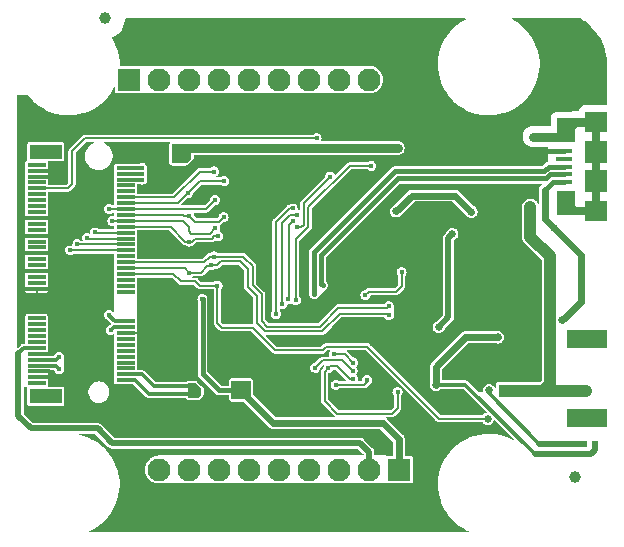
<source format=gbr>
%TF.GenerationSoftware,KiCad,Pcbnew,(7.0.0-0)*%
%TF.CreationDate,2023-03-31T14:52:11+11:00*%
%TF.ProjectId,Notecarrier-B,4e6f7465-6361-4727-9269-65722d422e6b,A*%
%TF.SameCoordinates,Original*%
%TF.FileFunction,Copper,L1,Top*%
%TF.FilePolarity,Positive*%
%FSLAX46Y46*%
G04 Gerber Fmt 4.6, Leading zero omitted, Abs format (unit mm)*
G04 Created by KiCad (PCBNEW (7.0.0-0)) date 2023-03-31 14:52:11*
%MOMM*%
%LPD*%
G01*
G04 APERTURE LIST*
%TA.AperFunction,SMDPad,CuDef*%
%ADD10R,1.550000X0.300000*%
%TD*%
%TA.AperFunction,SMDPad,CuDef*%
%ADD11R,2.750000X1.200000*%
%TD*%
%TA.AperFunction,SMDPad,CuDef*%
%ADD12R,3.500000X1.000000*%
%TD*%
%TA.AperFunction,SMDPad,CuDef*%
%ADD13R,3.400000X1.500000*%
%TD*%
%TA.AperFunction,SMDPad,CuDef*%
%ADD14C,1.000000*%
%TD*%
%TA.AperFunction,SMDPad,CuDef*%
%ADD15R,0.500000X0.600000*%
%TD*%
%TA.AperFunction,ComponentPad*%
%ADD16C,6.000000*%
%TD*%
%TA.AperFunction,SMDPad,CuDef*%
%ADD17R,1.350000X0.400000*%
%TD*%
%TA.AperFunction,SMDPad,CuDef*%
%ADD18R,1.900000X1.800000*%
%TD*%
%TA.AperFunction,SMDPad,CuDef*%
%ADD19R,1.600000X2.100000*%
%TD*%
%TA.AperFunction,SMDPad,CuDef*%
%ADD20R,1.900000X1.900000*%
%TD*%
%TA.AperFunction,ComponentPad*%
%ADD21R,1.940000X1.940000*%
%TD*%
%TA.AperFunction,ComponentPad*%
%ADD22O,1.940000X1.940000*%
%TD*%
%TA.AperFunction,ViaPad*%
%ADD23C,0.650000*%
%TD*%
%TA.AperFunction,ViaPad*%
%ADD24C,0.450000*%
%TD*%
%TA.AperFunction,Conductor*%
%ADD25C,0.600000*%
%TD*%
%TA.AperFunction,Conductor*%
%ADD26C,0.300000*%
%TD*%
%TA.AperFunction,Conductor*%
%ADD27C,0.400000*%
%TD*%
%TA.AperFunction,Conductor*%
%ADD28C,0.200000*%
%TD*%
%TA.AperFunction,Conductor*%
%ADD29C,0.500000*%
%TD*%
%TA.AperFunction,Conductor*%
%ADD30C,0.800000*%
%TD*%
%TA.AperFunction,Conductor*%
%ADD31C,1.000000*%
%TD*%
%TA.AperFunction,Conductor*%
%ADD32C,0.450000*%
%TD*%
%TA.AperFunction,Conductor*%
%ADD33C,0.699900*%
%TD*%
G04 APERTURE END LIST*
D10*
%TO.P,J20,1,NC1*%
%TO.N,unconnected-(J20-NC1-Pad1)*%
X97184999Y-86389999D03*
%TO.P,J20,2,VIO_P*%
%TO.N,VIO_P*%
X104734999Y-86139999D03*
%TO.P,J20,3,GND*%
%TO.N,GND*%
X97184999Y-85889999D03*
%TO.P,J20,4,VIO_P*%
%TO.N,VIO_P*%
X104734999Y-85639999D03*
%TO.P,J20,5,GND*%
%TO.N,GND*%
X97184999Y-85389999D03*
%TO.P,J20,6,GND*%
X104734999Y-85139999D03*
%TO.P,J20,7,USB_DP*%
%TO.N,/USB_DP*%
X97184999Y-84889999D03*
%TO.P,J20,8,SIM_VCC*%
%TO.N,unconnected-(J20-SIM_VCC-Pad8)*%
X104734999Y-84639999D03*
%TO.P,J20,9,USB_DM*%
%TO.N,/USB_DM*%
X97184999Y-84389999D03*
%TO.P,J20,10,SIM_RST*%
%TO.N,unconnected-(J20-SIM_RST-Pad10)*%
X104734999Y-84139999D03*
%TO.P,J20,11,GND*%
%TO.N,GND*%
X97184999Y-83889999D03*
%TO.P,J20,12,SIM_IO*%
%TO.N,unconnected-(J20-SIM_IO-Pad12)*%
X104734999Y-83639999D03*
%TO.P,J20,13,VUSB*%
%TO.N,VUSB*%
X97184999Y-83389999D03*
%TO.P,J20,14,SIM_CLK*%
%TO.N,unconnected-(J20-SIM_CLK-Pad14)*%
X104734999Y-83139999D03*
%TO.P,J20,15,NC15*%
%TO.N,unconnected-(J20-NC15-Pad15)*%
X97184999Y-82889999D03*
%TO.P,J20,16,SIM_NPRESENT*%
%TO.N,unconnected-(J20-SIM_NPRESENT-Pad16)*%
X104734999Y-82639999D03*
%TO.P,J20,17,NC17*%
%TO.N,unconnected-(J20-NC17-Pad17)*%
X97184999Y-82389999D03*
%TO.P,J20,18,GND*%
%TO.N,GND*%
X104734999Y-82139999D03*
%TO.P,J20,19,NC19*%
%TO.N,unconnected-(J20-NC19-Pad19)*%
X97184999Y-81889999D03*
%TO.P,J20,20,VACT_GPS_OUT*%
%TO.N,VACT_GPS_OUT*%
X104734999Y-81639999D03*
%TO.P,J20,21,NC21*%
%TO.N,unconnected-(J20-NC21-Pad21)*%
X97184999Y-81389999D03*
%TO.P,J20,22,VACT_GPS_IN*%
%TO.N,Net-(J20-VACT_GPS_IN)*%
X104734999Y-81139999D03*
%TO.P,J20,23,NC23*%
%TO.N,unconnected-(J20-NC23-Pad23)*%
X97184999Y-80889999D03*
%TO.P,J20,32,NC32*%
%TO.N,unconnected-(J20-NC32-Pad32)*%
X104734999Y-78639999D03*
%TO.P,J20,33,GND*%
%TO.N,GND*%
X97184999Y-78389999D03*
%TO.P,J20,34,NC34*%
%TO.N,unconnected-(J20-NC34-Pad34)*%
X104734999Y-78139999D03*
%TO.P,J20,35,NC35*%
%TO.N,unconnected-(J20-NC35-Pad35)*%
X97184999Y-77889999D03*
%TO.P,J20,36,NC36*%
%TO.N,unconnected-(J20-NC36-Pad36)*%
X104734999Y-77639999D03*
%TO.P,J20,37,NC37*%
%TO.N,unconnected-(J20-NC37-Pad37)*%
X97184999Y-77389999D03*
%TO.P,J20,38,NC38*%
%TO.N,/AUX5*%
X104734999Y-77139999D03*
%TO.P,J20,39,GND*%
%TO.N,GND*%
X97184999Y-76889999D03*
%TO.P,J20,40,SCL_P*%
%TO.N,/SCL_P*%
X104734999Y-76639999D03*
%TO.P,J20,41,NC41*%
%TO.N,unconnected-(J20-NC41-Pad41)*%
X97184999Y-76389999D03*
%TO.P,J20,42,SDA_P*%
%TO.N,/SDA_P*%
X104734999Y-76139999D03*
%TO.P,J20,43,NC43*%
%TO.N,unconnected-(J20-NC43-Pad43)*%
X97184999Y-75889999D03*
%TO.P,J20,44,NC44*%
%TO.N,unconnected-(J20-NC44-Pad44)*%
X104734999Y-75639999D03*
%TO.P,J20,45,GND*%
%TO.N,GND*%
X97184999Y-75389999D03*
%TO.P,J20,46,AUX1*%
%TO.N,/AUX1*%
X104734999Y-75139999D03*
%TO.P,J20,47,NC47*%
%TO.N,unconnected-(J20-NC47-Pad47)*%
X97184999Y-74889999D03*
%TO.P,J20,48,AUX2*%
%TO.N,/AUX2*%
X104734999Y-74639999D03*
%TO.P,J20,49,NC49*%
%TO.N,unconnected-(J20-NC49-Pad49)*%
X97184999Y-74389999D03*
%TO.P,J20,50,AUX3*%
%TO.N,/AUX3*%
X104734999Y-74139999D03*
%TO.P,J20,51,GND*%
%TO.N,GND*%
X97184999Y-73889999D03*
%TO.P,J20,52,AUX4*%
%TO.N,/AUX4*%
X104734999Y-73639999D03*
%TO.P,J20,53,NC53*%
%TO.N,unconnected-(J20-NC53-Pad53)*%
X97184999Y-73389999D03*
%TO.P,J20,54,ATTN_P*%
%TO.N,/ATTN_P*%
X104734999Y-73139999D03*
%TO.P,J20,55,NC55*%
%TO.N,unconnected-(J20-NC55-Pad55)*%
X97184999Y-72889999D03*
%TO.P,J20,56,AUX_EN_P*%
%TO.N,/AUX_EN_P*%
X104734999Y-72639999D03*
%TO.P,J20,57,GND*%
%TO.N,GND*%
X97184999Y-72389999D03*
%TO.P,J20,58,AUX_RX_P*%
%TO.N,/AUX_RX_P*%
X104734999Y-72139999D03*
%TO.P,J20,59,NC59*%
%TO.N,unconnected-(J20-NC59-Pad59)*%
X97184999Y-71889999D03*
%TO.P,J20,60,AUX_TX_P*%
%TO.N,/AUX_TX_P*%
X104734999Y-71639999D03*
%TO.P,J20,61,NC61*%
%TO.N,unconnected-(J20-NC61-Pad61)*%
X97184999Y-71389999D03*
%TO.P,J20,62,RX_P*%
%TO.N,/RX_P*%
X104734999Y-71139999D03*
%TO.P,J20,63,NC63*%
%TO.N,unconnected-(J20-NC63-Pad63)*%
X97184999Y-70889999D03*
%TO.P,J20,64,TX_P*%
%TO.N,/TX_P*%
X104734999Y-70639999D03*
%TO.P,J20,65,NC65*%
%TO.N,unconnected-(J20-NC65-Pad65)*%
X97184999Y-70389999D03*
%TO.P,J20,66,NC66*%
%TO.N,unconnected-(J20-NC66-Pad66)*%
X104734999Y-70139999D03*
%TO.P,J20,67,NRST*%
%TO.N,/NRST*%
X97184999Y-69889999D03*
%TO.P,J20,68,NC68*%
%TO.N,unconnected-(J20-NC68-Pad68)*%
X104734999Y-69639999D03*
%TO.P,J20,69,NC69*%
%TO.N,unconnected-(J20-NC69-Pad69)*%
X97184999Y-69389999D03*
%TO.P,J20,70,VMODEM_P*%
%TO.N,VMODEM_P*%
X104734999Y-69139999D03*
%TO.P,J20,71,GND*%
%TO.N,GND*%
X97184999Y-68889999D03*
%TO.P,J20,72,VMODEM_P*%
%TO.N,VMODEM_P*%
X104734999Y-68639999D03*
%TO.P,J20,73,GND*%
%TO.N,GND*%
X97184999Y-68389999D03*
%TO.P,J20,74,VMODEM_P*%
%TO.N,VMODEM_P*%
X104734999Y-68139999D03*
%TO.P,J20,75,NC75*%
%TO.N,unconnected-(J20-NC75-Pad75)*%
X97184999Y-67889999D03*
D11*
%TO.P,J20,MP*%
%TO.N,N/C*%
X97959999Y-87489999D03*
X97959999Y-66789999D03*
%TD*%
D12*
%TO.P,J23,1*%
%TO.N,VBAT*%
X138005799Y-87013399D03*
%TO.P,J23,2*%
%TO.N,GND*%
X138005799Y-85013399D03*
D13*
%TO.P,J23,MP*%
%TO.N,N/C*%
X143755799Y-89363399D03*
X143755799Y-82663399D03*
%TD*%
D14*
%TO.P,FID1,*%
%TO.N,*%
X142741300Y-94341000D03*
%TD*%
%TO.P,FID2,*%
%TO.N,*%
X103000000Y-55500000D03*
%TD*%
D15*
%TO.P,LD1,1,K*%
%TO.N,Net-(LD1-K)*%
X143549999Y-91499999D03*
%TO.P,LD1,2,A*%
%TO.N,VUSB*%
X144449999Y-91499999D03*
%TD*%
D16*
%TO.P,OBJ1,1,1*%
%TO.N,GND*%
X135710000Y-77140000D03*
%TD*%
D17*
%TO.P,J19,1,VBUS*%
%TO.N,VUSB*%
X141884999Y-69339999D03*
%TO.P,J19,2,D-*%
%TO.N,/USB_DM*%
X141884999Y-68689999D03*
%TO.P,J19,3,D+*%
%TO.N,/USB_DP*%
X141884999Y-68039999D03*
%TO.P,J19,4,ID*%
%TO.N,unconnected-(J19-ID-Pad4)*%
X141884999Y-67389999D03*
%TO.P,J19,5,GND*%
%TO.N,GND*%
X141884999Y-66739999D03*
D18*
%TO.P,J19,6,Shield*%
%TO.N,Net-(J19-Shield)*%
X144559999Y-71839999D03*
D19*
X142009999Y-71089999D03*
D20*
X144559999Y-69239999D03*
X144559999Y-66839999D03*
D19*
X142009999Y-64989999D03*
D18*
X144559999Y-64239999D03*
%TD*%
D21*
%TO.P,J22,1,Pin_1*%
%TO.N,VMODEM*%
X105024999Y-60679999D03*
D22*
%TO.P,J22,2,Pin_2*%
%TO.N,/RX*%
X107564999Y-60679999D03*
%TO.P,J22,3,Pin_3*%
%TO.N,/TX*%
X110104999Y-60679999D03*
%TO.P,J22,4,Pin_4*%
%TO.N,/SDA*%
X112644999Y-60679999D03*
%TO.P,J22,5,Pin_5*%
%TO.N,/SCL*%
X115184999Y-60679999D03*
%TO.P,J22,6,Pin_6*%
%TO.N,/ATTN*%
X117724999Y-60679999D03*
%TO.P,J22,7,Pin_7*%
%TO.N,/RST*%
X120264999Y-60679999D03*
%TO.P,J22,8,Pin_8*%
%TO.N,/EN*%
X122804999Y-60679999D03*
%TO.P,J22,9,Pin_9*%
%TO.N,VBAT*%
X125344999Y-60679999D03*
%TO.P,J22,10,Pin_10*%
%TO.N,GND*%
X127884999Y-60679999D03*
%TD*%
D21*
%TO.P,J21,1,Pin_1*%
%TO.N,VIO*%
X127859999Y-93699999D03*
D22*
%TO.P,J21,2,Pin_2*%
%TO.N,VUSB*%
X125319999Y-93699999D03*
%TO.P,J21,3,Pin_3*%
%TO.N,/AUX_TX*%
X122779999Y-93699999D03*
%TO.P,J21,4,Pin_4*%
%TO.N,/AUX_RX*%
X120239999Y-93699999D03*
%TO.P,J21,5,Pin_5*%
%TO.N,/AUX_EN*%
X117699999Y-93699999D03*
%TO.P,J21,6,Pin_6*%
%TO.N,/AUX4*%
X115159999Y-93699999D03*
%TO.P,J21,7,Pin_7*%
%TO.N,/AUX3*%
X112619999Y-93699999D03*
%TO.P,J21,8,Pin_8*%
%TO.N,/AUX2*%
X110079999Y-93699999D03*
%TO.P,J21,9,Pin_9*%
%TO.N,/AUX1*%
X107539999Y-93699999D03*
%TO.P,J21,10,Pin_10*%
%TO.N,GND*%
X104999999Y-93699999D03*
%TD*%
D23*
%TO.N,+3V3*%
X134000000Y-71875000D03*
X127644300Y-71823600D03*
%TO.N,GND*%
X126070000Y-81120000D03*
X139000000Y-64000000D03*
X137500000Y-83750000D03*
X131325000Y-88300000D03*
D24*
X112400000Y-71900000D03*
X112300000Y-74615000D03*
D23*
X139200000Y-83600000D03*
D24*
X123386600Y-64638400D03*
X126250000Y-91000000D03*
X128750000Y-91000000D03*
X126750000Y-92000000D03*
X130250000Y-89750000D03*
X112310000Y-70040000D03*
X112240000Y-77286500D03*
X95909500Y-65496799D03*
X131500000Y-62500000D03*
D23*
X134500000Y-64250000D03*
D24*
X130491600Y-63278200D03*
D23*
X143750000Y-60750000D03*
D24*
X103000000Y-63250000D03*
X104250000Y-63500000D03*
X103250000Y-64500000D03*
X105250000Y-64500000D03*
X140000000Y-63500000D03*
X132750000Y-63250000D03*
D23*
X127190000Y-83150000D03*
D24*
X131500000Y-63250000D03*
X139000000Y-66750000D03*
X130500000Y-62500000D03*
D23*
X128000000Y-81250000D03*
D24*
X133750000Y-63750000D03*
X139500000Y-62500000D03*
X138250000Y-63250000D03*
X127630300Y-67476200D03*
D23*
X129700000Y-86400000D03*
D24*
X112745300Y-67492200D03*
X111099400Y-67554700D03*
X101611900Y-63637100D03*
X99559800Y-65471599D03*
X100428400Y-64817100D03*
X99461300Y-63971100D03*
X97382200Y-65471599D03*
X98502500Y-65484200D03*
X126877900Y-70861100D03*
X127744200Y-69994800D03*
X125873900Y-71865000D03*
X122865700Y-72185800D03*
X123977600Y-71073800D03*
X125152900Y-69898600D03*
D23*
X141500000Y-60750000D03*
X130550000Y-73594000D03*
X128510000Y-83710000D03*
X130880000Y-77590000D03*
D24*
X126563500Y-68488000D03*
X110108000Y-68465000D03*
X110076100Y-71115000D03*
X103236900Y-68586700D03*
X101071800Y-68070600D03*
X101852300Y-69707000D03*
X99926200Y-71324600D03*
X122906700Y-74832300D03*
X124018600Y-73720400D03*
X124946300Y-72792600D03*
X122049000Y-76908300D03*
D23*
X130890000Y-78860000D03*
D24*
X119683300Y-76383400D03*
X121947300Y-75791700D03*
D23*
X101219700Y-85713700D03*
D24*
X120042700Y-75587200D03*
X120737100Y-74314400D03*
X121766500Y-73285000D03*
X116830300Y-76281700D03*
X114235600Y-77154500D03*
X116001700Y-76818200D03*
X109400000Y-75600000D03*
X99813000Y-73986900D03*
X101336200Y-72854000D03*
X103009000Y-76493000D03*
X122247900Y-78187300D03*
X121375000Y-80375000D03*
X121542600Y-78943400D03*
X119630400Y-81052600D03*
X119730700Y-78718200D03*
X120608600Y-79686800D03*
X113075000Y-81034600D03*
X113075000Y-79573300D03*
X113236500Y-78155700D03*
X114975000Y-80755300D03*
X114975000Y-79446400D03*
X116855600Y-78718200D03*
X109770200Y-78314800D03*
X106122000Y-79196900D03*
X126880000Y-86310500D03*
X125600000Y-84450000D03*
X119689500Y-83042600D03*
X118443600Y-84237100D03*
X121085000Y-82862000D03*
X113505000Y-85509400D03*
X115000000Y-85375000D03*
X118125000Y-82875000D03*
X113075000Y-82477300D03*
D23*
X135750000Y-85750000D03*
D24*
X114148700Y-84731200D03*
X114973000Y-83686800D03*
X114975000Y-82267500D03*
X108132800Y-83670400D03*
X108720200Y-85637100D03*
X109920700Y-85628600D03*
X109224000Y-83691900D03*
X110316900Y-83691900D03*
D23*
X131150000Y-74426500D03*
D24*
X111972500Y-83661900D03*
X112738900Y-83453500D03*
X112337200Y-85604800D03*
X107145200Y-83653400D03*
X107502800Y-85637100D03*
X106199500Y-83691900D03*
D23*
X130400000Y-72622000D03*
D24*
X98889300Y-83374600D03*
X99127900Y-85886600D03*
X100107600Y-85685600D03*
X102493900Y-85647900D03*
X102983700Y-83563000D03*
X101979000Y-83575600D03*
X100873700Y-83575600D03*
X99831300Y-83588200D03*
X103407700Y-85662600D03*
X126835000Y-88345500D03*
D23*
X140000000Y-61250000D03*
D24*
X128500000Y-88000000D03*
X124310900Y-90529600D03*
D23*
X128000000Y-82500000D03*
D24*
X122115000Y-87617000D03*
X123306000Y-88377300D03*
X120980000Y-88397000D03*
X118930000Y-87580000D03*
D23*
X135803900Y-84500000D03*
X140000000Y-67000000D03*
X130245000Y-71751500D03*
X127100000Y-81980000D03*
%TO.N,VMODEM*%
X132375000Y-73750000D03*
X131250000Y-81625000D03*
D24*
X108999600Y-66433300D03*
X109861600Y-67339300D03*
D23*
X126973000Y-66478600D03*
D24*
X109867900Y-66508799D03*
X121890800Y-85113400D03*
X127750000Y-87125000D03*
X123991600Y-85990000D03*
D23*
X127750000Y-66478600D03*
%TO.N,VUSB*%
X131000000Y-86500000D03*
X141675000Y-81075000D03*
X136250000Y-82500000D03*
X141000000Y-73250000D03*
D24*
%TO.N,VIO_P*%
X110401000Y-86656000D03*
X110956000Y-86978500D03*
X110392500Y-87336100D03*
%TO.N,VMODEM_P*%
X106146000Y-68140000D03*
X106142100Y-68640000D03*
X106148900Y-69140000D03*
%TO.N,/EN*%
X119140000Y-79370000D03*
X125188500Y-86115200D03*
X122505900Y-86514600D03*
X125500000Y-67975000D03*
D23*
%TO.N,VBAT*%
X143686600Y-87013400D03*
X139000000Y-71473000D03*
X139000000Y-72250000D03*
X142800000Y-87013400D03*
D24*
%TO.N,VIO*%
X114727900Y-86665800D03*
X114779300Y-87338600D03*
X114246600Y-86984200D03*
X111230000Y-79270000D03*
%TO.N,/SDA_P*%
X127000000Y-79875000D03*
X112212000Y-75665000D03*
%TO.N,/SCL_P*%
X110108000Y-77015000D03*
X111978500Y-76381800D03*
X127000000Y-80625000D03*
%TO.N,/AUX_TX_P*%
X103342200Y-71640000D03*
X112300000Y-70865000D03*
%TO.N,/AUX_RX_P*%
X110108000Y-72215000D03*
X113025000Y-72325000D03*
%TO.N,/AUX_EN_P*%
X103608000Y-72640000D03*
X112312000Y-73265000D03*
%TO.N,/ATTN_P*%
X110100000Y-74400000D03*
X112560000Y-73940000D03*
%TO.N,/TX_P*%
X112212000Y-68465000D03*
%TO.N,/RX_P*%
X110010000Y-70268000D03*
X113085000Y-69265000D03*
%TO.N,VACT_GPS_OUT*%
X103468400Y-81887100D03*
%TO.N,/USB_DM*%
X99101400Y-84170200D03*
X121410300Y-78104100D03*
%TO.N,/USB_DP*%
X99101400Y-85184900D03*
X120692700Y-78821700D03*
%TO.N,/AUX5*%
X112500000Y-78125000D03*
D23*
X135400000Y-89400000D03*
D24*
%TO.N,/AUX1*%
X100044600Y-75140000D03*
%TO.N,/AUX2*%
X100648800Y-74615000D03*
%TO.N,/AUX3*%
X101479500Y-74115000D03*
%TO.N,/AUX4*%
X102121500Y-73615000D03*
%TO.N,/NRST*%
X120900600Y-65653600D03*
%TO.N,/AUX_TX*%
X117460000Y-80500000D03*
X118862000Y-71590000D03*
%TO.N,/AUX_RX*%
X119260000Y-72115000D03*
X117985000Y-79705000D03*
%TO.N,/AUX_EN*%
X118862000Y-72640000D03*
X118494400Y-79294000D03*
%TO.N,/ATTN*%
X122060000Y-68890000D03*
X119260000Y-73165000D03*
D23*
%TO.N,Net-(LD1-K)*%
X135500000Y-87000000D03*
D24*
%TO.N,Net-(U3-EN)*%
X125035000Y-78904500D03*
X128095000Y-77000000D03*
%TO.N,Net-(U4-CTRL)*%
X123941200Y-85341900D03*
X120784600Y-85076300D03*
%TO.N,/BOOST_EN*%
X122355000Y-83938500D03*
X123993000Y-84637000D03*
%TO.N,Net-(J19-Shield)*%
X139250000Y-65500000D03*
%TO.N,Net-(J20-VACT_GPS_IN)*%
X103337800Y-80600100D03*
%TD*%
D25*
%TO.N,+3V3*%
X128967900Y-70500000D02*
X127644300Y-71823600D01*
X132625000Y-70500000D02*
X128967900Y-70500000D01*
X134000000Y-71875000D02*
X132625000Y-70500000D01*
D26*
%TO.N,GND*%
X95868900Y-75390000D02*
X97185000Y-75390000D01*
D27*
X141885000Y-66740000D02*
X140260000Y-66740000D01*
D26*
X98234900Y-85390000D02*
X97185000Y-85390000D01*
X95786200Y-73890000D02*
X97185000Y-73890000D01*
X95763900Y-72390000D02*
X97185000Y-72390000D01*
X95795500Y-76890000D02*
X97185000Y-76890000D01*
X98600400Y-75390000D02*
X97185000Y-75390000D01*
X98249200Y-85890000D02*
X97185000Y-85890000D01*
D27*
X110498600Y-68074900D02*
X111018800Y-67554700D01*
D26*
X98263600Y-83890000D02*
X97185000Y-83890000D01*
X98664500Y-76890000D02*
X97185000Y-76890000D01*
X98281200Y-85436300D02*
X98234900Y-85390000D01*
X98526100Y-68890000D02*
X97185000Y-68890000D01*
X98293800Y-85845400D02*
X98249200Y-85890000D01*
X98482000Y-72390000D02*
X97185000Y-72390000D01*
D27*
X110490000Y-68083500D02*
X110108500Y-68465000D01*
D26*
X98573000Y-73890000D02*
X97185000Y-73890000D01*
X97185000Y-78390000D02*
X98775600Y-78390000D01*
X98529500Y-68390000D02*
X97185000Y-68390000D01*
D28*
X97185000Y-78718200D02*
X97185000Y-78390000D01*
D26*
X95729500Y-78390000D02*
X97185000Y-78390000D01*
D28*
X105977900Y-82140000D02*
X104735000Y-82140000D01*
D27*
X140260000Y-66740000D02*
X140000000Y-67000000D01*
X111018800Y-67554700D02*
X111099400Y-67554700D01*
D28*
%TO.N,VMODEM*%
X122054200Y-84950000D02*
X122645800Y-84950000D01*
D29*
X132375000Y-73750000D02*
X132062500Y-74062500D01*
D28*
X123685800Y-85990000D02*
X123991600Y-85990000D01*
X122645800Y-84950000D02*
X123685800Y-85990000D01*
X127750000Y-87125000D02*
X127750000Y-88500000D01*
X121590000Y-87890000D02*
X121590000Y-85414200D01*
X127284400Y-88965600D02*
X122665600Y-88965600D01*
D30*
X126973000Y-66478600D02*
X127750000Y-66478600D01*
D28*
X127750000Y-88500000D02*
X127284400Y-88965600D01*
D29*
X132062500Y-80812500D02*
X131250000Y-81625000D01*
D28*
X122665600Y-88965600D02*
X121590000Y-87890000D01*
X121890800Y-85113400D02*
X122054200Y-84950000D01*
D29*
X132062500Y-74062500D02*
X132062500Y-80812500D01*
D28*
X121590000Y-85414200D02*
X121890800Y-85113400D01*
D30*
X109898100Y-66478600D02*
X126973000Y-66478600D01*
D29*
%TO.N,VUSB*%
X102347400Y-90213800D02*
X103608100Y-91474500D01*
D25*
X143250000Y-75500000D02*
X141000000Y-73250000D01*
D29*
X125320000Y-92198600D02*
X125320000Y-93700000D01*
D25*
X143250000Y-79500000D02*
X143250000Y-75500000D01*
D29*
X124595900Y-91474500D02*
X125320000Y-92198600D01*
X144100000Y-92400000D02*
X139400000Y-92400000D01*
D25*
X131000000Y-86500000D02*
X131000000Y-85000000D01*
D26*
X96082800Y-83390000D02*
X95640000Y-83832800D01*
D25*
X131000000Y-85000000D02*
X133500000Y-82500000D01*
X140250000Y-70000000D02*
X140250000Y-72500000D01*
D29*
X103608100Y-91474500D02*
X124595900Y-91474500D01*
X95640000Y-89165800D02*
X96688000Y-90213800D01*
D27*
X141885000Y-69340000D02*
X140920000Y-69340000D01*
D25*
X140250000Y-72500000D02*
X141000000Y-73250000D01*
D27*
X140920000Y-69340000D02*
X140581500Y-69678500D01*
D29*
X144450000Y-92050000D02*
X144100000Y-92400000D01*
D27*
X140571500Y-69678500D02*
X140250000Y-70000000D01*
D29*
X95640000Y-83832800D02*
X95640000Y-89165800D01*
D25*
X141675000Y-81075000D02*
X143250000Y-79500000D01*
X133500000Y-82500000D02*
X136250000Y-82500000D01*
D29*
X96688000Y-90213800D02*
X102347400Y-90213800D01*
D26*
X133500000Y-86500000D02*
X131000000Y-86500000D01*
X97185000Y-83390000D02*
X96082800Y-83390000D01*
D29*
X144450000Y-91500000D02*
X144450000Y-92050000D01*
D26*
X139400000Y-92400000D02*
X133500000Y-86500000D01*
%TO.N,VIO_P*%
X104735000Y-85640000D02*
X106113900Y-85640000D01*
X110382100Y-87316700D02*
X106716500Y-87316700D01*
X106113900Y-85640000D02*
X107129900Y-86656000D01*
X106716500Y-87316700D02*
X105539800Y-86140000D01*
X105539800Y-86140000D02*
X104735000Y-86140000D01*
X107129900Y-86656000D02*
X110401000Y-86656000D01*
%TO.N,VMODEM_P*%
X104735000Y-69140000D02*
X106148900Y-69140000D01*
X104735000Y-68640000D02*
X106142100Y-68640000D01*
X104735000Y-68140000D02*
X106146000Y-68140000D01*
D28*
%TO.N,/EN*%
X119140000Y-74200700D02*
X120210000Y-73130700D01*
X119140000Y-79370000D02*
X119140000Y-74200700D01*
X124209500Y-86514600D02*
X124935400Y-86514600D01*
X122505900Y-86514600D02*
X123773700Y-86514600D01*
X123739400Y-67975000D02*
X125500000Y-67975000D01*
X120210000Y-71504400D02*
X123739400Y-67975000D01*
X123774100Y-86515000D02*
X124209100Y-86515000D01*
X120210000Y-73130700D02*
X120210000Y-71504400D01*
X124935400Y-86514600D02*
X125178200Y-86271800D01*
X125178200Y-86271800D02*
X125178200Y-86125500D01*
D31*
%TO.N,VBAT*%
X142800000Y-87013400D02*
X140076800Y-87013400D01*
X140076800Y-87013400D02*
X140650000Y-86440200D01*
X139000000Y-72250000D02*
X139000000Y-71473000D01*
X142800000Y-87013400D02*
X143686600Y-87013400D01*
X139000000Y-73999900D02*
X139000000Y-72250000D01*
X138005800Y-87013400D02*
X140076800Y-87013400D01*
X140650000Y-86440200D02*
X140650000Y-75649900D01*
X140650000Y-75649900D02*
X139000000Y-73999900D01*
D27*
%TO.N,VIO*%
X111255900Y-79295900D02*
X111250800Y-85625900D01*
D25*
X127875000Y-91136800D02*
X126488200Y-89750000D01*
X117190700Y-89750000D02*
X114779300Y-87338600D01*
D27*
X111250800Y-85625900D02*
X112609100Y-86984200D01*
D25*
X126488200Y-89750000D02*
X117190700Y-89750000D01*
D27*
X112609100Y-86984200D02*
X114246600Y-86984200D01*
D25*
X127875000Y-93685000D02*
X127875000Y-91136800D01*
D28*
%TO.N,/SDA_P*%
X114665000Y-75665000D02*
X115476700Y-76476700D01*
X116725000Y-81600000D02*
X121150000Y-81600000D01*
X104683200Y-76146800D02*
X111353200Y-76146800D01*
X126875000Y-80000000D02*
X127000000Y-79875000D01*
X122750000Y-80000000D02*
X126875000Y-80000000D01*
X111835000Y-75665000D02*
X112212000Y-75665000D01*
X116250000Y-78875000D02*
X116250000Y-81125000D01*
X112212000Y-75665000D02*
X114665000Y-75665000D01*
X116250000Y-81125000D02*
X116725000Y-81600000D01*
X121150000Y-81600000D02*
X122750000Y-80000000D01*
X115476700Y-76476700D02*
X115476700Y-78101700D01*
X115476700Y-78101700D02*
X116250000Y-78875000D01*
X111353200Y-76146800D02*
X111835000Y-75665000D01*
%TO.N,/SCL_P*%
X126875000Y-80500000D02*
X126334000Y-80500000D01*
X115076700Y-78267400D02*
X115076700Y-76701700D01*
X115850000Y-81290700D02*
X115850000Y-79040700D01*
X104765000Y-76637700D02*
X109730700Y-76637700D01*
X111870300Y-76490000D02*
X111659900Y-76490000D01*
X127000000Y-80625000D02*
X126875000Y-80500000D01*
X112810000Y-76065000D02*
X112500000Y-76375000D01*
X109730700Y-76637700D02*
X110108000Y-77015000D01*
X126329000Y-80495000D02*
X125811000Y-80495000D01*
X121375000Y-82000000D02*
X116559300Y-82000000D01*
X112500000Y-76375000D02*
X111985300Y-76375000D01*
X125806000Y-80500000D02*
X122875000Y-80500000D01*
X114440000Y-76065000D02*
X112810000Y-76065000D01*
X111978500Y-76381800D02*
X111870300Y-76490000D01*
X115076700Y-76701700D02*
X114440000Y-76065000D01*
X111659900Y-76490000D02*
X111134900Y-77015000D01*
X115850000Y-79040700D02*
X115076700Y-78267400D01*
X122875000Y-80500000D02*
X121375000Y-82000000D01*
X116559300Y-82000000D02*
X115850000Y-81290700D01*
X111134900Y-77015000D02*
X110108000Y-77015000D01*
%TO.N,/AUX_TX_P*%
X111537000Y-71640000D02*
X104735000Y-71640000D01*
X103342200Y-71640000D02*
X104735000Y-71640000D01*
X112300000Y-70877000D02*
X111537000Y-71640000D01*
%TO.N,/AUX_RX_P*%
X112610000Y-72740000D02*
X110633000Y-72740000D01*
X109656000Y-72215000D02*
X110108000Y-72215000D01*
X109579100Y-72138100D02*
X109656000Y-72215000D01*
X104752000Y-72138100D02*
X109579100Y-72138100D01*
X113025000Y-72325000D02*
X112610000Y-72740000D01*
X110633000Y-72740000D02*
X110108000Y-72215000D01*
%TO.N,/AUX_EN_P*%
X111837000Y-73740000D02*
X110300000Y-73740000D01*
X110300000Y-73740000D02*
X110100000Y-73540000D01*
X104735000Y-72640000D02*
X103608000Y-72640000D01*
X110100000Y-73540000D02*
X110100000Y-73122500D01*
X109617500Y-72640000D02*
X104735000Y-72640000D01*
X112312000Y-73265000D02*
X111837000Y-73740000D01*
X110100000Y-73122500D02*
X109617500Y-72640000D01*
%TO.N,/ATTN_P*%
X110100000Y-74400000D02*
X109792500Y-74400000D01*
X110323000Y-74400000D02*
X110100000Y-74400000D01*
X110583000Y-74140000D02*
X110323000Y-74400000D01*
X109792500Y-74400000D02*
X108532500Y-73140000D01*
X108532500Y-73140000D02*
X104735000Y-73140000D01*
X112002700Y-74140000D02*
X110583000Y-74140000D01*
X112202700Y-73940000D02*
X112002700Y-74140000D01*
X112560000Y-73940000D02*
X112202700Y-73940000D01*
%TO.N,/TX_P*%
X110985100Y-68465000D02*
X108810100Y-70640000D01*
X112212000Y-68465000D02*
X110985100Y-68465000D01*
X108810100Y-70640000D02*
X104735000Y-70640000D01*
%TO.N,/RX_P*%
X111013000Y-69265000D02*
X110010000Y-70268000D01*
X104682900Y-71131000D02*
X109147000Y-71131000D01*
X109147000Y-71131000D02*
X110010000Y-70268000D01*
X113085000Y-69265000D02*
X111013000Y-69265000D01*
D26*
%TO.N,VACT_GPS_OUT*%
X104735000Y-81640000D02*
X103715500Y-81640000D01*
X103715500Y-81640000D02*
X103468400Y-81887100D01*
D27*
%TO.N,/USB_DM*%
X140686100Y-68690000D02*
X140322600Y-69053500D01*
D26*
X98105000Y-84390000D02*
X98155000Y-84440000D01*
X97185000Y-84390000D02*
X98105000Y-84390000D01*
X98417400Y-84439900D02*
X98831700Y-84439900D01*
D32*
X121292700Y-75526800D02*
X121292700Y-77986500D01*
X121292700Y-77986500D02*
X121410300Y-78104100D01*
D26*
X98155000Y-84440000D02*
X98417300Y-84440000D01*
D32*
X127766000Y-69053500D02*
X121292700Y-75526800D01*
D27*
X141885000Y-68690000D02*
X140686100Y-68690000D01*
D26*
X98831700Y-84439900D02*
X99101400Y-84170200D01*
D32*
X140322600Y-69053500D02*
X127766000Y-69053500D01*
D27*
%TO.N,/USB_DP*%
X141885000Y-68040000D02*
X140558200Y-68040000D01*
D26*
X98806500Y-84890000D02*
X99101400Y-85184900D01*
D32*
X140109400Y-68453500D02*
X127517400Y-68453500D01*
X120692700Y-75278200D02*
X120692700Y-78821700D01*
D26*
X97185000Y-84890000D02*
X98806500Y-84890000D01*
D32*
X127517400Y-68453500D02*
X120692700Y-75278200D01*
D27*
X140558200Y-68040000D02*
X140144700Y-68453500D01*
D28*
%TO.N,/AUX5*%
X112500000Y-78125000D02*
X111000000Y-78125000D01*
X115500000Y-81700000D02*
X112900000Y-81700000D01*
X112500000Y-81300000D02*
X112500000Y-78125000D01*
X121400000Y-83600000D02*
X117400000Y-83600000D01*
X112900000Y-81700000D02*
X112500000Y-81300000D01*
X111000000Y-78125000D02*
X110625000Y-77750000D01*
X117400000Y-83600000D02*
X115500000Y-81700000D01*
X135400000Y-89400000D02*
X131300000Y-89400000D01*
X109375000Y-77750000D02*
X108765000Y-77140000D01*
X121700000Y-83300000D02*
X121400000Y-83600000D01*
X131300000Y-89400000D02*
X125200000Y-83300000D01*
X108765000Y-77140000D02*
X104735000Y-77140000D01*
X125200000Y-83300000D02*
X121700000Y-83300000D01*
X110625000Y-77750000D02*
X109375000Y-77750000D01*
%TO.N,/AUX1*%
X104735000Y-75140000D02*
X100044600Y-75140000D01*
%TO.N,/AUX2*%
X104735000Y-74640000D02*
X100673800Y-74640000D01*
%TO.N,/AUX3*%
X104735000Y-74140000D02*
X101504500Y-74140000D01*
%TO.N,/AUX4*%
X104735000Y-73640000D02*
X102146500Y-73640000D01*
%TO.N,/NRST*%
X101278500Y-65653600D02*
X120900600Y-65653600D01*
X97185000Y-69890000D02*
X99813300Y-69890000D01*
X100185000Y-66747100D02*
X101278500Y-65653600D01*
X99813300Y-69890000D02*
X100185000Y-69518300D01*
X100185000Y-69518300D02*
X100185000Y-66747100D01*
%TO.N,/AUX_TX*%
X117460000Y-72733800D02*
X118603800Y-71590000D01*
X118603800Y-71590000D02*
X118862000Y-71590000D01*
X117460000Y-80500000D02*
X117460000Y-72733800D01*
%TO.N,/AUX_RX*%
X118644500Y-72115000D02*
X117971500Y-72788000D01*
X117969400Y-79076500D02*
X117969400Y-79511500D01*
X119260000Y-72115000D02*
X118644500Y-72115000D01*
X117971500Y-72788000D02*
X117971500Y-79074400D01*
X117985000Y-79527100D02*
X117985000Y-79705000D01*
%TO.N,/AUX_EN*%
X118539000Y-72963000D02*
X118862000Y-72640000D01*
X118539000Y-79249400D02*
X118539000Y-72963000D01*
%TO.N,/ATTN*%
X119610000Y-73165000D02*
X119260000Y-73165000D01*
X119810000Y-72965000D02*
X119610000Y-73165000D01*
X122060000Y-68890000D02*
X119810000Y-71140000D01*
X119810000Y-71140000D02*
X119810000Y-72965000D01*
D26*
%TO.N,Net-(LD1-K)*%
X139747400Y-91500000D02*
X135500000Y-87252600D01*
D29*
X143550000Y-91500000D02*
X139747400Y-91500000D01*
D28*
%TO.N,Net-(U3-EN)*%
X127625000Y-78625000D02*
X125314500Y-78625000D01*
X125314500Y-78625000D02*
X125035000Y-78904500D01*
X128095000Y-77000000D02*
X128095000Y-78155000D01*
X128095000Y-78155000D02*
X127625000Y-78625000D01*
%TO.N,Net-(U4-CTRL)*%
X120784600Y-85076300D02*
X121397400Y-84463500D01*
X123062800Y-84463500D02*
X123941200Y-85341900D01*
X121397400Y-84463500D02*
X123062800Y-84463500D01*
%TO.N,/BOOST_EN*%
X123294500Y-83938500D02*
X122355000Y-83938500D01*
X123993000Y-84637000D02*
X123294500Y-83938500D01*
D30*
%TO.N,Net-(J19-Shield)*%
X142760000Y-64240000D02*
X142010000Y-64990000D01*
D33*
X144560000Y-64240000D02*
X144560000Y-66840000D01*
X144560000Y-69240000D02*
X144560000Y-66840000D01*
D30*
X144560000Y-64240000D02*
X142760000Y-64240000D01*
X139250000Y-65500000D02*
X141500000Y-65500000D01*
D33*
X142010000Y-71090000D02*
X142760000Y-71840000D01*
X144560000Y-69240000D02*
X144560000Y-71840000D01*
X142760000Y-71840000D02*
X144560000Y-71840000D01*
D30*
X141500000Y-65500000D02*
X142010000Y-64990000D01*
D26*
%TO.N,Net-(J20-VACT_GPS_IN)*%
X104735000Y-81140000D02*
X103815000Y-81140000D01*
X103815000Y-81140000D02*
X103337800Y-80662800D01*
X103337800Y-80662800D02*
X103337800Y-80600100D01*
%TD*%
%TA.AperFunction,Conductor*%
%TO.N,VIO_P*%
G36*
X110621878Y-86382536D02*
G01*
X110653996Y-86403996D01*
X111096004Y-86846004D01*
X111117464Y-86878122D01*
X111125000Y-86916008D01*
X111125000Y-87333992D01*
X111117464Y-87371878D01*
X111096004Y-87403996D01*
X110903996Y-87596004D01*
X110871878Y-87617464D01*
X110833992Y-87625000D01*
X110099000Y-87625000D01*
X110049500Y-87611737D01*
X110013263Y-87575500D01*
X110000000Y-87526000D01*
X110000000Y-86474000D01*
X110013263Y-86424500D01*
X110049500Y-86388263D01*
X110099000Y-86375000D01*
X110583992Y-86375000D01*
X110621878Y-86382536D01*
G37*
%TD.AperFunction*%
%TD*%
%TA.AperFunction,Conductor*%
%TO.N,VMODEM*%
G36*
X110201032Y-66113941D02*
G01*
X110237798Y-66149429D01*
X110251970Y-66198523D01*
X110274156Y-67307835D01*
X110267014Y-67346784D01*
X110245180Y-67379818D01*
X109903996Y-67721003D01*
X109871878Y-67742464D01*
X109833992Y-67750000D01*
X108724000Y-67750000D01*
X108674500Y-67736737D01*
X108638263Y-67700500D01*
X108625000Y-67651000D01*
X108625000Y-66222488D01*
X108638011Y-66173428D01*
X108673623Y-66137264D01*
X108722475Y-66123500D01*
X110151470Y-66101515D01*
X110201032Y-66113941D01*
G37*
%TD.AperFunction*%
%TD*%
%TA.AperFunction,Conductor*%
%TO.N,GND*%
G36*
X125089881Y-83614852D02*
G01*
X131047990Y-89572961D01*
X131052445Y-89578079D01*
X131054015Y-89580158D01*
X131056042Y-89584228D01*
X131059401Y-89587290D01*
X131091584Y-89616629D01*
X131093221Y-89618192D01*
X131107203Y-89632174D01*
X131110155Y-89634196D01*
X131115476Y-89638411D01*
X131135708Y-89656855D01*
X131135711Y-89656857D01*
X131139067Y-89659916D01*
X131153639Y-89665561D01*
X131163627Y-89670826D01*
X131172773Y-89677091D01*
X131172776Y-89677092D01*
X131176520Y-89679657D01*
X131207599Y-89686967D01*
X131214055Y-89688966D01*
X131243827Y-89700500D01*
X131259454Y-89700500D01*
X131270672Y-89701801D01*
X131285881Y-89705379D01*
X131317486Y-89700970D01*
X131324257Y-89700500D01*
X134944040Y-89700500D01*
X134965712Y-89705553D01*
X134982912Y-89719670D01*
X135025209Y-89774791D01*
X135027753Y-89776743D01*
X135027754Y-89776744D01*
X135100263Y-89832383D01*
X135134982Y-89859024D01*
X135137949Y-89860253D01*
X135137951Y-89860254D01*
X135169861Y-89873471D01*
X135262817Y-89911974D01*
X135400000Y-89930035D01*
X135537183Y-89911974D01*
X135665018Y-89859024D01*
X135774791Y-89774791D01*
X135859024Y-89665018D01*
X135911974Y-89537183D01*
X135914073Y-89521237D01*
X135931157Y-89490096D01*
X135964791Y-89478679D01*
X135997302Y-89492984D01*
X137646277Y-91141959D01*
X137660489Y-91172910D01*
X137651096Y-91205647D01*
X137622636Y-91224355D01*
X137588858Y-91219994D01*
X137310477Y-91073889D01*
X137294354Y-91065427D01*
X136909039Y-90908545D01*
X136907913Y-90908209D01*
X136907896Y-90908203D01*
X136511512Y-90789920D01*
X136511496Y-90789916D01*
X136510380Y-90789583D01*
X136509232Y-90789358D01*
X136509219Y-90789355D01*
X136103269Y-90709880D01*
X136103259Y-90709878D01*
X136102102Y-90709652D01*
X136100918Y-90709537D01*
X136100917Y-90709537D01*
X135689205Y-90669615D01*
X135689197Y-90669614D01*
X135688015Y-90669500D01*
X135376052Y-90669500D01*
X135375487Y-90669527D01*
X135375458Y-90669528D01*
X135065630Y-90684515D01*
X135065624Y-90684515D01*
X135064457Y-90684572D01*
X135063310Y-90684739D01*
X135063294Y-90684741D01*
X134653970Y-90744511D01*
X134653967Y-90744511D01*
X134652793Y-90744683D01*
X134651643Y-90744966D01*
X134651635Y-90744968D01*
X134250005Y-90843961D01*
X134249984Y-90843967D01*
X134248853Y-90844246D01*
X134247743Y-90844636D01*
X134247728Y-90844641D01*
X133857525Y-90981935D01*
X133857507Y-90981942D01*
X133856408Y-90982329D01*
X133855344Y-90982823D01*
X133855340Y-90982825D01*
X133480187Y-91157148D01*
X133480176Y-91157153D01*
X133479121Y-91157644D01*
X133478120Y-91158232D01*
X133478108Y-91158239D01*
X133121530Y-91367957D01*
X133121512Y-91367968D01*
X133120517Y-91368554D01*
X133119569Y-91369242D01*
X133119561Y-91369248D01*
X132784903Y-91612391D01*
X132784892Y-91612399D01*
X132783942Y-91613090D01*
X132783060Y-91613871D01*
X132783053Y-91613877D01*
X132473433Y-91888177D01*
X132473423Y-91888186D01*
X132472540Y-91888969D01*
X132471738Y-91889830D01*
X132471727Y-91889842D01*
X132190019Y-92192750D01*
X132190004Y-92192767D01*
X132189217Y-92193614D01*
X132188512Y-92194536D01*
X132188499Y-92194552D01*
X131937345Y-92523231D01*
X131937336Y-92523243D01*
X131936620Y-92524181D01*
X131936000Y-92525178D01*
X131935989Y-92525195D01*
X131717727Y-92876585D01*
X131717106Y-92877585D01*
X131716587Y-92878633D01*
X131716584Y-92878640D01*
X131533250Y-93249463D01*
X131533242Y-93249480D01*
X131532726Y-93250525D01*
X131532315Y-93251608D01*
X131532307Y-93251627D01*
X131385617Y-93638417D01*
X131385611Y-93638434D01*
X131385200Y-93639519D01*
X131384892Y-93640647D01*
X131384890Y-93640656D01*
X131276216Y-94039793D01*
X131276211Y-94039811D01*
X131275906Y-94040935D01*
X131275709Y-94042086D01*
X131275707Y-94042097D01*
X131206063Y-94449859D01*
X131205864Y-94451026D01*
X131205778Y-94452201D01*
X131205777Y-94452215D01*
X131175815Y-94864768D01*
X131175814Y-94864782D01*
X131175729Y-94865962D01*
X131175829Y-94870084D01*
X131185753Y-95280696D01*
X131185753Y-95280708D01*
X131185782Y-95281870D01*
X131185922Y-95283025D01*
X131185923Y-95283035D01*
X131230693Y-95651746D01*
X131235929Y-95694866D01*
X131236183Y-95696019D01*
X131236184Y-95696020D01*
X131325445Y-96099939D01*
X131325449Y-96099953D01*
X131325701Y-96101094D01*
X131326064Y-96102213D01*
X131326066Y-96102218D01*
X131390485Y-96300481D01*
X131454261Y-96496761D01*
X131454730Y-96497838D01*
X131454734Y-96497848D01*
X131619933Y-96877083D01*
X131619939Y-96877095D01*
X131620409Y-96878174D01*
X131620984Y-96879209D01*
X131620990Y-96879220D01*
X131722272Y-97061359D01*
X131822592Y-97241770D01*
X131823265Y-97242745D01*
X131823270Y-97242753D01*
X132058244Y-97583171D01*
X132058252Y-97583181D01*
X132058924Y-97584155D01*
X132327197Y-97902133D01*
X132328047Y-97902962D01*
X132328051Y-97902967D01*
X132618356Y-98186340D01*
X132624907Y-98192734D01*
X132949274Y-98453245D01*
X133297270Y-98681235D01*
X133665646Y-98874573D01*
X133741893Y-98905617D01*
X133766524Y-98927706D01*
X133771502Y-98960414D01*
X133754557Y-98988831D01*
X133723415Y-99000000D01*
X101674228Y-99000000D01*
X101643545Y-98989204D01*
X101626382Y-98961573D01*
X101630303Y-98929284D01*
X101653579Y-98906563D01*
X101722423Y-98874573D01*
X101920879Y-98782356D01*
X102279483Y-98571446D01*
X102616058Y-98326910D01*
X102927460Y-98051031D01*
X103210783Y-97746386D01*
X103463380Y-97415819D01*
X103682894Y-97062415D01*
X103867274Y-96689475D01*
X104014800Y-96300481D01*
X104124094Y-95899065D01*
X104194136Y-95488974D01*
X104224271Y-95074038D01*
X104214218Y-94658130D01*
X104164071Y-94245134D01*
X104074299Y-93838906D01*
X103945739Y-93443239D01*
X103779591Y-93061826D01*
X103577408Y-92698230D01*
X103499560Y-92585448D01*
X103341755Y-92356828D01*
X103341750Y-92356821D01*
X103341076Y-92355845D01*
X103072803Y-92037867D01*
X103032975Y-91998990D01*
X102775952Y-91748104D01*
X102775946Y-91748099D01*
X102775093Y-91747266D01*
X102450726Y-91486755D01*
X102102730Y-91258765D01*
X102101679Y-91258213D01*
X102101675Y-91258211D01*
X101750477Y-91073889D01*
X101734354Y-91065427D01*
X101349039Y-90908545D01*
X101347913Y-90908209D01*
X101347896Y-90908203D01*
X100951512Y-90789920D01*
X100951496Y-90789916D01*
X100950380Y-90789583D01*
X100949232Y-90789358D01*
X100949219Y-90789355D01*
X100806358Y-90761387D01*
X100776481Y-90742578D01*
X100767001Y-90708571D01*
X100782838Y-90677018D01*
X100815772Y-90664300D01*
X102140500Y-90664300D01*
X102175148Y-90678652D01*
X103269707Y-91773210D01*
X103273369Y-91777307D01*
X103298221Y-91808470D01*
X103301249Y-91810535D01*
X103301252Y-91810537D01*
X103346630Y-91841475D01*
X103348124Y-91842536D01*
X103392262Y-91875112D01*
X103392265Y-91875113D01*
X103395218Y-91877293D01*
X103398682Y-91878505D01*
X103401933Y-91880223D01*
X103401871Y-91880339D01*
X103404025Y-91881426D01*
X103404082Y-91881309D01*
X103407392Y-91882902D01*
X103410427Y-91884972D01*
X103462786Y-91901122D01*
X103466395Y-91902235D01*
X103468137Y-91902808D01*
X103523401Y-91922146D01*
X103527074Y-91922283D01*
X103530681Y-91922966D01*
X103530656Y-91923097D01*
X103533038Y-91923501D01*
X103533058Y-91923370D01*
X103536686Y-91923916D01*
X103540198Y-91925000D01*
X103598751Y-91925000D01*
X103600582Y-91925033D01*
X103659110Y-91927224D01*
X103662661Y-91926272D01*
X103666304Y-91925862D01*
X103666318Y-91925992D01*
X103673860Y-91925000D01*
X124389000Y-91925000D01*
X124423648Y-91939352D01*
X124855148Y-92370851D01*
X124865770Y-92386747D01*
X124869500Y-92405499D01*
X124869500Y-92428534D01*
X124855171Y-92463160D01*
X124820564Y-92477534D01*
X107509737Y-92499987D01*
X107509736Y-92499987D01*
X107500000Y-92500000D01*
X107500000Y-92504534D01*
X107486300Y-92521237D01*
X107459070Y-92529500D01*
X107431537Y-92529500D01*
X107429319Y-92529914D01*
X107429314Y-92529915D01*
X107220531Y-92568943D01*
X107220521Y-92568945D01*
X107218305Y-92569360D01*
X107216193Y-92570178D01*
X107216190Y-92570179D01*
X107018143Y-92646902D01*
X107018137Y-92646904D01*
X107016028Y-92647722D01*
X107014106Y-92648911D01*
X107014100Y-92648915D01*
X106833522Y-92760725D01*
X106831594Y-92761919D01*
X106829918Y-92763446D01*
X106829915Y-92763449D01*
X106690824Y-92890248D01*
X106671284Y-92908061D01*
X106669922Y-92909863D01*
X106669916Y-92909871D01*
X106541919Y-93079366D01*
X106541914Y-93079373D01*
X106540557Y-93081171D01*
X106539551Y-93083190D01*
X106539548Y-93083196D01*
X106455680Y-93251627D01*
X106443865Y-93275355D01*
X106443248Y-93277522D01*
X106443245Y-93277531D01*
X106385119Y-93481820D01*
X106385116Y-93481832D01*
X106384500Y-93484000D01*
X106364485Y-93700000D01*
X106384500Y-93916000D01*
X106385117Y-93918168D01*
X106385119Y-93918179D01*
X106443245Y-94122468D01*
X106443247Y-94122473D01*
X106443865Y-94124645D01*
X106540557Y-94318829D01*
X106541917Y-94320630D01*
X106541919Y-94320633D01*
X106641285Y-94452215D01*
X106671284Y-94491939D01*
X106831594Y-94638081D01*
X107016028Y-94752278D01*
X107218305Y-94830640D01*
X107431537Y-94870500D01*
X107646200Y-94870500D01*
X107648463Y-94870500D01*
X107861695Y-94830640D01*
X107867713Y-94828308D01*
X107885412Y-94825000D01*
X109734588Y-94825000D01*
X109752286Y-94828308D01*
X109758305Y-94830640D01*
X109971537Y-94870500D01*
X110186200Y-94870500D01*
X110188463Y-94870500D01*
X110401695Y-94830640D01*
X110407713Y-94828308D01*
X110425412Y-94825000D01*
X112274588Y-94825000D01*
X112292286Y-94828308D01*
X112298305Y-94830640D01*
X112511537Y-94870500D01*
X112726200Y-94870500D01*
X112728463Y-94870500D01*
X112941695Y-94830640D01*
X112947713Y-94828308D01*
X112965412Y-94825000D01*
X114814588Y-94825000D01*
X114832286Y-94828308D01*
X114838305Y-94830640D01*
X115051537Y-94870500D01*
X115266200Y-94870500D01*
X115268463Y-94870500D01*
X115481695Y-94830640D01*
X115487713Y-94828308D01*
X115505412Y-94825000D01*
X117354588Y-94825000D01*
X117372286Y-94828308D01*
X117378305Y-94830640D01*
X117591537Y-94870500D01*
X117806200Y-94870500D01*
X117808463Y-94870500D01*
X118021695Y-94830640D01*
X118027713Y-94828308D01*
X118045412Y-94825000D01*
X119894588Y-94825000D01*
X119912286Y-94828308D01*
X119918305Y-94830640D01*
X120131537Y-94870500D01*
X120346200Y-94870500D01*
X120348463Y-94870500D01*
X120561695Y-94830640D01*
X120567713Y-94828308D01*
X120585412Y-94825000D01*
X122434588Y-94825000D01*
X122452286Y-94828308D01*
X122458305Y-94830640D01*
X122671537Y-94870500D01*
X122886200Y-94870500D01*
X122888463Y-94870500D01*
X123101695Y-94830640D01*
X123107713Y-94828308D01*
X123125412Y-94825000D01*
X124974588Y-94825000D01*
X124992286Y-94828308D01*
X124998305Y-94830640D01*
X125211537Y-94870500D01*
X125426200Y-94870500D01*
X125428463Y-94870500D01*
X125641695Y-94830640D01*
X125647713Y-94828308D01*
X125665412Y-94825000D01*
X126746220Y-94825000D01*
X126773442Y-94833257D01*
X126811769Y-94858867D01*
X126870252Y-94870500D01*
X128847338Y-94870500D01*
X128849748Y-94870500D01*
X128908231Y-94858867D01*
X128974552Y-94814552D01*
X129018867Y-94748231D01*
X129030500Y-94689748D01*
X129030500Y-92710252D01*
X129018867Y-92651769D01*
X128974552Y-92585448D01*
X128942164Y-92563807D01*
X128912245Y-92543815D01*
X128912244Y-92543814D01*
X128908231Y-92541133D01*
X128903497Y-92540191D01*
X128903494Y-92540190D01*
X128852114Y-92529970D01*
X128852107Y-92529969D01*
X128849748Y-92529500D01*
X128847338Y-92529500D01*
X128424500Y-92529500D01*
X128389852Y-92515148D01*
X128375500Y-92480500D01*
X128375500Y-91195880D01*
X128376620Y-91185464D01*
X128376762Y-91184807D01*
X128379359Y-91172873D01*
X128375624Y-91120668D01*
X128375500Y-91117173D01*
X128375500Y-91102751D01*
X128375500Y-91101001D01*
X128373198Y-91084992D01*
X128372824Y-91081513D01*
X128369341Y-91032813D01*
X128369091Y-91029317D01*
X128364588Y-91017246D01*
X128361998Y-91007095D01*
X128360906Y-90999500D01*
X128360165Y-90994343D01*
X128338421Y-90946732D01*
X128337084Y-90943503D01*
X128320019Y-90897748D01*
X128320018Y-90897747D01*
X128318796Y-90894469D01*
X128316700Y-90891669D01*
X128316699Y-90891667D01*
X128311071Y-90884150D01*
X128305727Y-90875142D01*
X128300377Y-90863427D01*
X128298079Y-90860776D01*
X128298078Y-90860773D01*
X128266108Y-90823878D01*
X128263911Y-90821153D01*
X128255265Y-90809602D01*
X128255259Y-90809595D01*
X128254220Y-90808207D01*
X128242793Y-90796780D01*
X128240410Y-90794221D01*
X128236194Y-90789355D01*
X128206128Y-90754657D01*
X128195282Y-90747687D01*
X128187129Y-90741116D01*
X126883884Y-89437870D01*
X126877310Y-89429713D01*
X126872237Y-89421819D01*
X126872236Y-89421818D01*
X126870343Y-89418872D01*
X126830785Y-89384595D01*
X126828225Y-89382211D01*
X126818027Y-89372013D01*
X126818026Y-89372012D01*
X126816793Y-89370779D01*
X126815407Y-89369741D01*
X126815395Y-89369731D01*
X126803837Y-89361080D01*
X126801119Y-89358889D01*
X126793318Y-89352130D01*
X126777930Y-89327217D01*
X126779498Y-89297976D01*
X126797462Y-89274850D01*
X126825408Y-89266100D01*
X127228508Y-89266100D01*
X127235278Y-89266570D01*
X127237859Y-89266930D01*
X127242165Y-89268373D01*
X127290210Y-89266151D01*
X127292473Y-89266100D01*
X127309980Y-89266100D01*
X127312244Y-89266100D01*
X127315770Y-89265440D01*
X127322507Y-89264658D01*
X127354392Y-89263185D01*
X127368690Y-89256870D01*
X127379474Y-89253531D01*
X127394833Y-89250661D01*
X127421975Y-89233854D01*
X127427950Y-89230705D01*
X127457165Y-89217806D01*
X127468216Y-89206754D01*
X127477062Y-89199746D01*
X127490352Y-89191519D01*
X127509585Y-89166048D01*
X127514034Y-89160935D01*
X127922967Y-88752002D01*
X127928083Y-88747551D01*
X127930158Y-88745983D01*
X127934228Y-88743958D01*
X127966641Y-88708401D01*
X127968162Y-88706807D01*
X127982174Y-88692797D01*
X127984199Y-88689839D01*
X127988414Y-88684519D01*
X128006117Y-88665100D01*
X128009916Y-88660933D01*
X128015561Y-88646357D01*
X128020824Y-88636374D01*
X128029657Y-88623481D01*
X128036966Y-88592402D01*
X128038968Y-88585937D01*
X128050500Y-88556173D01*
X128050500Y-88540546D01*
X128051802Y-88529327D01*
X128055379Y-88514119D01*
X128050970Y-88482513D01*
X128050500Y-88475743D01*
X128050500Y-87446544D01*
X128064852Y-87411896D01*
X128077696Y-87399052D01*
X128098528Y-87378220D01*
X128159719Y-87258126D01*
X128180804Y-87125000D01*
X128159719Y-86991874D01*
X128154844Y-86982307D01*
X128135734Y-86944801D01*
X128098528Y-86871780D01*
X128003220Y-86776472D01*
X127972926Y-86761036D01*
X127886560Y-86717030D01*
X127886556Y-86717028D01*
X127883126Y-86715281D01*
X127750000Y-86694196D01*
X127746193Y-86694799D01*
X127620680Y-86714678D01*
X127620678Y-86714678D01*
X127616874Y-86715281D01*
X127613445Y-86717027D01*
X127613439Y-86717030D01*
X127500214Y-86774722D01*
X127500212Y-86774722D01*
X127496780Y-86776472D01*
X127494056Y-86779195D01*
X127494053Y-86779198D01*
X127404198Y-86869053D01*
X127404195Y-86869056D01*
X127401472Y-86871780D01*
X127399722Y-86875212D01*
X127399722Y-86875214D01*
X127342030Y-86988439D01*
X127342027Y-86988445D01*
X127340281Y-86991874D01*
X127339678Y-86995678D01*
X127339678Y-86995680D01*
X127323400Y-87098456D01*
X127319196Y-87125000D01*
X127340281Y-87258126D01*
X127342028Y-87261556D01*
X127342030Y-87261560D01*
X127368750Y-87314000D01*
X127401472Y-87378220D01*
X127404197Y-87380945D01*
X127404198Y-87380946D01*
X127435148Y-87411896D01*
X127449500Y-87446544D01*
X127449500Y-88355233D01*
X127435148Y-88389881D01*
X127174281Y-88650748D01*
X127139633Y-88665100D01*
X122810367Y-88665100D01*
X122775719Y-88650748D01*
X121904852Y-87779881D01*
X121890500Y-87745233D01*
X121890500Y-85586102D01*
X121902240Y-85554279D01*
X121931835Y-85537705D01*
X121958837Y-85533428D01*
X122023926Y-85523119D01*
X122144020Y-85461928D01*
X122239328Y-85366620D01*
X122275750Y-85295138D01*
X122284862Y-85277255D01*
X122302919Y-85257721D01*
X122328521Y-85250500D01*
X122501033Y-85250500D01*
X122535681Y-85264852D01*
X123401281Y-86130452D01*
X123415633Y-86165100D01*
X123401281Y-86199748D01*
X123366633Y-86214100D01*
X122827444Y-86214100D01*
X122792796Y-86199748D01*
X122761846Y-86168798D01*
X122759120Y-86166072D01*
X122713552Y-86142854D01*
X122642460Y-86106630D01*
X122642456Y-86106628D01*
X122639026Y-86104881D01*
X122505900Y-86083796D01*
X122502093Y-86084399D01*
X122376580Y-86104278D01*
X122376578Y-86104278D01*
X122372774Y-86104881D01*
X122369345Y-86106627D01*
X122369339Y-86106630D01*
X122256114Y-86164322D01*
X122256112Y-86164322D01*
X122252680Y-86166072D01*
X122249956Y-86168795D01*
X122249953Y-86168798D01*
X122160098Y-86258653D01*
X122160095Y-86258656D01*
X122157372Y-86261380D01*
X122155622Y-86264812D01*
X122155622Y-86264814D01*
X122097930Y-86378039D01*
X122097927Y-86378045D01*
X122096181Y-86381474D01*
X122095578Y-86385278D01*
X122095578Y-86385280D01*
X122083153Y-86463728D01*
X122075096Y-86514600D01*
X122075699Y-86518407D01*
X122095036Y-86640500D01*
X122096181Y-86647726D01*
X122097928Y-86651156D01*
X122097930Y-86651160D01*
X122129102Y-86712337D01*
X122157372Y-86767820D01*
X122252680Y-86863128D01*
X122318508Y-86896669D01*
X122362774Y-86919224D01*
X122372774Y-86924319D01*
X122505900Y-86945404D01*
X122639026Y-86924319D01*
X122759120Y-86863128D01*
X122792796Y-86829451D01*
X122827444Y-86815100D01*
X123715786Y-86815100D01*
X123717242Y-86815234D01*
X123717927Y-86815500D01*
X124234680Y-86815500D01*
X124236944Y-86815500D01*
X124238368Y-86815233D01*
X124241262Y-86815100D01*
X124879508Y-86815100D01*
X124886278Y-86815570D01*
X124888859Y-86815930D01*
X124893165Y-86817373D01*
X124941210Y-86815151D01*
X124943473Y-86815100D01*
X124960980Y-86815100D01*
X124963244Y-86815100D01*
X124966770Y-86814440D01*
X124973507Y-86813658D01*
X125005392Y-86812185D01*
X125019690Y-86805870D01*
X125030474Y-86802531D01*
X125045833Y-86799661D01*
X125072975Y-86782854D01*
X125078950Y-86779705D01*
X125108165Y-86766806D01*
X125119216Y-86755754D01*
X125128062Y-86748746D01*
X125141352Y-86740519D01*
X125160585Y-86715048D01*
X125165034Y-86709935D01*
X125351167Y-86523802D01*
X125356281Y-86519352D01*
X125358355Y-86517785D01*
X125362428Y-86515758D01*
X125376210Y-86500639D01*
X125390174Y-86489991D01*
X125441720Y-86463728D01*
X125537028Y-86368420D01*
X125598219Y-86248326D01*
X125619304Y-86115200D01*
X125598219Y-85982074D01*
X125593423Y-85972662D01*
X125564809Y-85916503D01*
X125537028Y-85861980D01*
X125441720Y-85766672D01*
X125410752Y-85750893D01*
X125325060Y-85707230D01*
X125325056Y-85707228D01*
X125321626Y-85705481D01*
X125188500Y-85684396D01*
X125166264Y-85687917D01*
X125059180Y-85704878D01*
X125059178Y-85704878D01*
X125055374Y-85705481D01*
X125051945Y-85707227D01*
X125051939Y-85707230D01*
X124938714Y-85764922D01*
X124938712Y-85764922D01*
X124935280Y-85766672D01*
X124932556Y-85769395D01*
X124932553Y-85769398D01*
X124842698Y-85859253D01*
X124842695Y-85859256D01*
X124839972Y-85861980D01*
X124838222Y-85865412D01*
X124838222Y-85865414D01*
X124780530Y-85978639D01*
X124780527Y-85978645D01*
X124778781Y-85982074D01*
X124778178Y-85985878D01*
X124778178Y-85985880D01*
X124777446Y-85990500D01*
X124757696Y-86115200D01*
X124758299Y-86119007D01*
X124764385Y-86157435D01*
X124760752Y-86185030D01*
X124742675Y-86206195D01*
X124715988Y-86214100D01*
X124434926Y-86214100D01*
X124404089Y-86203180D01*
X124386997Y-86175288D01*
X124391267Y-86142854D01*
X124397945Y-86129747D01*
X124401319Y-86123126D01*
X124422404Y-85990000D01*
X124401319Y-85856874D01*
X124340128Y-85736780D01*
X124278745Y-85675397D01*
X124266063Y-85653431D01*
X124266064Y-85628066D01*
X124278745Y-85606101D01*
X124289728Y-85595120D01*
X124350919Y-85475026D01*
X124372004Y-85341900D01*
X124350919Y-85208774D01*
X124289728Y-85088680D01*
X124251046Y-85049998D01*
X124236694Y-85015350D01*
X124251046Y-84980702D01*
X124292009Y-84939739D01*
X124341528Y-84890220D01*
X124402719Y-84770126D01*
X124423804Y-84637000D01*
X124402719Y-84503874D01*
X124341528Y-84383780D01*
X124246220Y-84288472D01*
X124196327Y-84263050D01*
X124129560Y-84229030D01*
X124129556Y-84229028D01*
X124126126Y-84227281D01*
X124122321Y-84226678D01*
X124122320Y-84226678D01*
X124001792Y-84207588D01*
X123974810Y-84193839D01*
X123546508Y-83765537D01*
X123542053Y-83760418D01*
X123540482Y-83758338D01*
X123538458Y-83754272D01*
X123502914Y-83721869D01*
X123501277Y-83720306D01*
X123488900Y-83707929D01*
X123488899Y-83707928D01*
X123487297Y-83706326D01*
X123484333Y-83704295D01*
X123479025Y-83700090D01*
X123463253Y-83685713D01*
X123448565Y-83660720D01*
X123450572Y-83631800D01*
X123468571Y-83609075D01*
X123496263Y-83600500D01*
X125055233Y-83600500D01*
X125089881Y-83614852D01*
G37*
%TD.AperFunction*%
%TA.AperFunction,Conductor*%
G36*
X133498209Y-55510796D02*
G01*
X133515372Y-55538427D01*
X133511451Y-55570717D01*
X133488174Y-55593437D01*
X133480194Y-55597144D01*
X133480170Y-55597156D01*
X133479121Y-55597644D01*
X133478120Y-55598232D01*
X133478108Y-55598239D01*
X133121530Y-55807957D01*
X133121512Y-55807968D01*
X133120517Y-55808554D01*
X133119569Y-55809242D01*
X133119561Y-55809248D01*
X132784903Y-56052391D01*
X132784892Y-56052399D01*
X132783942Y-56053090D01*
X132783060Y-56053871D01*
X132783053Y-56053877D01*
X132473433Y-56328177D01*
X132473423Y-56328186D01*
X132472540Y-56328969D01*
X132471738Y-56329830D01*
X132471727Y-56329842D01*
X132190019Y-56632750D01*
X132190004Y-56632767D01*
X132189217Y-56633614D01*
X132188512Y-56634536D01*
X132188499Y-56634552D01*
X131937345Y-56963231D01*
X131937336Y-56963243D01*
X131936620Y-56964181D01*
X131936000Y-56965178D01*
X131935989Y-56965195D01*
X131717727Y-57316585D01*
X131717106Y-57317585D01*
X131716587Y-57318633D01*
X131716584Y-57318640D01*
X131533250Y-57689463D01*
X131533242Y-57689480D01*
X131532726Y-57690525D01*
X131532315Y-57691608D01*
X131532307Y-57691627D01*
X131385617Y-58078417D01*
X131385611Y-58078434D01*
X131385200Y-58079519D01*
X131384892Y-58080647D01*
X131384890Y-58080656D01*
X131276216Y-58479793D01*
X131276211Y-58479811D01*
X131275906Y-58480935D01*
X131275709Y-58482086D01*
X131275707Y-58482097D01*
X131206063Y-58889859D01*
X131205864Y-58891026D01*
X131205778Y-58892201D01*
X131205777Y-58892215D01*
X131175815Y-59304768D01*
X131175814Y-59304782D01*
X131175729Y-59305962D01*
X131177903Y-59395891D01*
X131185753Y-59720696D01*
X131185753Y-59720708D01*
X131185782Y-59721870D01*
X131185922Y-59723025D01*
X131185923Y-59723035D01*
X131235786Y-60133691D01*
X131235929Y-60134866D01*
X131236183Y-60136019D01*
X131236184Y-60136020D01*
X131325445Y-60539939D01*
X131325449Y-60539953D01*
X131325701Y-60541094D01*
X131326064Y-60542213D01*
X131326066Y-60542218D01*
X131441724Y-60898179D01*
X131454261Y-60936761D01*
X131454730Y-60937838D01*
X131454734Y-60937848D01*
X131619933Y-61317083D01*
X131619939Y-61317095D01*
X131620409Y-61318174D01*
X131620984Y-61319209D01*
X131620990Y-61319220D01*
X131722272Y-61501359D01*
X131822592Y-61681770D01*
X131823265Y-61682745D01*
X131823270Y-61682753D01*
X132058244Y-62023171D01*
X132058252Y-62023181D01*
X132058924Y-62024155D01*
X132327197Y-62342133D01*
X132328047Y-62342962D01*
X132328051Y-62342967D01*
X132480547Y-62491822D01*
X132624907Y-62632734D01*
X132949274Y-62893245D01*
X133297270Y-63121235D01*
X133665646Y-63314573D01*
X134050961Y-63471455D01*
X134052098Y-63471794D01*
X134052103Y-63471796D01*
X134432331Y-63585258D01*
X134449620Y-63590417D01*
X134857898Y-63670348D01*
X135271985Y-63710500D01*
X135583349Y-63710500D01*
X135583948Y-63710500D01*
X135895543Y-63695428D01*
X136307207Y-63635317D01*
X136711147Y-63535754D01*
X137103592Y-63397671D01*
X137480879Y-63222356D01*
X137839483Y-63011446D01*
X138176058Y-62766910D01*
X138487460Y-62491031D01*
X138770783Y-62186386D01*
X139023380Y-61855819D01*
X139242894Y-61502415D01*
X139427274Y-61129475D01*
X139574800Y-60740481D01*
X139684094Y-60339065D01*
X139754136Y-59928974D01*
X139784271Y-59514038D01*
X139774218Y-59098130D01*
X139724071Y-58685134D01*
X139634299Y-58278906D01*
X139505739Y-57883239D01*
X139339591Y-57501826D01*
X139137408Y-57138230D01*
X139136040Y-57136248D01*
X138901755Y-56796828D01*
X138901750Y-56796821D01*
X138901076Y-56795845D01*
X138632803Y-56477867D01*
X138627487Y-56472678D01*
X138335952Y-56188104D01*
X138335946Y-56188099D01*
X138335093Y-56187266D01*
X138119223Y-56013893D01*
X138011649Y-55927496D01*
X138011645Y-55927493D01*
X138010726Y-55926755D01*
X137662730Y-55698765D01*
X137661679Y-55698213D01*
X137661675Y-55698211D01*
X137460043Y-55592387D01*
X137438131Y-55569110D01*
X137435238Y-55537274D01*
X137452595Y-55510428D01*
X137482814Y-55500000D01*
X143227460Y-55500000D01*
X143253489Y-55507485D01*
X143534932Y-55683946D01*
X143538408Y-55686340D01*
X143622383Y-55749673D01*
X143848652Y-55920324D01*
X143851891Y-55922993D01*
X143996581Y-56053090D01*
X144140847Y-56182806D01*
X144143861Y-56185760D01*
X144409390Y-56469475D01*
X144412123Y-56472659D01*
X144652261Y-56778182D01*
X144654716Y-56781600D01*
X144867662Y-57106636D01*
X144869821Y-57110263D01*
X145054008Y-57452422D01*
X145055846Y-57456221D01*
X145209902Y-57812944D01*
X145211407Y-57816887D01*
X145334197Y-58185555D01*
X145335357Y-58189613D01*
X145425967Y-58567471D01*
X145426774Y-58571614D01*
X145484532Y-58955878D01*
X145484979Y-58960074D01*
X145509403Y-59346993D01*
X145509500Y-59350080D01*
X145509500Y-62790500D01*
X145495148Y-62825148D01*
X145460500Y-62839500D01*
X143563448Y-62839500D01*
X143563429Y-62839500D01*
X143562128Y-62839501D01*
X143560820Y-62839641D01*
X143560812Y-62839642D01*
X143505569Y-62845580D01*
X143505561Y-62845581D01*
X143502517Y-62845909D01*
X143499649Y-62846978D01*
X143499643Y-62846980D01*
X143370951Y-62894979D01*
X143370945Y-62894981D01*
X143367669Y-62896204D01*
X143364866Y-62898302D01*
X143364861Y-62898305D01*
X143255258Y-62980354D01*
X143255254Y-62980357D01*
X143252454Y-62982454D01*
X143250357Y-62985254D01*
X143250354Y-62985258D01*
X143168305Y-63094861D01*
X143168302Y-63094866D01*
X143166204Y-63097669D01*
X143164981Y-63100945D01*
X143164979Y-63100951D01*
X143116978Y-63229649D01*
X143116976Y-63229654D01*
X143115909Y-63232517D01*
X143115582Y-63235557D01*
X143115581Y-63235562D01*
X143109639Y-63290828D01*
X143109638Y-63290840D01*
X143109500Y-63292127D01*
X143109500Y-63293164D01*
X143094293Y-63326065D01*
X143060587Y-63339500D01*
X142834727Y-63339500D01*
X142827062Y-63338897D01*
X142809923Y-63336182D01*
X142809918Y-63336181D01*
X142807388Y-63335781D01*
X142804827Y-63335915D01*
X142804824Y-63335915D01*
X142737704Y-63339433D01*
X142735140Y-63339500D01*
X142712808Y-63339500D01*
X142711550Y-63339632D01*
X142711533Y-63339633D01*
X142690589Y-63341834D01*
X142688035Y-63342035D01*
X142620916Y-63345553D01*
X142620909Y-63345554D01*
X142618354Y-63345688D01*
X142615880Y-63346350D01*
X142615872Y-63346352D01*
X142599110Y-63350843D01*
X142591554Y-63352243D01*
X142574301Y-63354057D01*
X142574299Y-63354057D01*
X142571744Y-63354326D01*
X142569309Y-63355116D01*
X142569300Y-63355119D01*
X142505360Y-63375895D01*
X142502900Y-63376623D01*
X142437994Y-63394014D01*
X142437985Y-63394017D01*
X142435512Y-63394680D01*
X142433229Y-63395842D01*
X142433219Y-63395847D01*
X142417758Y-63403724D01*
X142410661Y-63406664D01*
X142394159Y-63412026D01*
X142394149Y-63412030D01*
X142391716Y-63412821D01*
X142389491Y-63414105D01*
X142389490Y-63414106D01*
X142356877Y-63432935D01*
X142332377Y-63439500D01*
X141163448Y-63439500D01*
X141163429Y-63439500D01*
X141162128Y-63439501D01*
X141160820Y-63439641D01*
X141160812Y-63439642D01*
X141105569Y-63445580D01*
X141105561Y-63445581D01*
X141102517Y-63445909D01*
X141099649Y-63446978D01*
X141099643Y-63446980D01*
X140970951Y-63494979D01*
X140970945Y-63494981D01*
X140967669Y-63496204D01*
X140964866Y-63498302D01*
X140964861Y-63498305D01*
X140855258Y-63580354D01*
X140855254Y-63580357D01*
X140852454Y-63582454D01*
X140850357Y-63585254D01*
X140850354Y-63585258D01*
X140768305Y-63694861D01*
X140768302Y-63694866D01*
X140766204Y-63697669D01*
X140764981Y-63700945D01*
X140764979Y-63700951D01*
X140716978Y-63829649D01*
X140716976Y-63829654D01*
X140715909Y-63832517D01*
X140715582Y-63835557D01*
X140715581Y-63835562D01*
X140709641Y-63890812D01*
X140709500Y-63892127D01*
X140709500Y-63893447D01*
X140709500Y-64550500D01*
X140695148Y-64585148D01*
X140660500Y-64599500D01*
X139202808Y-64599500D01*
X139201546Y-64599632D01*
X139201539Y-64599633D01*
X139064294Y-64614057D01*
X139064284Y-64614058D01*
X139061744Y-64614326D01*
X139059311Y-64615116D01*
X139059304Y-64615118D01*
X138884157Y-64672027D01*
X138884149Y-64672030D01*
X138881716Y-64672821D01*
X138879498Y-64674101D01*
X138879490Y-64674105D01*
X138720013Y-64766179D01*
X138720005Y-64766184D01*
X138717784Y-64767467D01*
X138715877Y-64769183D01*
X138715870Y-64769189D01*
X138579025Y-64892406D01*
X138579022Y-64892408D01*
X138577112Y-64894129D01*
X138575604Y-64896203D01*
X138575599Y-64896210D01*
X138467360Y-65045190D01*
X138465849Y-65047270D01*
X138464807Y-65049609D01*
X138464803Y-65049617D01*
X138389898Y-65217855D01*
X138389896Y-65217861D01*
X138388856Y-65220197D01*
X138388324Y-65222696D01*
X138388322Y-65222705D01*
X138350033Y-65402844D01*
X138350032Y-65402848D01*
X138349500Y-65405354D01*
X138349500Y-65594646D01*
X138350032Y-65597152D01*
X138350033Y-65597155D01*
X138388322Y-65777294D01*
X138388324Y-65777300D01*
X138388856Y-65779803D01*
X138389897Y-65782141D01*
X138389898Y-65782144D01*
X138464803Y-65950382D01*
X138464805Y-65950386D01*
X138465849Y-65952730D01*
X138577112Y-66105871D01*
X138717784Y-66232533D01*
X138720012Y-66233819D01*
X138720013Y-66233820D01*
X138877974Y-66325019D01*
X138881716Y-66327179D01*
X139061744Y-66385674D01*
X139202808Y-66400500D01*
X140451418Y-66400500D01*
X140485919Y-66414705D01*
X140500416Y-66449085D01*
X140510156Y-67598484D01*
X140500922Y-67627532D01*
X140476300Y-67645501D01*
X140468089Y-67648169D01*
X140460613Y-67649964D01*
X140436704Y-67653750D01*
X140436698Y-67653751D01*
X140432896Y-67654354D01*
X140429461Y-67656103D01*
X140429455Y-67656106D01*
X140407892Y-67667092D01*
X140400793Y-67670033D01*
X140377776Y-67677512D01*
X140377771Y-67677514D01*
X140374110Y-67678704D01*
X140370993Y-67680967D01*
X140370988Y-67680971D01*
X140351408Y-67695197D01*
X140344853Y-67699214D01*
X140323296Y-67710197D01*
X140323290Y-67710201D01*
X140319858Y-67711950D01*
X140317131Y-67714676D01*
X140317128Y-67714679D01*
X140297293Y-67734513D01*
X140297291Y-67734517D01*
X140018159Y-68013648D01*
X139983511Y-68028000D01*
X127584793Y-68028000D01*
X127450007Y-68028000D01*
X127446345Y-68029189D01*
X127446337Y-68029191D01*
X127421428Y-68037285D01*
X127413953Y-68039080D01*
X127388081Y-68043177D01*
X127388074Y-68043179D01*
X127384274Y-68043781D01*
X127357495Y-68057425D01*
X127350401Y-68060364D01*
X127325480Y-68068461D01*
X127325477Y-68068462D01*
X127321819Y-68069651D01*
X127318706Y-68071912D01*
X127318703Y-68071914D01*
X127297508Y-68087312D01*
X127290957Y-68091326D01*
X127267618Y-68103219D01*
X127267612Y-68103222D01*
X127264180Y-68104972D01*
X127261456Y-68107695D01*
X127261453Y-68107698D01*
X127240200Y-68128951D01*
X120439480Y-74929672D01*
X120346898Y-75022253D01*
X120346895Y-75022256D01*
X120344172Y-75024980D01*
X120342423Y-75028410D01*
X120342423Y-75028412D01*
X120330529Y-75051755D01*
X120326513Y-75058308D01*
X120311118Y-75079497D01*
X120311115Y-75079502D01*
X120308851Y-75082619D01*
X120307660Y-75086283D01*
X120307659Y-75086286D01*
X120299564Y-75111201D01*
X120296625Y-75118295D01*
X120282981Y-75145074D01*
X120282379Y-75148874D01*
X120282377Y-75148881D01*
X120278280Y-75174753D01*
X120276485Y-75182228D01*
X120268391Y-75207137D01*
X120268389Y-75207145D01*
X120267200Y-75210807D01*
X120267200Y-75214663D01*
X120267200Y-78784354D01*
X120266596Y-78792019D01*
X120261896Y-78821700D01*
X120262499Y-78825507D01*
X120267200Y-78855188D01*
X120277874Y-78922585D01*
X120282981Y-78954826D01*
X120284728Y-78958256D01*
X120284730Y-78958260D01*
X120314548Y-79016780D01*
X120344172Y-79074920D01*
X120439480Y-79170228D01*
X120559574Y-79231419D01*
X120692700Y-79252504D01*
X120825826Y-79231419D01*
X120945920Y-79170228D01*
X120979485Y-79136661D01*
X120989916Y-79128714D01*
X120998777Y-79123675D01*
X121000000Y-79125000D01*
X121220500Y-78904500D01*
X124604196Y-78904500D01*
X124625281Y-79037626D01*
X124627028Y-79041056D01*
X124627030Y-79041060D01*
X124665612Y-79116780D01*
X124686472Y-79157720D01*
X124781780Y-79253028D01*
X124901874Y-79314219D01*
X125035000Y-79335304D01*
X125168126Y-79314219D01*
X125288220Y-79253028D01*
X125383528Y-79157720D01*
X125444719Y-79037626D01*
X125455931Y-78966834D01*
X125472505Y-78937240D01*
X125504328Y-78925500D01*
X127569108Y-78925500D01*
X127575878Y-78925970D01*
X127578459Y-78926330D01*
X127582765Y-78927773D01*
X127630810Y-78925551D01*
X127633073Y-78925500D01*
X127650580Y-78925500D01*
X127652844Y-78925500D01*
X127656370Y-78924840D01*
X127663107Y-78924058D01*
X127694992Y-78922585D01*
X127709290Y-78916270D01*
X127720074Y-78912931D01*
X127735433Y-78910061D01*
X127762575Y-78893254D01*
X127768550Y-78890105D01*
X127797765Y-78877206D01*
X127808816Y-78866154D01*
X127817662Y-78859146D01*
X127830952Y-78850919D01*
X127850185Y-78825448D01*
X127854634Y-78820335D01*
X128267967Y-78407002D01*
X128273083Y-78402551D01*
X128275158Y-78400983D01*
X128279228Y-78398958D01*
X128311641Y-78363401D01*
X128313162Y-78361807D01*
X128327174Y-78347797D01*
X128329199Y-78344839D01*
X128333414Y-78339519D01*
X128351856Y-78319290D01*
X128351856Y-78319288D01*
X128354916Y-78315933D01*
X128360564Y-78301351D01*
X128365827Y-78291368D01*
X128374656Y-78278481D01*
X128381962Y-78247414D01*
X128383969Y-78240935D01*
X128388322Y-78229699D01*
X128395500Y-78211173D01*
X128395500Y-78195546D01*
X128396802Y-78184327D01*
X128398958Y-78175159D01*
X128400379Y-78169119D01*
X128395970Y-78137513D01*
X128395500Y-78130743D01*
X128395500Y-77321544D01*
X128409852Y-77286896D01*
X128416652Y-77280096D01*
X128443528Y-77253220D01*
X128504719Y-77133126D01*
X128525804Y-77000000D01*
X128504719Y-76866874D01*
X128443528Y-76746780D01*
X128348220Y-76651472D01*
X128304191Y-76629038D01*
X128231560Y-76592030D01*
X128231556Y-76592028D01*
X128228126Y-76590281D01*
X128198495Y-76585588D01*
X128098807Y-76569799D01*
X128095000Y-76569196D01*
X128091193Y-76569799D01*
X127965680Y-76589678D01*
X127965678Y-76589678D01*
X127961874Y-76590281D01*
X127958445Y-76592027D01*
X127958439Y-76592030D01*
X127845214Y-76649722D01*
X127845212Y-76649722D01*
X127841780Y-76651472D01*
X127839056Y-76654195D01*
X127839053Y-76654198D01*
X127749198Y-76744053D01*
X127749195Y-76744056D01*
X127746472Y-76746780D01*
X127744722Y-76750212D01*
X127744722Y-76750214D01*
X127687030Y-76863439D01*
X127687027Y-76863445D01*
X127685281Y-76866874D01*
X127664196Y-77000000D01*
X127685281Y-77133126D01*
X127687028Y-77136556D01*
X127687030Y-77136560D01*
X127724617Y-77210328D01*
X127746472Y-77253220D01*
X127749198Y-77255946D01*
X127780148Y-77286896D01*
X127794500Y-77321544D01*
X127794500Y-78010232D01*
X127780148Y-78044880D01*
X127514881Y-78310148D01*
X127498985Y-78320770D01*
X127480233Y-78324500D01*
X125370393Y-78324500D01*
X125363623Y-78324030D01*
X125361040Y-78323669D01*
X125356736Y-78322227D01*
X125352204Y-78322436D01*
X125352201Y-78322436D01*
X125308691Y-78324448D01*
X125306428Y-78324500D01*
X125286656Y-78324500D01*
X125284441Y-78324913D01*
X125284419Y-78324916D01*
X125283117Y-78325160D01*
X125276393Y-78325940D01*
X125249043Y-78327205D01*
X125249041Y-78327205D01*
X125244509Y-78327415D01*
X125240361Y-78329246D01*
X125240354Y-78329248D01*
X125230206Y-78333729D01*
X125219422Y-78337068D01*
X125208530Y-78339104D01*
X125208527Y-78339105D01*
X125204067Y-78339939D01*
X125198813Y-78343192D01*
X125176937Y-78356736D01*
X125170937Y-78359898D01*
X125145891Y-78370957D01*
X125145883Y-78370962D01*
X125141735Y-78372794D01*
X125138528Y-78376000D01*
X125138526Y-78376002D01*
X125134467Y-78380060D01*
X125130683Y-78383844D01*
X125121837Y-78390852D01*
X125112404Y-78396692D01*
X125112399Y-78396696D01*
X125108548Y-78399081D01*
X125105817Y-78402696D01*
X125105815Y-78402699D01*
X125089314Y-78424550D01*
X125084860Y-78429667D01*
X125053188Y-78461339D01*
X125026206Y-78475088D01*
X124905679Y-78494178D01*
X124905676Y-78494178D01*
X124901874Y-78494781D01*
X124898445Y-78496527D01*
X124898439Y-78496530D01*
X124785214Y-78554222D01*
X124785212Y-78554222D01*
X124781780Y-78555972D01*
X124779056Y-78558695D01*
X124779053Y-78558698D01*
X124689198Y-78648553D01*
X124689195Y-78648556D01*
X124686472Y-78651280D01*
X124684722Y-78654712D01*
X124684722Y-78654714D01*
X124627030Y-78767939D01*
X124627027Y-78767945D01*
X124625281Y-78771374D01*
X124624678Y-78775178D01*
X124624678Y-78775180D01*
X124612919Y-78849423D01*
X124604196Y-78904500D01*
X121220500Y-78904500D01*
X121725000Y-78400000D01*
X121723049Y-78397964D01*
X121724111Y-78396080D01*
X121732591Y-78384407D01*
X121737582Y-78378566D01*
X121756100Y-78360048D01*
X121756100Y-78360047D01*
X121758828Y-78357320D01*
X121772469Y-78330547D01*
X121776481Y-78323999D01*
X121794150Y-78299681D01*
X121803438Y-78271090D01*
X121806377Y-78263997D01*
X121818268Y-78240662D01*
X121818267Y-78240662D01*
X121820019Y-78237226D01*
X121824719Y-78207544D01*
X121826515Y-78200067D01*
X121829831Y-78189862D01*
X121835800Y-78171493D01*
X121835800Y-78141446D01*
X121836403Y-78133781D01*
X121840501Y-78107907D01*
X121841104Y-78104100D01*
X121836403Y-78074419D01*
X121835800Y-78066754D01*
X121835800Y-78040561D01*
X121835800Y-78036707D01*
X121826512Y-78008124D01*
X121824719Y-78000653D01*
X121823931Y-77995680D01*
X121820019Y-77970974D01*
X121806373Y-77944192D01*
X121803436Y-77937101D01*
X121796743Y-77916502D01*
X121794150Y-77908520D01*
X121776481Y-77884202D01*
X121772472Y-77877659D01*
X121758828Y-77850880D01*
X121732552Y-77824604D01*
X121718200Y-77789956D01*
X121718200Y-75723344D01*
X121732552Y-75688696D01*
X125597648Y-71823600D01*
X127114265Y-71823600D01*
X127114684Y-71826783D01*
X127131906Y-71957598D01*
X127131907Y-71957602D01*
X127132326Y-71960783D01*
X127133554Y-71963748D01*
X127133555Y-71963751D01*
X127184045Y-72085648D01*
X127184047Y-72085651D01*
X127185276Y-72088618D01*
X127187230Y-72091164D01*
X127187231Y-72091166D01*
X127226670Y-72142563D01*
X127269509Y-72198391D01*
X127379282Y-72282624D01*
X127382249Y-72283853D01*
X127382251Y-72283854D01*
X127443199Y-72309098D01*
X127507117Y-72335574D01*
X127644300Y-72353635D01*
X127781483Y-72335574D01*
X127909318Y-72282624D01*
X128019091Y-72198391D01*
X128103324Y-72088618D01*
X128111068Y-72069918D01*
X128121688Y-72054024D01*
X129160861Y-71014852D01*
X129195510Y-71000500D01*
X132397390Y-71000500D01*
X132432038Y-71014852D01*
X133522608Y-72105422D01*
X133533230Y-72121318D01*
X133539747Y-72137053D01*
X133539750Y-72137058D01*
X133540976Y-72140018D01*
X133575149Y-72184552D01*
X133609775Y-72229678D01*
X133625209Y-72249791D01*
X133734982Y-72334024D01*
X133737949Y-72335253D01*
X133737951Y-72335254D01*
X133757106Y-72343188D01*
X133862817Y-72386974D01*
X134000000Y-72405035D01*
X134137183Y-72386974D01*
X134265018Y-72334024D01*
X134374791Y-72249791D01*
X134459024Y-72140018D01*
X134511974Y-72012183D01*
X134530035Y-71875000D01*
X134511974Y-71737817D01*
X134459024Y-71609983D01*
X134457070Y-71607436D01*
X134457068Y-71607433D01*
X134405742Y-71540545D01*
X134374791Y-71500209D01*
X134265018Y-71415976D01*
X134262058Y-71414750D01*
X134262053Y-71414747D01*
X134246318Y-71408230D01*
X134230422Y-71397608D01*
X133020684Y-70187870D01*
X133014110Y-70179713D01*
X133009037Y-70171819D01*
X133009036Y-70171818D01*
X133007143Y-70168872D01*
X132967585Y-70134595D01*
X132965025Y-70132211D01*
X132954827Y-70122013D01*
X132953593Y-70120779D01*
X132952207Y-70119741D01*
X132952195Y-70119731D01*
X132940637Y-70111080D01*
X132937917Y-70108888D01*
X132898373Y-70074623D01*
X132886656Y-70069271D01*
X132877648Y-70063927D01*
X132870136Y-70058303D01*
X132870132Y-70058300D01*
X132867331Y-70056204D01*
X132864052Y-70054981D01*
X132864043Y-70054976D01*
X132818284Y-70037909D01*
X132815053Y-70036571D01*
X132770646Y-70016291D01*
X132770643Y-70016290D01*
X132767457Y-70014835D01*
X132763987Y-70014336D01*
X132754699Y-70013000D01*
X132744554Y-70010411D01*
X132732483Y-70005909D01*
X132728989Y-70005659D01*
X132680277Y-70002174D01*
X132676814Y-70001802D01*
X132660799Y-69999500D01*
X132659047Y-69999500D01*
X132644627Y-69999500D01*
X132641131Y-69999375D01*
X132599342Y-69996386D01*
X132588927Y-69995641D01*
X132585502Y-69996385D01*
X132585502Y-69996386D01*
X132576336Y-69998380D01*
X132565920Y-69999500D01*
X129026980Y-69999500D01*
X129016564Y-69998380D01*
X129012913Y-69997585D01*
X129003973Y-69995641D01*
X129000477Y-69995891D01*
X128951769Y-69999375D01*
X128948273Y-69999500D01*
X128932101Y-69999500D01*
X128916091Y-70001801D01*
X128912621Y-70002174D01*
X128863910Y-70005659D01*
X128863909Y-70005659D01*
X128860417Y-70005909D01*
X128857141Y-70007130D01*
X128857135Y-70007132D01*
X128848344Y-70010411D01*
X128838201Y-70013000D01*
X128828911Y-70014336D01*
X128828909Y-70014336D01*
X128825443Y-70014835D01*
X128822258Y-70016289D01*
X128822256Y-70016290D01*
X128777832Y-70036577D01*
X128774603Y-70037914D01*
X128728851Y-70054979D01*
X128728846Y-70054981D01*
X128725569Y-70056204D01*
X128722770Y-70058299D01*
X128722761Y-70058304D01*
X128715247Y-70063929D01*
X128706247Y-70069269D01*
X128697712Y-70073167D01*
X128697705Y-70073171D01*
X128694527Y-70074623D01*
X128691884Y-70076912D01*
X128691881Y-70076915D01*
X128654981Y-70108888D01*
X128652262Y-70111079D01*
X128640708Y-70119728D01*
X128640689Y-70119743D01*
X128639307Y-70120779D01*
X128638078Y-70122007D01*
X128638064Y-70122020D01*
X128627856Y-70132227D01*
X128625300Y-70134607D01*
X128588406Y-70166577D01*
X128585757Y-70168872D01*
X128583864Y-70171818D01*
X128578788Y-70179715D01*
X128572217Y-70187867D01*
X127413876Y-71346208D01*
X127397982Y-71356829D01*
X127382252Y-71363345D01*
X127382245Y-71363348D01*
X127379283Y-71364576D01*
X127376736Y-71366529D01*
X127376733Y-71366532D01*
X127272057Y-71446853D01*
X127272053Y-71446856D01*
X127269509Y-71448809D01*
X127267556Y-71451353D01*
X127267553Y-71451357D01*
X127187231Y-71556033D01*
X127187225Y-71556041D01*
X127185276Y-71558583D01*
X127184048Y-71561547D01*
X127184046Y-71561551D01*
X127133555Y-71683448D01*
X127133553Y-71683453D01*
X127132326Y-71686417D01*
X127131907Y-71689595D01*
X127131906Y-71689601D01*
X127121411Y-71769319D01*
X127114265Y-71823600D01*
X125597648Y-71823600D01*
X127927896Y-69493352D01*
X127962544Y-69479000D01*
X139968060Y-69479000D01*
X139997425Y-69488773D01*
X140015075Y-69514195D01*
X140013971Y-69545124D01*
X139994551Y-69569221D01*
X139921823Y-69615959D01*
X139921816Y-69615964D01*
X139918872Y-69617857D01*
X139916578Y-69620504D01*
X139916575Y-69620507D01*
X139826916Y-69723979D01*
X139826911Y-69723985D01*
X139824623Y-69726627D01*
X139823169Y-69729809D01*
X139823168Y-69729812D01*
X139766291Y-69854353D01*
X139766289Y-69854358D01*
X139764835Y-69857543D01*
X139764336Y-69861009D01*
X139764335Y-69861015D01*
X139749749Y-69962465D01*
X139749748Y-69962473D01*
X139749500Y-69964201D01*
X139749500Y-69965952D01*
X139749500Y-71206446D01*
X139738142Y-71237816D01*
X139709332Y-71254643D01*
X139676428Y-71249126D01*
X139654684Y-71223821D01*
X139638835Y-71182030D01*
X139624818Y-71145070D01*
X139561999Y-71054062D01*
X139529868Y-71007512D01*
X139529867Y-71007511D01*
X139528183Y-71005071D01*
X139523023Y-71000500D01*
X139488880Y-70970252D01*
X139400852Y-70892266D01*
X139398230Y-70890890D01*
X139398229Y-70890889D01*
X139252850Y-70814587D01*
X139252845Y-70814585D01*
X139250225Y-70813210D01*
X139247346Y-70812500D01*
X139247345Y-70812500D01*
X139087937Y-70773210D01*
X139087936Y-70773209D01*
X139085056Y-70772500D01*
X138914944Y-70772500D01*
X138912064Y-70773209D01*
X138912062Y-70773210D01*
X138752654Y-70812500D01*
X138752650Y-70812501D01*
X138749775Y-70813210D01*
X138747157Y-70814583D01*
X138747149Y-70814587D01*
X138601770Y-70890889D01*
X138601764Y-70890892D01*
X138599148Y-70892266D01*
X138596931Y-70894229D01*
X138596931Y-70894230D01*
X138474036Y-71003104D01*
X138474031Y-71003109D01*
X138471817Y-71005071D01*
X138470135Y-71007506D01*
X138470131Y-71007512D01*
X138376866Y-71142629D01*
X138376863Y-71142634D01*
X138375182Y-71145070D01*
X138374132Y-71147836D01*
X138374130Y-71147842D01*
X138315910Y-71301357D01*
X138315908Y-71301363D01*
X138314860Y-71304128D01*
X138314504Y-71307059D01*
X138314502Y-71307068D01*
X138299678Y-71429156D01*
X138299677Y-71429167D01*
X138299500Y-71430628D01*
X138299500Y-71432113D01*
X138299500Y-73977243D01*
X138299411Y-73980202D01*
X138295820Y-74039552D01*
X138295820Y-74039557D01*
X138295642Y-74042506D01*
X138306891Y-74103893D01*
X138307336Y-74106817D01*
X138314502Y-74165830D01*
X138314503Y-74165835D01*
X138314860Y-74168772D01*
X138315911Y-74171543D01*
X138320868Y-74184616D01*
X138323248Y-74193154D01*
X138326305Y-74209832D01*
X138327519Y-74212530D01*
X138327520Y-74212532D01*
X138351918Y-74266742D01*
X138353051Y-74269476D01*
X138374131Y-74325061D01*
X138374134Y-74325066D01*
X138375182Y-74327830D01*
X138376863Y-74330265D01*
X138384811Y-74341780D01*
X138389166Y-74349503D01*
X138394905Y-74362255D01*
X138394908Y-74362260D01*
X138396122Y-74364957D01*
X138414954Y-74388994D01*
X138434605Y-74414078D01*
X138436359Y-74416461D01*
X138470134Y-74465392D01*
X138470137Y-74465396D01*
X138471817Y-74467829D01*
X138501235Y-74493891D01*
X138518529Y-74509212D01*
X138520684Y-74511241D01*
X139935148Y-75925705D01*
X139949500Y-75960353D01*
X139949500Y-86129747D01*
X139935148Y-86164395D01*
X139800995Y-86298548D01*
X139766347Y-86312900D01*
X136236052Y-86312900D01*
X136233693Y-86313369D01*
X136233685Y-86313370D01*
X136182305Y-86323590D01*
X136182300Y-86323591D01*
X136177569Y-86324533D01*
X136173557Y-86327213D01*
X136173554Y-86327215D01*
X136115259Y-86366167D01*
X136115256Y-86366169D01*
X136111248Y-86368848D01*
X136108569Y-86372856D01*
X136108567Y-86372859D01*
X136069615Y-86431154D01*
X136069613Y-86431157D01*
X136066933Y-86435169D01*
X136065991Y-86439900D01*
X136065990Y-86439905D01*
X136055770Y-86491285D01*
X136055769Y-86491293D01*
X136055300Y-86493652D01*
X136055300Y-86496062D01*
X136055300Y-86721075D01*
X136044177Y-86752160D01*
X136015859Y-86769134D01*
X135983201Y-86764289D01*
X135961030Y-86739826D01*
X135960253Y-86737951D01*
X135959024Y-86734983D01*
X135957070Y-86732436D01*
X135957068Y-86732433D01*
X135881535Y-86633998D01*
X135874791Y-86625209D01*
X135865697Y-86618231D01*
X135767566Y-86542931D01*
X135767565Y-86542930D01*
X135765018Y-86540976D01*
X135762052Y-86539747D01*
X135762048Y-86539745D01*
X135640151Y-86489255D01*
X135640148Y-86489254D01*
X135637183Y-86488026D01*
X135634002Y-86487607D01*
X135633998Y-86487606D01*
X135503183Y-86470384D01*
X135500000Y-86469965D01*
X135496817Y-86470384D01*
X135366001Y-86487606D01*
X135365995Y-86487607D01*
X135362817Y-86488026D01*
X135359853Y-86489253D01*
X135359848Y-86489255D01*
X135237951Y-86539746D01*
X135237947Y-86539748D01*
X135234983Y-86540976D01*
X135232441Y-86542925D01*
X135232433Y-86542931D01*
X135127757Y-86623253D01*
X135127755Y-86623255D01*
X135125209Y-86625209D01*
X135123256Y-86627753D01*
X135123253Y-86627757D01*
X135042931Y-86732433D01*
X135042925Y-86732441D01*
X135040976Y-86734983D01*
X135039748Y-86737947D01*
X135039746Y-86737951D01*
X134989255Y-86859848D01*
X134989253Y-86859853D01*
X134988026Y-86862817D01*
X134987607Y-86865995D01*
X134987606Y-86866001D01*
X134972294Y-86982307D01*
X134969965Y-87000000D01*
X134970384Y-87003183D01*
X134970384Y-87003184D01*
X134977948Y-87060642D01*
X134973855Y-87087575D01*
X134956010Y-87108160D01*
X134929930Y-87116034D01*
X134635957Y-87119413D01*
X134616903Y-87115793D01*
X134600746Y-87105064D01*
X133777136Y-86281454D01*
X133770767Y-86273613D01*
X133761437Y-86259331D01*
X133734849Y-86238637D01*
X133730304Y-86234622D01*
X133728743Y-86233061D01*
X133728742Y-86233060D01*
X133727307Y-86231625D01*
X133710396Y-86219551D01*
X133708772Y-86218340D01*
X133672332Y-86189977D01*
X133672326Y-86189973D01*
X133669126Y-86187483D01*
X133665285Y-86186164D01*
X133662348Y-86184575D01*
X133659370Y-86183118D01*
X133656066Y-86180760D01*
X133652177Y-86179602D01*
X133652175Y-86179601D01*
X133607916Y-86166424D01*
X133605988Y-86165806D01*
X133562330Y-86150819D01*
X133558488Y-86149500D01*
X133554426Y-86149500D01*
X133551160Y-86148955D01*
X133547846Y-86148541D01*
X133543954Y-86147383D01*
X133539899Y-86147550D01*
X133539894Y-86147550D01*
X133493784Y-86149458D01*
X133491759Y-86149500D01*
X131549500Y-86149500D01*
X131514852Y-86135148D01*
X131500500Y-86100500D01*
X131500500Y-85227610D01*
X131514852Y-85192962D01*
X133692962Y-83014852D01*
X133727610Y-83000500D01*
X136075370Y-83000500D01*
X136094121Y-83004230D01*
X136097057Y-83005446D01*
X136112817Y-83011974D01*
X136250000Y-83030035D01*
X136387183Y-83011974D01*
X136515018Y-82959024D01*
X136624791Y-82874791D01*
X136709024Y-82765018D01*
X136761974Y-82637183D01*
X136780035Y-82500000D01*
X136761974Y-82362817D01*
X136709024Y-82234983D01*
X136707070Y-82232436D01*
X136707068Y-82232433D01*
X136636386Y-82140320D01*
X136624791Y-82125209D01*
X136620635Y-82122020D01*
X136517566Y-82042931D01*
X136517565Y-82042930D01*
X136515018Y-82040976D01*
X136512052Y-82039747D01*
X136512048Y-82039745D01*
X136390151Y-81989255D01*
X136390148Y-81989254D01*
X136387183Y-81988026D01*
X136384002Y-81987607D01*
X136383998Y-81987606D01*
X136253183Y-81970384D01*
X136250000Y-81969965D01*
X136246817Y-81970384D01*
X136116001Y-81987606D01*
X136115995Y-81987607D01*
X136112817Y-81988026D01*
X136109853Y-81989253D01*
X136109848Y-81989255D01*
X136094121Y-81995770D01*
X136075370Y-81999500D01*
X133559080Y-81999500D01*
X133548664Y-81998380D01*
X133543451Y-81997246D01*
X133536073Y-81995641D01*
X133532577Y-81995891D01*
X133483869Y-81999375D01*
X133480373Y-81999500D01*
X133464201Y-81999500D01*
X133448191Y-82001801D01*
X133444721Y-82002174D01*
X133396010Y-82005659D01*
X133396009Y-82005659D01*
X133392517Y-82005909D01*
X133389241Y-82007130D01*
X133389235Y-82007132D01*
X133380444Y-82010411D01*
X133370301Y-82013000D01*
X133361011Y-82014336D01*
X133361009Y-82014336D01*
X133357543Y-82014835D01*
X133354358Y-82016289D01*
X133354356Y-82016290D01*
X133309932Y-82036577D01*
X133306703Y-82037914D01*
X133260951Y-82054979D01*
X133260946Y-82054981D01*
X133257669Y-82056204D01*
X133254870Y-82058299D01*
X133254861Y-82058304D01*
X133247347Y-82063929D01*
X133238347Y-82069269D01*
X133229812Y-82073167D01*
X133229805Y-82073171D01*
X133226627Y-82074623D01*
X133223984Y-82076912D01*
X133223981Y-82076915D01*
X133187081Y-82108888D01*
X133184362Y-82111079D01*
X133172808Y-82119728D01*
X133172789Y-82119743D01*
X133171407Y-82120779D01*
X133170178Y-82122007D01*
X133170164Y-82122020D01*
X133159956Y-82132227D01*
X133157400Y-82134607D01*
X133129535Y-82158753D01*
X133117857Y-82168872D01*
X133115964Y-82171818D01*
X133110888Y-82179715D01*
X133104317Y-82187867D01*
X130687867Y-84604317D01*
X130679715Y-84610887D01*
X130668872Y-84617857D01*
X130666579Y-84620502D01*
X130666578Y-84620504D01*
X130634607Y-84657400D01*
X130632227Y-84659956D01*
X130622020Y-84670164D01*
X130622007Y-84670178D01*
X130620779Y-84671407D01*
X130619743Y-84672789D01*
X130619728Y-84672808D01*
X130611079Y-84684362D01*
X130608888Y-84687081D01*
X130576915Y-84723981D01*
X130576912Y-84723984D01*
X130574623Y-84726627D01*
X130573171Y-84729805D01*
X130573167Y-84729812D01*
X130569269Y-84738347D01*
X130563929Y-84747347D01*
X130558304Y-84754861D01*
X130558299Y-84754870D01*
X130556204Y-84757669D01*
X130554981Y-84760946D01*
X130554979Y-84760951D01*
X130537914Y-84806703D01*
X130536577Y-84809932D01*
X130516290Y-84854356D01*
X130514835Y-84857543D01*
X130514336Y-84861009D01*
X130514336Y-84861011D01*
X130513000Y-84870301D01*
X130510411Y-84880444D01*
X130507132Y-84889235D01*
X130507130Y-84889241D01*
X130505909Y-84892517D01*
X130505659Y-84896009D01*
X130505659Y-84896010D01*
X130502174Y-84944721D01*
X130501801Y-84948191D01*
X130499500Y-84964201D01*
X130499500Y-84965953D01*
X130499500Y-84980373D01*
X130499375Y-84983868D01*
X130495641Y-85036073D01*
X130496386Y-85039497D01*
X130498380Y-85048664D01*
X130499500Y-85059080D01*
X130499500Y-86325370D01*
X130495770Y-86344121D01*
X130489255Y-86359848D01*
X130489253Y-86359853D01*
X130488026Y-86362817D01*
X130487607Y-86365995D01*
X130487606Y-86366001D01*
X130472747Y-86478867D01*
X130469965Y-86500000D01*
X130470384Y-86503183D01*
X130487606Y-86633998D01*
X130487607Y-86634002D01*
X130488026Y-86637183D01*
X130489254Y-86640148D01*
X130489255Y-86640151D01*
X130539745Y-86762048D01*
X130539747Y-86762052D01*
X130540976Y-86765018D01*
X130542930Y-86767565D01*
X130542931Y-86767566D01*
X130623255Y-86872245D01*
X130625209Y-86874791D01*
X130734982Y-86959024D01*
X130737949Y-86960253D01*
X130737951Y-86960254D01*
X130772811Y-86974693D01*
X130862817Y-87011974D01*
X131000000Y-87030035D01*
X131137183Y-87011974D01*
X131265018Y-86959024D01*
X131374791Y-86874791D01*
X131378721Y-86869668D01*
X131395923Y-86855553D01*
X131417594Y-86850500D01*
X133334522Y-86850500D01*
X133369170Y-86864852D01*
X135307015Y-88802697D01*
X135321320Y-88835207D01*
X135309904Y-88868841D01*
X135278765Y-88885926D01*
X135269915Y-88887091D01*
X135262817Y-88888026D01*
X135259853Y-88889253D01*
X135259848Y-88889255D01*
X135137951Y-88939746D01*
X135137947Y-88939748D01*
X135134983Y-88940976D01*
X135132441Y-88942925D01*
X135132433Y-88942931D01*
X135027757Y-89023253D01*
X135027753Y-89023256D01*
X135025209Y-89025209D01*
X135023256Y-89027753D01*
X135023253Y-89027757D01*
X134982914Y-89080329D01*
X134965712Y-89094447D01*
X134944040Y-89099500D01*
X131444767Y-89099500D01*
X131410119Y-89085148D01*
X125452008Y-83127037D01*
X125447553Y-83121918D01*
X125445982Y-83119838D01*
X125443958Y-83115772D01*
X125408414Y-83083369D01*
X125406777Y-83081806D01*
X125394400Y-83069429D01*
X125392797Y-83067826D01*
X125389833Y-83065795D01*
X125384525Y-83061589D01*
X125364291Y-83043144D01*
X125364286Y-83043141D01*
X125360933Y-83040084D01*
X125356701Y-83038444D01*
X125356699Y-83038443D01*
X125346355Y-83034436D01*
X125336372Y-83029174D01*
X125323481Y-83020344D01*
X125319063Y-83019304D01*
X125319059Y-83019303D01*
X125292420Y-83013038D01*
X125285938Y-83011031D01*
X125260409Y-83001141D01*
X125260408Y-83001140D01*
X125256173Y-82999500D01*
X125251630Y-82999500D01*
X125240546Y-82999500D01*
X125229327Y-82998198D01*
X125218542Y-82995661D01*
X125218540Y-82995660D01*
X125214119Y-82994621D01*
X125209623Y-82995248D01*
X125209619Y-82995248D01*
X125182513Y-82999030D01*
X125175743Y-82999500D01*
X121755892Y-82999500D01*
X121749122Y-82999030D01*
X121746539Y-82998669D01*
X121742235Y-82997227D01*
X121737703Y-82997436D01*
X121737700Y-82997436D01*
X121694190Y-82999448D01*
X121691927Y-82999500D01*
X121672156Y-82999500D01*
X121669941Y-82999913D01*
X121669919Y-82999916D01*
X121668617Y-83000160D01*
X121661892Y-83000940D01*
X121634542Y-83002205D01*
X121634539Y-83002205D01*
X121630008Y-83002415D01*
X121625860Y-83004246D01*
X121625853Y-83004248D01*
X121615705Y-83008729D01*
X121604921Y-83012068D01*
X121594030Y-83014104D01*
X121594027Y-83014105D01*
X121589567Y-83014939D01*
X121585710Y-83017326D01*
X121585702Y-83017330D01*
X121562428Y-83031739D01*
X121556431Y-83034901D01*
X121531387Y-83045960D01*
X121531384Y-83045961D01*
X121527235Y-83047794D01*
X121516183Y-83058844D01*
X121507337Y-83065852D01*
X121497904Y-83071692D01*
X121497899Y-83071696D01*
X121494048Y-83074081D01*
X121491317Y-83077696D01*
X121491315Y-83077699D01*
X121474814Y-83099550D01*
X121470360Y-83104667D01*
X121289881Y-83285148D01*
X121273985Y-83295770D01*
X121255233Y-83299500D01*
X117544767Y-83299500D01*
X117510119Y-83285148D01*
X116609119Y-82384148D01*
X116594767Y-82349500D01*
X116609119Y-82314852D01*
X116643767Y-82300500D01*
X121319108Y-82300500D01*
X121325878Y-82300970D01*
X121328459Y-82301330D01*
X121332765Y-82302773D01*
X121380810Y-82300551D01*
X121383073Y-82300500D01*
X121400580Y-82300500D01*
X121402844Y-82300500D01*
X121406370Y-82299840D01*
X121413107Y-82299058D01*
X121444992Y-82297585D01*
X121459290Y-82291270D01*
X121470074Y-82287931D01*
X121485433Y-82285061D01*
X121512575Y-82268254D01*
X121518550Y-82265105D01*
X121547765Y-82252206D01*
X121558816Y-82241154D01*
X121567662Y-82234146D01*
X121580952Y-82225919D01*
X121600185Y-82200448D01*
X121604634Y-82195335D01*
X122174969Y-81625000D01*
X130719965Y-81625000D01*
X130720384Y-81628183D01*
X130737606Y-81758998D01*
X130737607Y-81759002D01*
X130738026Y-81762183D01*
X130739254Y-81765148D01*
X130739255Y-81765151D01*
X130789745Y-81887048D01*
X130789747Y-81887052D01*
X130790976Y-81890018D01*
X130792930Y-81892565D01*
X130792931Y-81892566D01*
X130872216Y-81995891D01*
X130875209Y-81999791D01*
X130984982Y-82084024D01*
X130987949Y-82085253D01*
X130987951Y-82085254D01*
X131045010Y-82108888D01*
X131112817Y-82136974D01*
X131250000Y-82155035D01*
X131387183Y-82136974D01*
X131515018Y-82084024D01*
X131624791Y-81999791D01*
X131709024Y-81890018D01*
X131761974Y-81762183D01*
X131762393Y-81758993D01*
X131775075Y-81737027D01*
X132361223Y-81150878D01*
X132365292Y-81147241D01*
X132396470Y-81122379D01*
X132429476Y-81073966D01*
X132430498Y-81072525D01*
X132465293Y-81025382D01*
X132466505Y-81021916D01*
X132468223Y-81018667D01*
X132468340Y-81018729D01*
X132469428Y-81016574D01*
X132469308Y-81016517D01*
X132470898Y-81013213D01*
X132472972Y-81010173D01*
X132490239Y-80954190D01*
X132490808Y-80952461D01*
X132491537Y-80950379D01*
X132510146Y-80897199D01*
X132510283Y-80893526D01*
X132510966Y-80889919D01*
X132511097Y-80889943D01*
X132511501Y-80887562D01*
X132511370Y-80887543D01*
X132511917Y-80883909D01*
X132513000Y-80880402D01*
X132513000Y-80821866D01*
X132513034Y-80820033D01*
X132513765Y-80800500D01*
X132515225Y-80761490D01*
X132514273Y-80757938D01*
X132513863Y-80754296D01*
X132513993Y-80754281D01*
X132513000Y-80746737D01*
X132513000Y-74294377D01*
X132521258Y-74267154D01*
X132543249Y-74249107D01*
X132618625Y-74217885D01*
X132640018Y-74209024D01*
X132749791Y-74124791D01*
X132834024Y-74015018D01*
X132886974Y-73887183D01*
X132905035Y-73750000D01*
X132903993Y-73742089D01*
X132895498Y-73677559D01*
X132886974Y-73612817D01*
X132834024Y-73484983D01*
X132832070Y-73482436D01*
X132832068Y-73482433D01*
X132767376Y-73398126D01*
X132749791Y-73375209D01*
X132744695Y-73371299D01*
X132642566Y-73292931D01*
X132642565Y-73292930D01*
X132640018Y-73290976D01*
X132637052Y-73289747D01*
X132637048Y-73289745D01*
X132515151Y-73239255D01*
X132515148Y-73239254D01*
X132512183Y-73238026D01*
X132509002Y-73237607D01*
X132508998Y-73237606D01*
X132378183Y-73220384D01*
X132375000Y-73219965D01*
X132371817Y-73220384D01*
X132241001Y-73237606D01*
X132240995Y-73237607D01*
X132237817Y-73238026D01*
X132234853Y-73239253D01*
X132234848Y-73239255D01*
X132112951Y-73289746D01*
X132112947Y-73289748D01*
X132109983Y-73290976D01*
X132107441Y-73292925D01*
X132107433Y-73292931D01*
X132002757Y-73373253D01*
X132002755Y-73373255D01*
X132000209Y-73375209D01*
X131998256Y-73377753D01*
X131998253Y-73377757D01*
X131917931Y-73482433D01*
X131917925Y-73482441D01*
X131915976Y-73484983D01*
X131914748Y-73487947D01*
X131914746Y-73487951D01*
X131864254Y-73609851D01*
X131864253Y-73609854D01*
X131863026Y-73612817D01*
X131862607Y-73615995D01*
X131862603Y-73616012D01*
X131849922Y-73637973D01*
X131763786Y-73724109D01*
X131759690Y-73727770D01*
X131731401Y-73750331D01*
X131728530Y-73752621D01*
X131726462Y-73755653D01*
X131726462Y-73755654D01*
X131695547Y-73800996D01*
X131694488Y-73802488D01*
X131661888Y-73846660D01*
X131661882Y-73846669D01*
X131659707Y-73849618D01*
X131658494Y-73853082D01*
X131656780Y-73856327D01*
X131656665Y-73856266D01*
X131655573Y-73858428D01*
X131655689Y-73858484D01*
X131654093Y-73861797D01*
X131652028Y-73864827D01*
X131650948Y-73868327D01*
X131650946Y-73868332D01*
X131634758Y-73920813D01*
X131634188Y-73922544D01*
X131614854Y-73977801D01*
X131614716Y-73981468D01*
X131614033Y-73985079D01*
X131613906Y-73985054D01*
X131613500Y-73987441D01*
X131613628Y-73987461D01*
X131613080Y-73991092D01*
X131612000Y-73994598D01*
X131612000Y-73998267D01*
X131612000Y-74053151D01*
X131611966Y-74054983D01*
X131611159Y-74076560D01*
X131609776Y-74113510D01*
X131610727Y-74117059D01*
X131611138Y-74120704D01*
X131611007Y-74120718D01*
X131612000Y-74128260D01*
X131612000Y-80605601D01*
X131608270Y-80624353D01*
X131597648Y-80640249D01*
X131137974Y-81099922D01*
X131116012Y-81112603D01*
X131115995Y-81112607D01*
X131112817Y-81113026D01*
X131109852Y-81114253D01*
X131109852Y-81114254D01*
X130987951Y-81164746D01*
X130987947Y-81164748D01*
X130984983Y-81165976D01*
X130982441Y-81167925D01*
X130982433Y-81167931D01*
X130877757Y-81248253D01*
X130877753Y-81248256D01*
X130875209Y-81250209D01*
X130873256Y-81252753D01*
X130873253Y-81252757D01*
X130792931Y-81357433D01*
X130792925Y-81357441D01*
X130790976Y-81359983D01*
X130789748Y-81362947D01*
X130789746Y-81362951D01*
X130739255Y-81484848D01*
X130739253Y-81484853D01*
X130738026Y-81487817D01*
X130737607Y-81490995D01*
X130737606Y-81491001D01*
X130721480Y-81613491D01*
X130719965Y-81625000D01*
X122174969Y-81625000D01*
X122985118Y-80814852D01*
X123019767Y-80800500D01*
X125831581Y-80800500D01*
X125833844Y-80800500D01*
X125856129Y-80796334D01*
X125865134Y-80795500D01*
X126255762Y-80795500D01*
X126273460Y-80798808D01*
X126277827Y-80800500D01*
X126581845Y-80800500D01*
X126607447Y-80807721D01*
X126625503Y-80827253D01*
X126651472Y-80878220D01*
X126746780Y-80973528D01*
X126832638Y-81017275D01*
X126854342Y-81028334D01*
X126866874Y-81034719D01*
X127000000Y-81055804D01*
X127133126Y-81034719D01*
X127253220Y-80973528D01*
X127348528Y-80878220D01*
X127409719Y-80758126D01*
X127430804Y-80625000D01*
X127427902Y-80606677D01*
X127425603Y-80592162D01*
X127425000Y-80584497D01*
X127425000Y-79915503D01*
X127425603Y-79907838D01*
X127430201Y-79878807D01*
X127430804Y-79875000D01*
X127409719Y-79741874D01*
X127407439Y-79737400D01*
X127388862Y-79700940D01*
X127348528Y-79621780D01*
X127253220Y-79526472D01*
X127207401Y-79503126D01*
X127136560Y-79467030D01*
X127136556Y-79467028D01*
X127133126Y-79465281D01*
X127000000Y-79444196D01*
X126996193Y-79444799D01*
X126870680Y-79464678D01*
X126870678Y-79464678D01*
X126866874Y-79465281D01*
X126863445Y-79467027D01*
X126863439Y-79467030D01*
X126750214Y-79524722D01*
X126750212Y-79524722D01*
X126746780Y-79526472D01*
X126744056Y-79529195D01*
X126744053Y-79529198D01*
X126654199Y-79619052D01*
X126654196Y-79619055D01*
X126651472Y-79621780D01*
X126649723Y-79625211D01*
X126649721Y-79625215D01*
X126625504Y-79672746D01*
X126607447Y-79692279D01*
X126581845Y-79699500D01*
X122805893Y-79699500D01*
X122799123Y-79699030D01*
X122796540Y-79698669D01*
X122792236Y-79697227D01*
X122787704Y-79697436D01*
X122787701Y-79697436D01*
X122744191Y-79699448D01*
X122741928Y-79699500D01*
X122722156Y-79699500D01*
X122719941Y-79699913D01*
X122719919Y-79699916D01*
X122718617Y-79700160D01*
X122711893Y-79700940D01*
X122684543Y-79702205D01*
X122684541Y-79702205D01*
X122680009Y-79702415D01*
X122675861Y-79704246D01*
X122675854Y-79704248D01*
X122665706Y-79708729D01*
X122654922Y-79712068D01*
X122644030Y-79714104D01*
X122644027Y-79714105D01*
X122639567Y-79714939D01*
X122635706Y-79717329D01*
X122635707Y-79717329D01*
X122612437Y-79731736D01*
X122606437Y-79734898D01*
X122581391Y-79745957D01*
X122581383Y-79745962D01*
X122577235Y-79747794D01*
X122574028Y-79751000D01*
X122574026Y-79751002D01*
X122569967Y-79755060D01*
X122566183Y-79758844D01*
X122557337Y-79765852D01*
X122547904Y-79771692D01*
X122547899Y-79771696D01*
X122544048Y-79774081D01*
X122541317Y-79777696D01*
X122541315Y-79777699D01*
X122524814Y-79799550D01*
X122520360Y-79804667D01*
X121039881Y-81285148D01*
X121023985Y-81295770D01*
X121005233Y-81299500D01*
X116869768Y-81299500D01*
X116835120Y-81285148D01*
X116564852Y-81014881D01*
X116554230Y-80998985D01*
X116550500Y-80980233D01*
X116550500Y-80500000D01*
X117029196Y-80500000D01*
X117050281Y-80633126D01*
X117052028Y-80636556D01*
X117052030Y-80636560D01*
X117064875Y-80661769D01*
X117111472Y-80753220D01*
X117206780Y-80848528D01*
X117326874Y-80909719D01*
X117460000Y-80930804D01*
X117593126Y-80909719D01*
X117713220Y-80848528D01*
X117808528Y-80753220D01*
X117869719Y-80633126D01*
X117890804Y-80500000D01*
X117869719Y-80366874D01*
X117808528Y-80246780D01*
X117774852Y-80213104D01*
X117760500Y-80178456D01*
X117760500Y-80148122D01*
X117771420Y-80117285D01*
X117799312Y-80100193D01*
X117831742Y-80104461D01*
X117851874Y-80114719D01*
X117985000Y-80135804D01*
X118118126Y-80114719D01*
X118238220Y-80053528D01*
X118333528Y-79958220D01*
X118394719Y-79838126D01*
X118407002Y-79760570D01*
X118417318Y-79737400D01*
X118437839Y-79722491D01*
X118463061Y-79719840D01*
X118494400Y-79724804D01*
X118627526Y-79703719D01*
X118747620Y-79642528D01*
X118750078Y-79640069D01*
X118782557Y-79630909D01*
X118813362Y-79645110D01*
X118886780Y-79718528D01*
X118944218Y-79747794D01*
X119002909Y-79777699D01*
X119006874Y-79779719D01*
X119140000Y-79800804D01*
X119273126Y-79779719D01*
X119393220Y-79718528D01*
X119488528Y-79623220D01*
X119549719Y-79503126D01*
X119570804Y-79370000D01*
X119549719Y-79236874D01*
X119488528Y-79116780D01*
X119454852Y-79083104D01*
X119440500Y-79048456D01*
X119440500Y-74345467D01*
X119454852Y-74310819D01*
X119916053Y-73849618D01*
X120382971Y-73382699D01*
X120388087Y-73378248D01*
X120390158Y-73376683D01*
X120394228Y-73374658D01*
X120426631Y-73339112D01*
X120428152Y-73337518D01*
X120442175Y-73323497D01*
X120444200Y-73320539D01*
X120448414Y-73315217D01*
X120469916Y-73291633D01*
X120475562Y-73277055D01*
X120480824Y-73267072D01*
X120489657Y-73254180D01*
X120496963Y-73223110D01*
X120498970Y-73216632D01*
X120503368Y-73205281D01*
X120510500Y-73186873D01*
X120510500Y-73171245D01*
X120511802Y-73160026D01*
X120512103Y-73158747D01*
X120515379Y-73144818D01*
X120511670Y-73118231D01*
X120510970Y-73113209D01*
X120510500Y-73106440D01*
X120510500Y-71649167D01*
X120524852Y-71614519D01*
X123849519Y-68289852D01*
X123884167Y-68275500D01*
X125178456Y-68275500D01*
X125213104Y-68289852D01*
X125246780Y-68323528D01*
X125325224Y-68363497D01*
X125340445Y-68371253D01*
X125366874Y-68384719D01*
X125500000Y-68405804D01*
X125633126Y-68384719D01*
X125753220Y-68323528D01*
X125848528Y-68228220D01*
X125909719Y-68108126D01*
X125930804Y-67975000D01*
X125909719Y-67841874D01*
X125848528Y-67721780D01*
X125753220Y-67626472D01*
X125720397Y-67609748D01*
X125636560Y-67567030D01*
X125636556Y-67567028D01*
X125633126Y-67565281D01*
X125500000Y-67544196D01*
X125496193Y-67544799D01*
X125370680Y-67564678D01*
X125370678Y-67564678D01*
X125366874Y-67565281D01*
X125363445Y-67567027D01*
X125363439Y-67567030D01*
X125250214Y-67624722D01*
X125250212Y-67624722D01*
X125246780Y-67626472D01*
X125244056Y-67629195D01*
X125244053Y-67629198D01*
X125213104Y-67660148D01*
X125178456Y-67674500D01*
X123795292Y-67674500D01*
X123788522Y-67674030D01*
X123785939Y-67673669D01*
X123781635Y-67672227D01*
X123777103Y-67672436D01*
X123777100Y-67672436D01*
X123733590Y-67674448D01*
X123731327Y-67674500D01*
X123711556Y-67674500D01*
X123709341Y-67674913D01*
X123709319Y-67674916D01*
X123708017Y-67675160D01*
X123701292Y-67675940D01*
X123673944Y-67677205D01*
X123673942Y-67677205D01*
X123669408Y-67677415D01*
X123665258Y-67679247D01*
X123665250Y-67679249D01*
X123655103Y-67683729D01*
X123644325Y-67687067D01*
X123633430Y-67689104D01*
X123633427Y-67689104D01*
X123628967Y-67689939D01*
X123625106Y-67692329D01*
X123625102Y-67692331D01*
X123601833Y-67706737D01*
X123595836Y-67709899D01*
X123570784Y-67720961D01*
X123570782Y-67720962D01*
X123566634Y-67722794D01*
X123563424Y-67726003D01*
X123563422Y-67726005D01*
X123555580Y-67733846D01*
X123546734Y-67740854D01*
X123537304Y-67746693D01*
X123537302Y-67746694D01*
X123533448Y-67749081D01*
X123530714Y-67752700D01*
X123530715Y-67752700D01*
X123514217Y-67774546D01*
X123509763Y-67779663D01*
X122538617Y-68750809D01*
X122511634Y-68764558D01*
X122481724Y-68759820D01*
X122460310Y-68738407D01*
X122423771Y-68666696D01*
X122408528Y-68636780D01*
X122313220Y-68541472D01*
X122282926Y-68526036D01*
X122196560Y-68482030D01*
X122196556Y-68482028D01*
X122193126Y-68480281D01*
X122060000Y-68459196D01*
X122056193Y-68459799D01*
X121930680Y-68479678D01*
X121930678Y-68479678D01*
X121926874Y-68480281D01*
X121923445Y-68482027D01*
X121923439Y-68482030D01*
X121810214Y-68539722D01*
X121810212Y-68539722D01*
X121806780Y-68541472D01*
X121804056Y-68544195D01*
X121804053Y-68544198D01*
X121714198Y-68634053D01*
X121714195Y-68634056D01*
X121711472Y-68636780D01*
X121709722Y-68640212D01*
X121709722Y-68640214D01*
X121652030Y-68753439D01*
X121652027Y-68753445D01*
X121650281Y-68756874D01*
X121649678Y-68760676D01*
X121649678Y-68760679D01*
X121630588Y-68881206D01*
X121616839Y-68908188D01*
X119637039Y-70887988D01*
X119631922Y-70892441D01*
X119629830Y-70894020D01*
X119625772Y-70896042D01*
X119622717Y-70899392D01*
X119622713Y-70899396D01*
X119593357Y-70931596D01*
X119591798Y-70933230D01*
X119577826Y-70947203D01*
X119576549Y-70949066D01*
X119576542Y-70949075D01*
X119575792Y-70950170D01*
X119571590Y-70955474D01*
X119560277Y-70967885D01*
X119555923Y-70972662D01*
X119550084Y-70979067D01*
X119548444Y-70983298D01*
X119548440Y-70983306D01*
X119544434Y-70993645D01*
X119539173Y-71003627D01*
X119532910Y-71012771D01*
X119532907Y-71012775D01*
X119530344Y-71016519D01*
X119529305Y-71020935D01*
X119529304Y-71020938D01*
X119523036Y-71047584D01*
X119521030Y-71054062D01*
X119517911Y-71062114D01*
X119509500Y-71083827D01*
X119509500Y-71088371D01*
X119509500Y-71099454D01*
X119508198Y-71110673D01*
X119505661Y-71121457D01*
X119505660Y-71121460D01*
X119504621Y-71125881D01*
X119505248Y-71130376D01*
X119505248Y-71130380D01*
X119509030Y-71157487D01*
X119509500Y-71164257D01*
X119509500Y-71684616D01*
X119498580Y-71715453D01*
X119470688Y-71732545D01*
X119438254Y-71728275D01*
X119396560Y-71707030D01*
X119396556Y-71707028D01*
X119393126Y-71705281D01*
X119389321Y-71704678D01*
X119389320Y-71704678D01*
X119325843Y-71694624D01*
X119302672Y-71684307D01*
X119287763Y-71663787D01*
X119285112Y-71638563D01*
X119292804Y-71590000D01*
X119271719Y-71456874D01*
X119210528Y-71336780D01*
X119115220Y-71241472D01*
X119078303Y-71222662D01*
X118998560Y-71182030D01*
X118998556Y-71182028D01*
X118995126Y-71180281D01*
X118862000Y-71159196D01*
X118858193Y-71159799D01*
X118732680Y-71179678D01*
X118732678Y-71179678D01*
X118728874Y-71180281D01*
X118725445Y-71182027D01*
X118725439Y-71182030D01*
X118612215Y-71239721D01*
X118612211Y-71239723D01*
X118608780Y-71241472D01*
X118606057Y-71244194D01*
X118606050Y-71244200D01*
X118572422Y-71277827D01*
X118542711Y-71290947D01*
X118542763Y-71291166D01*
X118541596Y-71291440D01*
X118540046Y-71292125D01*
X118538350Y-71292203D01*
X118538339Y-71292205D01*
X118533808Y-71292415D01*
X118529658Y-71294247D01*
X118529650Y-71294249D01*
X118519503Y-71298729D01*
X118508725Y-71302067D01*
X118497830Y-71304104D01*
X118497827Y-71304104D01*
X118493367Y-71304939D01*
X118489506Y-71307329D01*
X118489502Y-71307331D01*
X118466233Y-71321737D01*
X118460236Y-71324899D01*
X118435184Y-71335961D01*
X118435182Y-71335962D01*
X118431034Y-71337794D01*
X118427824Y-71341003D01*
X118427822Y-71341005D01*
X118419980Y-71348846D01*
X118411134Y-71355854D01*
X118401704Y-71361693D01*
X118401702Y-71361694D01*
X118397848Y-71364081D01*
X118395114Y-71367700D01*
X118395115Y-71367700D01*
X118378617Y-71389546D01*
X118374163Y-71394663D01*
X117287039Y-72481788D01*
X117281922Y-72486241D01*
X117279830Y-72487820D01*
X117275772Y-72489842D01*
X117272717Y-72493192D01*
X117272713Y-72493196D01*
X117243357Y-72525396D01*
X117241798Y-72527030D01*
X117227826Y-72541003D01*
X117226549Y-72542866D01*
X117226542Y-72542875D01*
X117225792Y-72543970D01*
X117221590Y-72549274D01*
X117200084Y-72572867D01*
X117198444Y-72577098D01*
X117198440Y-72577106D01*
X117194434Y-72587445D01*
X117189173Y-72597427D01*
X117182910Y-72606571D01*
X117182907Y-72606575D01*
X117180344Y-72610319D01*
X117179305Y-72614735D01*
X117179304Y-72614738D01*
X117173036Y-72641384D01*
X117171030Y-72647862D01*
X117165643Y-72661769D01*
X117159500Y-72677627D01*
X117159500Y-72682171D01*
X117159500Y-72693254D01*
X117158198Y-72704473D01*
X117155661Y-72715257D01*
X117155660Y-72715260D01*
X117154621Y-72719681D01*
X117155248Y-72724176D01*
X117155248Y-72724180D01*
X117159030Y-72751287D01*
X117159500Y-72758057D01*
X117159500Y-80178456D01*
X117145148Y-80213104D01*
X117114198Y-80244053D01*
X117114195Y-80244056D01*
X117111472Y-80246780D01*
X117109722Y-80250212D01*
X117109722Y-80250214D01*
X117052030Y-80363439D01*
X117052027Y-80363445D01*
X117050281Y-80366874D01*
X117029196Y-80500000D01*
X116550500Y-80500000D01*
X116550500Y-78930892D01*
X116550970Y-78924122D01*
X116551330Y-78921540D01*
X116552773Y-78917235D01*
X116550551Y-78869189D01*
X116550500Y-78866927D01*
X116550500Y-78849423D01*
X116550500Y-78847156D01*
X116549840Y-78843630D01*
X116549058Y-78836893D01*
X116547585Y-78805008D01*
X116541270Y-78790705D01*
X116537931Y-78779921D01*
X116535895Y-78769028D01*
X116535894Y-78769027D01*
X116535061Y-78764567D01*
X116518259Y-78737431D01*
X116515098Y-78731432D01*
X116504039Y-78706386D01*
X116502206Y-78702234D01*
X116491156Y-78691184D01*
X116484143Y-78682330D01*
X116478311Y-78672911D01*
X116478310Y-78672910D01*
X116475919Y-78669048D01*
X116450449Y-78649814D01*
X116445335Y-78645364D01*
X115791552Y-77991581D01*
X115777200Y-77956933D01*
X115777200Y-76532592D01*
X115777670Y-76525822D01*
X115778030Y-76523240D01*
X115779473Y-76518935D01*
X115777251Y-76470889D01*
X115777200Y-76468627D01*
X115777200Y-76451123D01*
X115777200Y-76448856D01*
X115776540Y-76445330D01*
X115775758Y-76438593D01*
X115774285Y-76406708D01*
X115772450Y-76402553D01*
X115772450Y-76402551D01*
X115767972Y-76392409D01*
X115764631Y-76381621D01*
X115764300Y-76379852D01*
X115761761Y-76366267D01*
X115744958Y-76339129D01*
X115741797Y-76333131D01*
X115732517Y-76312114D01*
X115728906Y-76303935D01*
X115717858Y-76292887D01*
X115710845Y-76284033D01*
X115705009Y-76274607D01*
X115705006Y-76274604D01*
X115702619Y-76270748D01*
X115677149Y-76251514D01*
X115672030Y-76247059D01*
X114917008Y-75492037D01*
X114912553Y-75486918D01*
X114910982Y-75484838D01*
X114908958Y-75480772D01*
X114873414Y-75448369D01*
X114871777Y-75446806D01*
X114859400Y-75434429D01*
X114859399Y-75434428D01*
X114857797Y-75432826D01*
X114854833Y-75430795D01*
X114849525Y-75426589D01*
X114829291Y-75408144D01*
X114829286Y-75408141D01*
X114825933Y-75405084D01*
X114821701Y-75403444D01*
X114821699Y-75403443D01*
X114811355Y-75399436D01*
X114801372Y-75394174D01*
X114788481Y-75385344D01*
X114784063Y-75384304D01*
X114784059Y-75384303D01*
X114757420Y-75378038D01*
X114750938Y-75376031D01*
X114725409Y-75366141D01*
X114725408Y-75366140D01*
X114721173Y-75364500D01*
X114716630Y-75364500D01*
X114705546Y-75364500D01*
X114694327Y-75363198D01*
X114683542Y-75360661D01*
X114683540Y-75360660D01*
X114679119Y-75359621D01*
X114674623Y-75360248D01*
X114674619Y-75360248D01*
X114647513Y-75364030D01*
X114640743Y-75364500D01*
X112533544Y-75364500D01*
X112498896Y-75350148D01*
X112467946Y-75319198D01*
X112467945Y-75319197D01*
X112465220Y-75316472D01*
X112403145Y-75284843D01*
X112348560Y-75257030D01*
X112348556Y-75257028D01*
X112345126Y-75255281D01*
X112212000Y-75234196D01*
X112208193Y-75234799D01*
X112082680Y-75254678D01*
X112082678Y-75254678D01*
X112078874Y-75255281D01*
X112075445Y-75257027D01*
X112075439Y-75257030D01*
X111962214Y-75314722D01*
X111962212Y-75314722D01*
X111958780Y-75316472D01*
X111956057Y-75319195D01*
X111925157Y-75350095D01*
X111906081Y-75361906D01*
X111883740Y-75363976D01*
X111881536Y-75363668D01*
X111877235Y-75362227D01*
X111872704Y-75362436D01*
X111872702Y-75362436D01*
X111829190Y-75364448D01*
X111826927Y-75364500D01*
X111807156Y-75364500D01*
X111804941Y-75364913D01*
X111804919Y-75364916D01*
X111803617Y-75365160D01*
X111796892Y-75365940D01*
X111769542Y-75367205D01*
X111769539Y-75367205D01*
X111765008Y-75367415D01*
X111760860Y-75369246D01*
X111760853Y-75369248D01*
X111750705Y-75373729D01*
X111739921Y-75377068D01*
X111729030Y-75379104D01*
X111729027Y-75379105D01*
X111724567Y-75379939D01*
X111720710Y-75382326D01*
X111720702Y-75382330D01*
X111697428Y-75396739D01*
X111691431Y-75399901D01*
X111666387Y-75410960D01*
X111666384Y-75410961D01*
X111662235Y-75412794D01*
X111651183Y-75423844D01*
X111642337Y-75430852D01*
X111632904Y-75436692D01*
X111632899Y-75436696D01*
X111629048Y-75439081D01*
X111626317Y-75442696D01*
X111626315Y-75442699D01*
X111609814Y-75464550D01*
X111605360Y-75469667D01*
X111243081Y-75831948D01*
X111227185Y-75842570D01*
X111208433Y-75846300D01*
X105759500Y-75846300D01*
X105724852Y-75831948D01*
X105710500Y-75797300D01*
X105710500Y-75472662D01*
X105710500Y-75470252D01*
X105698867Y-75411769D01*
X105696489Y-75408210D01*
X105692867Y-75389998D01*
X105696489Y-75371788D01*
X105698867Y-75368231D01*
X105710500Y-75309748D01*
X105710500Y-74970252D01*
X105698867Y-74911769D01*
X105696489Y-74908210D01*
X105692867Y-74890000D01*
X105696489Y-74871789D01*
X105698867Y-74868231D01*
X105710500Y-74809748D01*
X105710500Y-74470252D01*
X105698867Y-74411769D01*
X105696489Y-74408210D01*
X105692867Y-74390000D01*
X105696489Y-74371789D01*
X105698867Y-74368231D01*
X105710500Y-74309748D01*
X105710500Y-73970252D01*
X105698867Y-73911769D01*
X105696489Y-73908210D01*
X105692867Y-73889998D01*
X105696489Y-73871788D01*
X105698867Y-73868231D01*
X105710500Y-73809748D01*
X105710500Y-73489500D01*
X105724852Y-73454852D01*
X105759500Y-73440500D01*
X108387733Y-73440500D01*
X108422381Y-73454852D01*
X109540490Y-74572961D01*
X109544945Y-74578079D01*
X109546515Y-74580158D01*
X109548542Y-74584228D01*
X109578121Y-74611193D01*
X109584084Y-74616629D01*
X109585720Y-74618191D01*
X109599703Y-74632174D01*
X109602655Y-74634196D01*
X109607976Y-74638411D01*
X109628208Y-74656855D01*
X109628211Y-74656857D01*
X109631567Y-74659916D01*
X109644939Y-74665096D01*
X109646139Y-74665561D01*
X109656130Y-74670827D01*
X109659560Y-74673177D01*
X109669019Y-74679656D01*
X109700087Y-74686963D01*
X109706552Y-74688964D01*
X109736327Y-74700500D01*
X109751954Y-74700500D01*
X109763173Y-74701802D01*
X109778381Y-74705379D01*
X109782880Y-74704751D01*
X109785017Y-74704850D01*
X109817402Y-74719150D01*
X109846780Y-74748528D01*
X109966874Y-74809719D01*
X110100000Y-74830804D01*
X110233126Y-74809719D01*
X110353220Y-74748528D01*
X110402108Y-74699638D01*
X110424793Y-74687683D01*
X110424736Y-74687536D01*
X110426011Y-74687041D01*
X110427757Y-74686121D01*
X110433433Y-74685061D01*
X110460575Y-74668254D01*
X110466550Y-74665105D01*
X110495765Y-74652206D01*
X110506817Y-74641153D01*
X110515668Y-74634143D01*
X110516778Y-74633456D01*
X110528952Y-74625919D01*
X110548185Y-74600448D01*
X110552627Y-74595342D01*
X110693121Y-74454850D01*
X110727768Y-74440500D01*
X111946808Y-74440500D01*
X111953578Y-74440970D01*
X111956159Y-74441330D01*
X111960465Y-74442773D01*
X112008510Y-74440551D01*
X112010773Y-74440500D01*
X112028280Y-74440500D01*
X112030544Y-74440500D01*
X112034070Y-74439840D01*
X112040807Y-74439058D01*
X112072692Y-74437585D01*
X112086990Y-74431270D01*
X112097774Y-74427931D01*
X112113133Y-74425061D01*
X112140275Y-74408254D01*
X112146250Y-74405105D01*
X112175465Y-74392206D01*
X112186516Y-74381154D01*
X112195362Y-74374146D01*
X112208652Y-74365919D01*
X112227885Y-74340448D01*
X112232334Y-74335335D01*
X112263299Y-74304370D01*
X112290280Y-74290623D01*
X112320190Y-74295360D01*
X112337876Y-74304372D01*
X112408680Y-74340449D01*
X112426874Y-74349719D01*
X112560000Y-74370804D01*
X112693126Y-74349719D01*
X112813220Y-74288528D01*
X112908528Y-74193220D01*
X112969719Y-74073126D01*
X112990804Y-73940000D01*
X112969719Y-73806874D01*
X112908528Y-73686780D01*
X112813220Y-73591472D01*
X112706025Y-73536853D01*
X112687177Y-73519882D01*
X112679339Y-73495759D01*
X112684612Y-73470951D01*
X112721719Y-73398126D01*
X112742804Y-73265000D01*
X112721719Y-73131874D01*
X112714767Y-73118231D01*
X112700304Y-73089845D01*
X112695145Y-73063376D01*
X112704773Y-73038186D01*
X112720964Y-73025923D01*
X112720431Y-73025062D01*
X112720433Y-73025061D01*
X112747575Y-73008254D01*
X112753550Y-73005105D01*
X112782765Y-72992206D01*
X112793819Y-72981151D01*
X112802663Y-72974146D01*
X112815952Y-72965919D01*
X112835185Y-72940448D01*
X112839634Y-72935335D01*
X113006811Y-72768158D01*
X113033790Y-72754411D01*
X113158126Y-72734719D01*
X113278220Y-72673528D01*
X113373528Y-72578220D01*
X113434719Y-72458126D01*
X113455804Y-72325000D01*
X113434719Y-72191874D01*
X113373528Y-72071780D01*
X113278220Y-71976472D01*
X113241178Y-71957598D01*
X113161560Y-71917030D01*
X113161556Y-71917028D01*
X113158126Y-71915281D01*
X113025000Y-71894196D01*
X113021193Y-71894799D01*
X112895680Y-71914678D01*
X112895678Y-71914678D01*
X112891874Y-71915281D01*
X112888445Y-71917027D01*
X112888439Y-71917030D01*
X112775214Y-71974722D01*
X112775212Y-71974722D01*
X112771780Y-71976472D01*
X112769056Y-71979195D01*
X112769053Y-71979198D01*
X112679198Y-72069053D01*
X112679195Y-72069056D01*
X112676472Y-72071780D01*
X112674722Y-72075212D01*
X112674722Y-72075214D01*
X112617030Y-72188439D01*
X112617027Y-72188445D01*
X112615281Y-72191874D01*
X112614678Y-72195676D01*
X112614678Y-72195679D01*
X112595588Y-72316206D01*
X112581839Y-72343188D01*
X112499878Y-72425150D01*
X112483985Y-72435770D01*
X112465233Y-72439500D01*
X110777767Y-72439500D01*
X110743119Y-72425148D01*
X110551160Y-72233189D01*
X110537411Y-72206206D01*
X110536825Y-72202506D01*
X110517719Y-72081874D01*
X110511771Y-72070201D01*
X110481987Y-72011746D01*
X110477717Y-71979312D01*
X110494809Y-71951420D01*
X110525646Y-71940500D01*
X111481108Y-71940500D01*
X111487878Y-71940970D01*
X111490459Y-71941330D01*
X111494765Y-71942773D01*
X111542810Y-71940551D01*
X111545073Y-71940500D01*
X111562580Y-71940500D01*
X111564844Y-71940500D01*
X111568370Y-71939840D01*
X111575107Y-71939058D01*
X111606992Y-71937585D01*
X111621290Y-71931270D01*
X111632074Y-71927931D01*
X111647433Y-71925061D01*
X111674575Y-71908254D01*
X111680550Y-71905105D01*
X111709765Y-71892206D01*
X111720816Y-71881154D01*
X111729662Y-71874146D01*
X111742952Y-71865919D01*
X111762185Y-71840448D01*
X111766634Y-71835335D01*
X112296070Y-71305899D01*
X112323049Y-71292152D01*
X112433126Y-71274719D01*
X112553220Y-71213528D01*
X112648528Y-71118220D01*
X112709719Y-70998126D01*
X112730804Y-70865000D01*
X112709719Y-70731874D01*
X112648528Y-70611780D01*
X112553220Y-70516472D01*
X112522926Y-70501036D01*
X112436560Y-70457030D01*
X112436556Y-70457028D01*
X112433126Y-70455281D01*
X112300000Y-70434196D01*
X112296193Y-70434799D01*
X112170680Y-70454678D01*
X112170678Y-70454678D01*
X112166874Y-70455281D01*
X112163445Y-70457027D01*
X112163439Y-70457030D01*
X112050214Y-70514722D01*
X112050212Y-70514722D01*
X112046780Y-70516472D01*
X112044056Y-70519195D01*
X112044053Y-70519198D01*
X111954198Y-70609053D01*
X111954195Y-70609056D01*
X111951472Y-70611780D01*
X111949722Y-70615212D01*
X111949722Y-70615214D01*
X111892030Y-70728439D01*
X111892027Y-70728445D01*
X111890281Y-70731874D01*
X111889678Y-70735678D01*
X111889678Y-70735680D01*
X111883734Y-70773210D01*
X111869609Y-70862390D01*
X111869609Y-70862391D01*
X111869196Y-70865000D01*
X111868569Y-70864900D01*
X111855447Y-70896581D01*
X111426881Y-71325148D01*
X111410985Y-71335770D01*
X111392233Y-71339500D01*
X109481766Y-71339500D01*
X109447118Y-71325148D01*
X109432766Y-71290500D01*
X109447118Y-71255852D01*
X109709325Y-70993645D01*
X109991811Y-70711158D01*
X110018790Y-70697411D01*
X110143126Y-70677719D01*
X110263220Y-70616528D01*
X110358528Y-70521220D01*
X110419719Y-70401126D01*
X110439411Y-70276790D01*
X110453158Y-70249811D01*
X111123118Y-69579852D01*
X111157767Y-69565500D01*
X112763456Y-69565500D01*
X112798104Y-69579852D01*
X112831780Y-69613528D01*
X112951874Y-69674719D01*
X113085000Y-69695804D01*
X113218126Y-69674719D01*
X113338220Y-69613528D01*
X113433528Y-69518220D01*
X113494719Y-69398126D01*
X113515804Y-69265000D01*
X113494719Y-69131874D01*
X113488966Y-69120584D01*
X113459143Y-69062052D01*
X113433528Y-69011780D01*
X113338220Y-68916472D01*
X113296148Y-68895035D01*
X113221560Y-68857030D01*
X113221556Y-68857028D01*
X113218126Y-68855281D01*
X113085000Y-68834196D01*
X113081193Y-68834799D01*
X112955680Y-68854678D01*
X112955678Y-68854678D01*
X112951874Y-68855281D01*
X112948445Y-68857027D01*
X112948439Y-68857030D01*
X112835214Y-68914722D01*
X112835212Y-68914722D01*
X112831780Y-68916472D01*
X112829056Y-68919195D01*
X112829053Y-68919198D01*
X112798104Y-68950148D01*
X112763456Y-68964500D01*
X112373020Y-68964500D01*
X112342684Y-68953981D01*
X112325374Y-68926939D01*
X112328521Y-68894986D01*
X112350775Y-68871841D01*
X112461783Y-68815279D01*
X112461781Y-68815279D01*
X112465220Y-68813528D01*
X112560528Y-68718220D01*
X112621719Y-68598126D01*
X112642804Y-68465000D01*
X112621719Y-68331874D01*
X112617466Y-68323528D01*
X112606283Y-68301580D01*
X112560528Y-68211780D01*
X112465220Y-68116472D01*
X112434926Y-68101036D01*
X112348560Y-68057030D01*
X112348556Y-68057028D01*
X112345126Y-68055281D01*
X112212000Y-68034196D01*
X112208193Y-68034799D01*
X112082680Y-68054678D01*
X112082678Y-68054678D01*
X112078874Y-68055281D01*
X112075445Y-68057027D01*
X112075439Y-68057030D01*
X111962214Y-68114722D01*
X111962212Y-68114722D01*
X111958780Y-68116472D01*
X111956056Y-68119195D01*
X111956053Y-68119198D01*
X111925104Y-68150148D01*
X111890456Y-68164500D01*
X111040992Y-68164500D01*
X111034222Y-68164030D01*
X111031639Y-68163669D01*
X111027335Y-68162227D01*
X111022803Y-68162436D01*
X111022800Y-68162436D01*
X110979290Y-68164448D01*
X110977027Y-68164500D01*
X110957256Y-68164500D01*
X110955041Y-68164913D01*
X110955019Y-68164916D01*
X110953717Y-68165160D01*
X110946992Y-68165940D01*
X110919644Y-68167205D01*
X110919642Y-68167205D01*
X110915108Y-68167415D01*
X110910958Y-68169247D01*
X110910950Y-68169249D01*
X110900803Y-68173729D01*
X110890025Y-68177067D01*
X110879130Y-68179104D01*
X110879127Y-68179104D01*
X110874667Y-68179939D01*
X110870806Y-68182329D01*
X110870802Y-68182331D01*
X110847533Y-68196737D01*
X110841536Y-68199899D01*
X110816484Y-68210961D01*
X110816482Y-68210962D01*
X110812334Y-68212794D01*
X110809124Y-68216003D01*
X110809122Y-68216005D01*
X110801280Y-68223846D01*
X110792434Y-68230854D01*
X110783004Y-68236693D01*
X110783002Y-68236694D01*
X110779148Y-68239081D01*
X110776414Y-68242700D01*
X110776415Y-68242700D01*
X110759917Y-68264546D01*
X110755463Y-68269663D01*
X108699981Y-70325148D01*
X108684085Y-70335770D01*
X108665333Y-70339500D01*
X105759500Y-70339500D01*
X105724852Y-70325148D01*
X105710500Y-70290500D01*
X105710500Y-69972662D01*
X105710500Y-69970252D01*
X105698867Y-69911769D01*
X105696489Y-69908210D01*
X105692867Y-69890000D01*
X105696489Y-69871789D01*
X105698867Y-69868231D01*
X105710500Y-69809748D01*
X105710500Y-69539500D01*
X105724852Y-69504852D01*
X105759500Y-69490500D01*
X105887786Y-69490500D01*
X105910031Y-69495841D01*
X106012336Y-69547968D01*
X106012340Y-69547969D01*
X106015774Y-69549719D01*
X106148900Y-69570804D01*
X106282026Y-69549719D01*
X106402120Y-69488528D01*
X106497428Y-69393220D01*
X106558619Y-69273126D01*
X106579704Y-69140000D01*
X106558619Y-69006874D01*
X106507002Y-68905571D01*
X106501662Y-68883327D01*
X106507002Y-68861083D01*
X106551819Y-68773126D01*
X106572904Y-68640000D01*
X106551819Y-68506874D01*
X106505552Y-68416070D01*
X106500212Y-68393827D01*
X106505552Y-68371583D01*
X106555719Y-68273126D01*
X106576804Y-68140000D01*
X106555719Y-68006874D01*
X106494528Y-67886780D01*
X106399220Y-67791472D01*
X106340925Y-67761769D01*
X106282560Y-67732030D01*
X106282556Y-67732028D01*
X106279126Y-67730281D01*
X106146000Y-67709196D01*
X106139680Y-67710197D01*
X106016680Y-67729678D01*
X106016678Y-67729678D01*
X106012874Y-67730281D01*
X106009445Y-67732027D01*
X106009436Y-67732031D01*
X105907131Y-67784159D01*
X105884886Y-67789500D01*
X105529748Y-67789500D01*
X103940252Y-67789500D01*
X103937893Y-67789969D01*
X103937885Y-67789970D01*
X103886505Y-67800190D01*
X103886500Y-67800191D01*
X103881769Y-67801133D01*
X103877757Y-67803813D01*
X103877754Y-67803815D01*
X103819459Y-67842767D01*
X103819456Y-67842769D01*
X103815448Y-67845448D01*
X103812769Y-67849456D01*
X103812767Y-67849459D01*
X103773815Y-67907754D01*
X103773813Y-67907757D01*
X103771133Y-67911769D01*
X103770191Y-67916500D01*
X103770190Y-67916505D01*
X103759970Y-67967885D01*
X103759969Y-67967893D01*
X103759500Y-67970252D01*
X103759500Y-68309748D01*
X103759969Y-68312107D01*
X103759970Y-68312114D01*
X103763901Y-68331874D01*
X103771133Y-68368231D01*
X103773403Y-68371628D01*
X103773403Y-68408372D01*
X103771133Y-68411769D01*
X103770192Y-68416499D01*
X103770191Y-68416502D01*
X103759970Y-68467885D01*
X103759969Y-68467893D01*
X103759500Y-68470252D01*
X103759500Y-68809748D01*
X103759969Y-68812107D01*
X103759970Y-68812114D01*
X103760600Y-68815279D01*
X103771133Y-68868231D01*
X103773402Y-68871626D01*
X103773402Y-68908371D01*
X103771133Y-68911769D01*
X103770192Y-68916497D01*
X103770191Y-68916501D01*
X103759970Y-68967885D01*
X103759969Y-68967893D01*
X103759500Y-68970252D01*
X103759500Y-69309748D01*
X103759969Y-69312107D01*
X103759970Y-69312114D01*
X103770191Y-69363496D01*
X103771133Y-69368231D01*
X103773402Y-69371626D01*
X103773402Y-69408371D01*
X103771133Y-69411769D01*
X103770192Y-69416497D01*
X103770191Y-69416501D01*
X103759970Y-69467885D01*
X103759969Y-69467893D01*
X103759500Y-69470252D01*
X103759500Y-69809748D01*
X103759969Y-69812107D01*
X103759970Y-69812114D01*
X103770190Y-69863491D01*
X103771133Y-69868231D01*
X103773403Y-69871628D01*
X103773403Y-69908372D01*
X103771133Y-69911769D01*
X103770192Y-69916499D01*
X103770191Y-69916502D01*
X103759970Y-69967885D01*
X103759969Y-69967893D01*
X103759500Y-69970252D01*
X103759500Y-70309748D01*
X103759969Y-70312107D01*
X103759970Y-70312114D01*
X103770190Y-70363494D01*
X103770191Y-70363497D01*
X103771133Y-70368231D01*
X103773403Y-70371628D01*
X103773403Y-70408370D01*
X103771133Y-70411769D01*
X103770191Y-70416501D01*
X103770191Y-70416503D01*
X103759970Y-70467885D01*
X103759969Y-70467893D01*
X103759500Y-70470252D01*
X103759500Y-70809748D01*
X103759969Y-70812107D01*
X103759970Y-70812114D01*
X103769733Y-70861193D01*
X103771133Y-70868231D01*
X103773403Y-70871628D01*
X103773403Y-70908372D01*
X103771133Y-70911769D01*
X103770192Y-70916499D01*
X103770191Y-70916502D01*
X103759970Y-70967885D01*
X103759969Y-70967893D01*
X103759500Y-70970252D01*
X103759500Y-70972662D01*
X103759500Y-71290500D01*
X103745148Y-71325148D01*
X103710500Y-71339500D01*
X103663744Y-71339500D01*
X103629096Y-71325148D01*
X103598146Y-71294198D01*
X103595420Y-71291472D01*
X103559106Y-71272969D01*
X103478760Y-71232030D01*
X103478756Y-71232028D01*
X103475326Y-71230281D01*
X103342200Y-71209196D01*
X103319964Y-71212717D01*
X103212880Y-71229678D01*
X103212878Y-71229678D01*
X103209074Y-71230281D01*
X103205645Y-71232027D01*
X103205639Y-71232030D01*
X103092414Y-71289722D01*
X103092412Y-71289722D01*
X103088980Y-71291472D01*
X103086256Y-71294195D01*
X103086253Y-71294198D01*
X102996398Y-71384053D01*
X102996395Y-71384056D01*
X102993672Y-71386780D01*
X102991922Y-71390212D01*
X102991922Y-71390214D01*
X102934230Y-71503439D01*
X102934227Y-71503445D01*
X102932481Y-71506874D01*
X102911396Y-71640000D01*
X102932481Y-71773126D01*
X102934228Y-71776556D01*
X102934230Y-71776560D01*
X102965402Y-71837737D01*
X102993672Y-71893220D01*
X103088980Y-71988528D01*
X103209074Y-72049719D01*
X103342200Y-72070804D01*
X103475326Y-72049719D01*
X103595420Y-71988528D01*
X103629096Y-71954852D01*
X103663744Y-71940500D01*
X103710500Y-71940500D01*
X103745148Y-71954852D01*
X103759500Y-71989500D01*
X103759500Y-72175819D01*
X103751595Y-72202506D01*
X103730430Y-72220583D01*
X103702835Y-72224216D01*
X103611807Y-72209799D01*
X103608000Y-72209196D01*
X103604193Y-72209799D01*
X103478680Y-72229678D01*
X103478678Y-72229678D01*
X103474874Y-72230281D01*
X103471445Y-72232027D01*
X103471439Y-72232030D01*
X103358214Y-72289722D01*
X103358212Y-72289722D01*
X103354780Y-72291472D01*
X103352056Y-72294195D01*
X103352053Y-72294198D01*
X103262198Y-72384053D01*
X103262195Y-72384056D01*
X103259472Y-72386780D01*
X103257722Y-72390212D01*
X103257722Y-72390214D01*
X103200030Y-72503439D01*
X103200027Y-72503445D01*
X103198281Y-72506874D01*
X103197678Y-72510678D01*
X103197678Y-72510680D01*
X103191271Y-72551133D01*
X103177196Y-72640000D01*
X103198281Y-72773126D01*
X103200028Y-72776556D01*
X103200030Y-72776560D01*
X103233672Y-72842585D01*
X103259472Y-72893220D01*
X103354780Y-72988528D01*
X103424688Y-73024148D01*
X103465123Y-73044751D01*
X103474874Y-73049719D01*
X103608000Y-73070804D01*
X103611807Y-73070201D01*
X103702835Y-73055784D01*
X103730430Y-73059417D01*
X103751595Y-73077494D01*
X103759500Y-73104181D01*
X103759500Y-73290500D01*
X103745148Y-73325148D01*
X103710500Y-73339500D01*
X102468044Y-73339500D01*
X102433396Y-73325148D01*
X102377446Y-73269198D01*
X102374720Y-73266472D01*
X102318892Y-73238026D01*
X102258060Y-73207030D01*
X102258056Y-73207028D01*
X102254626Y-73205281D01*
X102121500Y-73184196D01*
X102117693Y-73184799D01*
X101992180Y-73204678D01*
X101992178Y-73204678D01*
X101988374Y-73205281D01*
X101984945Y-73207027D01*
X101984939Y-73207030D01*
X101871714Y-73264722D01*
X101871712Y-73264722D01*
X101868280Y-73266472D01*
X101865556Y-73269195D01*
X101865553Y-73269198D01*
X101775698Y-73359053D01*
X101775695Y-73359056D01*
X101772972Y-73361780D01*
X101771222Y-73365212D01*
X101771222Y-73365214D01*
X101713530Y-73478439D01*
X101713527Y-73478445D01*
X101711781Y-73481874D01*
X101711178Y-73485678D01*
X101711178Y-73485680D01*
X101696539Y-73578109D01*
X101690696Y-73615000D01*
X101691299Y-73618807D01*
X101691299Y-73618808D01*
X101698059Y-73661493D01*
X101690757Y-73695846D01*
X101662344Y-73716488D01*
X101627416Y-73712817D01*
X101616060Y-73707030D01*
X101616056Y-73707028D01*
X101612626Y-73705281D01*
X101479500Y-73684196D01*
X101475693Y-73684799D01*
X101350180Y-73704678D01*
X101350178Y-73704678D01*
X101346374Y-73705281D01*
X101342945Y-73707027D01*
X101342939Y-73707030D01*
X101229714Y-73764722D01*
X101229712Y-73764722D01*
X101226280Y-73766472D01*
X101223556Y-73769195D01*
X101223553Y-73769198D01*
X101133698Y-73859053D01*
X101133695Y-73859056D01*
X101130972Y-73861780D01*
X101129222Y-73865212D01*
X101129222Y-73865214D01*
X101071530Y-73978439D01*
X101071527Y-73978445D01*
X101069781Y-73981874D01*
X101069178Y-73985678D01*
X101069178Y-73985680D01*
X101057464Y-74059641D01*
X101048696Y-74115000D01*
X101049299Y-74118807D01*
X101069177Y-74244317D01*
X101069178Y-74244321D01*
X101069781Y-74248126D01*
X101080038Y-74268257D01*
X101084307Y-74300688D01*
X101067215Y-74328580D01*
X101036378Y-74339500D01*
X100995344Y-74339500D01*
X100960696Y-74325148D01*
X100904746Y-74269198D01*
X100902020Y-74266472D01*
X100866014Y-74248126D01*
X100785360Y-74207030D01*
X100785356Y-74207028D01*
X100781926Y-74205281D01*
X100648800Y-74184196D01*
X100644993Y-74184799D01*
X100519480Y-74204678D01*
X100519478Y-74204678D01*
X100515674Y-74205281D01*
X100512245Y-74207027D01*
X100512239Y-74207030D01*
X100399014Y-74264722D01*
X100399012Y-74264722D01*
X100395580Y-74266472D01*
X100392856Y-74269195D01*
X100392853Y-74269198D01*
X100302998Y-74359053D01*
X100302995Y-74359056D01*
X100300272Y-74361780D01*
X100298522Y-74365212D01*
X100298522Y-74365214D01*
X100240830Y-74478439D01*
X100240827Y-74478445D01*
X100239081Y-74481874D01*
X100217996Y-74615000D01*
X100218599Y-74618807D01*
X100227210Y-74673177D01*
X100222472Y-74703088D01*
X100201059Y-74724501D01*
X100171148Y-74729239D01*
X100048407Y-74709799D01*
X100044600Y-74709196D01*
X100040793Y-74709799D01*
X99915280Y-74729678D01*
X99915278Y-74729678D01*
X99911474Y-74730281D01*
X99908045Y-74732027D01*
X99908039Y-74732030D01*
X99794814Y-74789722D01*
X99794812Y-74789722D01*
X99791380Y-74791472D01*
X99788656Y-74794195D01*
X99788653Y-74794198D01*
X99698798Y-74884053D01*
X99698795Y-74884056D01*
X99696072Y-74886780D01*
X99694322Y-74890212D01*
X99694322Y-74890214D01*
X99636630Y-75003439D01*
X99636627Y-75003445D01*
X99634881Y-75006874D01*
X99634278Y-75010678D01*
X99634278Y-75010680D01*
X99626888Y-75057338D01*
X99613796Y-75140000D01*
X99634881Y-75273126D01*
X99636628Y-75276556D01*
X99636630Y-75276560D01*
X99654746Y-75312114D01*
X99696072Y-75393220D01*
X99791380Y-75488528D01*
X99911474Y-75549719D01*
X100044600Y-75570804D01*
X100177726Y-75549719D01*
X100297820Y-75488528D01*
X100331496Y-75454851D01*
X100366144Y-75440500D01*
X103710500Y-75440500D01*
X103745148Y-75454852D01*
X103759500Y-75489500D01*
X103759500Y-75809748D01*
X103759969Y-75812107D01*
X103759970Y-75812114D01*
X103770191Y-75863496D01*
X103771133Y-75868231D01*
X103773402Y-75871626D01*
X103773402Y-75908371D01*
X103771133Y-75911769D01*
X103770192Y-75916497D01*
X103770191Y-75916501D01*
X103759970Y-75967885D01*
X103759969Y-75967893D01*
X103759500Y-75970252D01*
X103759500Y-76309748D01*
X103759969Y-76312107D01*
X103759970Y-76312114D01*
X103770190Y-76363494D01*
X103770191Y-76363497D01*
X103771133Y-76368231D01*
X103773403Y-76371628D01*
X103773403Y-76408370D01*
X103771133Y-76411769D01*
X103770191Y-76416501D01*
X103770191Y-76416503D01*
X103759970Y-76467885D01*
X103759969Y-76467893D01*
X103759500Y-76470252D01*
X103759500Y-76809748D01*
X103759969Y-76812107D01*
X103759970Y-76812114D01*
X103770191Y-76863497D01*
X103771133Y-76868231D01*
X103773403Y-76871628D01*
X103773403Y-76908372D01*
X103771133Y-76911769D01*
X103770192Y-76916499D01*
X103770191Y-76916502D01*
X103759970Y-76967885D01*
X103759969Y-76967893D01*
X103759500Y-76970252D01*
X103759500Y-77309748D01*
X103759969Y-77312107D01*
X103759970Y-77312114D01*
X103770190Y-77363494D01*
X103770191Y-77363497D01*
X103771133Y-77368231D01*
X103773403Y-77371628D01*
X103773403Y-77408370D01*
X103771133Y-77411769D01*
X103770191Y-77416501D01*
X103770191Y-77416503D01*
X103759970Y-77467885D01*
X103759969Y-77467893D01*
X103759500Y-77470252D01*
X103759500Y-77809748D01*
X103759969Y-77812107D01*
X103759970Y-77812114D01*
X103770190Y-77863491D01*
X103771133Y-77868231D01*
X103773403Y-77871628D01*
X103773403Y-77908372D01*
X103771133Y-77911769D01*
X103770192Y-77916499D01*
X103770191Y-77916502D01*
X103759970Y-77967885D01*
X103759969Y-77967893D01*
X103759500Y-77970252D01*
X103759500Y-78309748D01*
X103759969Y-78312107D01*
X103759970Y-78312114D01*
X103770190Y-78363494D01*
X103770191Y-78363497D01*
X103771133Y-78368231D01*
X103773403Y-78371628D01*
X103773403Y-78408370D01*
X103771133Y-78411769D01*
X103770191Y-78416501D01*
X103770191Y-78416503D01*
X103759970Y-78467885D01*
X103759969Y-78467893D01*
X103759500Y-78470252D01*
X103759500Y-78809748D01*
X103759969Y-78812107D01*
X103759970Y-78812114D01*
X103769921Y-78862137D01*
X103771133Y-78868231D01*
X103771931Y-78869425D01*
X103775000Y-78884852D01*
X103775000Y-80319147D01*
X103765642Y-80347949D01*
X103741142Y-80365749D01*
X103710858Y-80365749D01*
X103687174Y-80348541D01*
X103686328Y-80346880D01*
X103591020Y-80251572D01*
X103560726Y-80236136D01*
X103474360Y-80192130D01*
X103474356Y-80192128D01*
X103470926Y-80190381D01*
X103337800Y-80169296D01*
X103333993Y-80169899D01*
X103208480Y-80189778D01*
X103208478Y-80189778D01*
X103204674Y-80190381D01*
X103201245Y-80192127D01*
X103201239Y-80192130D01*
X103088014Y-80249822D01*
X103088012Y-80249822D01*
X103084580Y-80251572D01*
X103081856Y-80254295D01*
X103081853Y-80254298D01*
X102991998Y-80344153D01*
X102991995Y-80344156D01*
X102989272Y-80346880D01*
X102987522Y-80350312D01*
X102987522Y-80350314D01*
X102929830Y-80463539D01*
X102929827Y-80463545D01*
X102928081Y-80466974D01*
X102906996Y-80600100D01*
X102928081Y-80733226D01*
X102929828Y-80736656D01*
X102929830Y-80736660D01*
X102972311Y-80820033D01*
X102989272Y-80853320D01*
X103084580Y-80948628D01*
X103146609Y-80980233D01*
X103166080Y-80990154D01*
X103178483Y-80999165D01*
X103483964Y-81304646D01*
X103498306Y-81338282D01*
X103485366Y-81372481D01*
X103463226Y-81396531D01*
X103461824Y-81397992D01*
X103402570Y-81457246D01*
X103375588Y-81470995D01*
X103339081Y-81476777D01*
X103339074Y-81476778D01*
X103335274Y-81477381D01*
X103331841Y-81479129D01*
X103331838Y-81479131D01*
X103218614Y-81536822D01*
X103218612Y-81536822D01*
X103215180Y-81538572D01*
X103212456Y-81541295D01*
X103212453Y-81541298D01*
X103122598Y-81631153D01*
X103122595Y-81631156D01*
X103119872Y-81633880D01*
X103118122Y-81637312D01*
X103118122Y-81637314D01*
X103060430Y-81750539D01*
X103060427Y-81750545D01*
X103058681Y-81753974D01*
X103058078Y-81757778D01*
X103058078Y-81757780D01*
X103045821Y-81835169D01*
X103037596Y-81887100D01*
X103038199Y-81890907D01*
X103057536Y-82013000D01*
X103058681Y-82020226D01*
X103060428Y-82023656D01*
X103060430Y-82023660D01*
X103090191Y-82082068D01*
X103119872Y-82140320D01*
X103215180Y-82235628D01*
X103275715Y-82266472D01*
X103320909Y-82289500D01*
X103335274Y-82296819D01*
X103468400Y-82317904D01*
X103601526Y-82296819D01*
X103688754Y-82252373D01*
X103721188Y-82248104D01*
X103749080Y-82265196D01*
X103760000Y-82296033D01*
X103760000Y-82307295D01*
X103760468Y-82312052D01*
X103770662Y-82363303D01*
X103773678Y-82370584D01*
X103773678Y-82407958D01*
X103771133Y-82411769D01*
X103770191Y-82416501D01*
X103770191Y-82416503D01*
X103759970Y-82467885D01*
X103759969Y-82467893D01*
X103759500Y-82470252D01*
X103759500Y-82809748D01*
X103759969Y-82812107D01*
X103759970Y-82812114D01*
X103770190Y-82863494D01*
X103770191Y-82863497D01*
X103771133Y-82868231D01*
X103773403Y-82871628D01*
X103773403Y-82908370D01*
X103771133Y-82911769D01*
X103770191Y-82916501D01*
X103770191Y-82916503D01*
X103759970Y-82967885D01*
X103759969Y-82967893D01*
X103759500Y-82970252D01*
X103759500Y-83309748D01*
X103759969Y-83312107D01*
X103759970Y-83312114D01*
X103770190Y-83363494D01*
X103770191Y-83363497D01*
X103771133Y-83368231D01*
X103773403Y-83371628D01*
X103773403Y-83408370D01*
X103771133Y-83411769D01*
X103770191Y-83416501D01*
X103770191Y-83416503D01*
X103759970Y-83467885D01*
X103759969Y-83467893D01*
X103759500Y-83470252D01*
X103759500Y-83809748D01*
X103759969Y-83812107D01*
X103759970Y-83812114D01*
X103770190Y-83863494D01*
X103770191Y-83863497D01*
X103771133Y-83868231D01*
X103773403Y-83871628D01*
X103773403Y-83908370D01*
X103771133Y-83911769D01*
X103770191Y-83916501D01*
X103770191Y-83916503D01*
X103759970Y-83967885D01*
X103759969Y-83967893D01*
X103759500Y-83970252D01*
X103759500Y-84309748D01*
X103759969Y-84312107D01*
X103759970Y-84312114D01*
X103770190Y-84363491D01*
X103771133Y-84368231D01*
X103773403Y-84371628D01*
X103773403Y-84408372D01*
X103771133Y-84411769D01*
X103770192Y-84416499D01*
X103770191Y-84416502D01*
X103759970Y-84467885D01*
X103759969Y-84467893D01*
X103759500Y-84470252D01*
X103759500Y-84809748D01*
X103759969Y-84812107D01*
X103759970Y-84812114D01*
X103770191Y-84863498D01*
X103770192Y-84863500D01*
X103771133Y-84868231D01*
X103773678Y-84872040D01*
X103773678Y-84909414D01*
X103770663Y-84916693D01*
X103760468Y-84967947D01*
X103760000Y-84972705D01*
X103760000Y-85307295D01*
X103760468Y-85312052D01*
X103770662Y-85363303D01*
X103773678Y-85370584D01*
X103773678Y-85407958D01*
X103771133Y-85411769D01*
X103770191Y-85416501D01*
X103770191Y-85416503D01*
X103759970Y-85467885D01*
X103759969Y-85467893D01*
X103759500Y-85470252D01*
X103759500Y-85809748D01*
X103759969Y-85812107D01*
X103759970Y-85812114D01*
X103770190Y-85863494D01*
X103770191Y-85863497D01*
X103771133Y-85868231D01*
X103773403Y-85871628D01*
X103773403Y-85908370D01*
X103771133Y-85911769D01*
X103770191Y-85916501D01*
X103770191Y-85916503D01*
X103759970Y-85967885D01*
X103759969Y-85967893D01*
X103759500Y-85970252D01*
X103759500Y-86309748D01*
X103759969Y-86312107D01*
X103759970Y-86312114D01*
X103770190Y-86363494D01*
X103770191Y-86363497D01*
X103771133Y-86368231D01*
X103773814Y-86372244D01*
X103773815Y-86372245D01*
X103777686Y-86378039D01*
X103815448Y-86434552D01*
X103881769Y-86478867D01*
X103940252Y-86490500D01*
X104676512Y-86490500D01*
X105374322Y-86490500D01*
X105408970Y-86504852D01*
X106439360Y-87535242D01*
X106445733Y-87543089D01*
X106455063Y-87557369D01*
X106458265Y-87559861D01*
X106458266Y-87559862D01*
X106481642Y-87578056D01*
X106486193Y-87582075D01*
X106489193Y-87585075D01*
X106499915Y-87592730D01*
X106506102Y-87597147D01*
X106507723Y-87598355D01*
X106547374Y-87629217D01*
X106551213Y-87630534D01*
X106554126Y-87632111D01*
X106557125Y-87633577D01*
X106560434Y-87635940D01*
X106608584Y-87650275D01*
X106610503Y-87650890D01*
X106658012Y-87667200D01*
X106662079Y-87667200D01*
X106665339Y-87667744D01*
X106668648Y-87668156D01*
X106672546Y-87669317D01*
X106722715Y-87667242D01*
X106724741Y-87667200D01*
X109802652Y-87667200D01*
X109824324Y-87672253D01*
X109841526Y-87686371D01*
X109866974Y-87719535D01*
X109866979Y-87719540D01*
X109867953Y-87720810D01*
X109904190Y-87757047D01*
X109946751Y-87789706D01*
X109996315Y-87810235D01*
X110045815Y-87823498D01*
X110099000Y-87830500D01*
X110832788Y-87830500D01*
X110833992Y-87830500D01*
X110874083Y-87826551D01*
X110911969Y-87819015D01*
X110986046Y-87788332D01*
X111018164Y-87766872D01*
X111049306Y-87741314D01*
X111241314Y-87549306D01*
X111266872Y-87518164D01*
X111288332Y-87486046D01*
X111319015Y-87411969D01*
X111326551Y-87374083D01*
X111330500Y-87333992D01*
X111330500Y-87192511D01*
X111335841Y-87170266D01*
X111363968Y-87115063D01*
X111363968Y-87115061D01*
X111365719Y-87111626D01*
X111386804Y-86978500D01*
X111365719Y-86845374D01*
X111351009Y-86816505D01*
X111341210Y-86797273D01*
X111304528Y-86725280D01*
X111209220Y-86629972D01*
X111205788Y-86628223D01*
X111205785Y-86628221D01*
X111137376Y-86593365D01*
X111124974Y-86584354D01*
X110800166Y-86259546D01*
X110799306Y-86258686D01*
X110798368Y-86257916D01*
X110769094Y-86233891D01*
X110769090Y-86233888D01*
X110768164Y-86233128D01*
X110764149Y-86230445D01*
X110738052Y-86213008D01*
X110738049Y-86213006D01*
X110736046Y-86211668D01*
X110733823Y-86210747D01*
X110733817Y-86210744D01*
X110664199Y-86181908D01*
X110664192Y-86181906D01*
X110661969Y-86180985D01*
X110659604Y-86180514D01*
X110659599Y-86180513D01*
X110625273Y-86173685D01*
X110625259Y-86173682D01*
X110624083Y-86173449D01*
X110622890Y-86173331D01*
X110622880Y-86173330D01*
X110585190Y-86169618D01*
X110585189Y-86169617D01*
X110583992Y-86169500D01*
X110099000Y-86169500D01*
X110097425Y-86169707D01*
X110097415Y-86169708D01*
X110047410Y-86176291D01*
X110047394Y-86176293D01*
X110045815Y-86176502D01*
X110044269Y-86176916D01*
X110044255Y-86176919D01*
X109997872Y-86189347D01*
X109997860Y-86189350D01*
X109996315Y-86189765D01*
X109994826Y-86190381D01*
X109994825Y-86190382D01*
X109949720Y-86209064D01*
X109949718Y-86209064D01*
X109946751Y-86210294D01*
X109944207Y-86212246D01*
X109944202Y-86212249D01*
X109905457Y-86241980D01*
X109905449Y-86241986D01*
X109904190Y-86242953D01*
X109903065Y-86244077D01*
X109903057Y-86244085D01*
X109869085Y-86278057D01*
X109869077Y-86278065D01*
X109867953Y-86279190D01*
X109866986Y-86280450D01*
X109866980Y-86280457D01*
X109862474Y-86286330D01*
X109845272Y-86300447D01*
X109823600Y-86305500D01*
X107295378Y-86305500D01*
X107260730Y-86291148D01*
X106391036Y-85421454D01*
X106384667Y-85413613D01*
X106375337Y-85399331D01*
X106348749Y-85378637D01*
X106344204Y-85374622D01*
X106342643Y-85373061D01*
X106341207Y-85371625D01*
X106324296Y-85359551D01*
X106322672Y-85358340D01*
X106286232Y-85329977D01*
X106286226Y-85329973D01*
X106283026Y-85327483D01*
X106279185Y-85326164D01*
X106276248Y-85324575D01*
X106273270Y-85323118D01*
X106269966Y-85320760D01*
X106266077Y-85319602D01*
X106266075Y-85319601D01*
X106221816Y-85306424D01*
X106219888Y-85305806D01*
X106176230Y-85290819D01*
X106172388Y-85289500D01*
X106168326Y-85289500D01*
X106165060Y-85288955D01*
X106161746Y-85288541D01*
X106157854Y-85287383D01*
X106153799Y-85287550D01*
X106153794Y-85287550D01*
X106107684Y-85289458D01*
X106105659Y-85289500D01*
X105759000Y-85289500D01*
X105724352Y-85275148D01*
X105710000Y-85240500D01*
X105710000Y-84972705D01*
X105709531Y-84967947D01*
X105699337Y-84916696D01*
X105696322Y-84909417D01*
X105692592Y-84890665D01*
X105696286Y-84872093D01*
X105698867Y-84868231D01*
X105710500Y-84809748D01*
X105710500Y-84470252D01*
X105698867Y-84411769D01*
X105696489Y-84408210D01*
X105692867Y-84390000D01*
X105696489Y-84371789D01*
X105698867Y-84368231D01*
X105710500Y-84309748D01*
X105710500Y-83970252D01*
X105698867Y-83911769D01*
X105696489Y-83908210D01*
X105692867Y-83890000D01*
X105696489Y-83871789D01*
X105698867Y-83868231D01*
X105710500Y-83809748D01*
X105710500Y-83470252D01*
X105698867Y-83411769D01*
X105696489Y-83408210D01*
X105692867Y-83390000D01*
X105696489Y-83371789D01*
X105698867Y-83368231D01*
X105710500Y-83309748D01*
X105710500Y-82970252D01*
X105698867Y-82911769D01*
X105696489Y-82908210D01*
X105692867Y-82890000D01*
X105696489Y-82871789D01*
X105698867Y-82868231D01*
X105710500Y-82809748D01*
X105710500Y-82470252D01*
X105698867Y-82411769D01*
X105696286Y-82407906D01*
X105692591Y-82389332D01*
X105696323Y-82370577D01*
X105699337Y-82363300D01*
X105709531Y-82312052D01*
X105710000Y-82307295D01*
X105710000Y-81972705D01*
X105709531Y-81967947D01*
X105699337Y-81916696D01*
X105696322Y-81909417D01*
X105692592Y-81890665D01*
X105696286Y-81872093D01*
X105698867Y-81868231D01*
X105710500Y-81809748D01*
X105710500Y-81470252D01*
X105698867Y-81411769D01*
X105696489Y-81408211D01*
X105692867Y-81389998D01*
X105696489Y-81371788D01*
X105698867Y-81368231D01*
X105710500Y-81309748D01*
X105710500Y-80970252D01*
X105700941Y-80922200D01*
X105700000Y-80912642D01*
X105700000Y-78867358D01*
X105700942Y-78857799D01*
X105701461Y-78855188D01*
X105710500Y-78809748D01*
X105710500Y-78470252D01*
X105698867Y-78411769D01*
X105696489Y-78408210D01*
X105692867Y-78390000D01*
X105696489Y-78371789D01*
X105698867Y-78368231D01*
X105710500Y-78309748D01*
X105710500Y-77970252D01*
X105698867Y-77911769D01*
X105696489Y-77908210D01*
X105692867Y-77890000D01*
X105696489Y-77871789D01*
X105698867Y-77868231D01*
X105710500Y-77809748D01*
X105710500Y-77489500D01*
X105724852Y-77454852D01*
X105759500Y-77440500D01*
X108620233Y-77440500D01*
X108654881Y-77454852D01*
X109122990Y-77922961D01*
X109127445Y-77928079D01*
X109129015Y-77930158D01*
X109131042Y-77934228D01*
X109134401Y-77937290D01*
X109166584Y-77966629D01*
X109168221Y-77968192D01*
X109182203Y-77982174D01*
X109185155Y-77984196D01*
X109190476Y-77988411D01*
X109210708Y-78006855D01*
X109210711Y-78006857D01*
X109214067Y-78009916D01*
X109228639Y-78015561D01*
X109238630Y-78020827D01*
X109251519Y-78029656D01*
X109282587Y-78036963D01*
X109289052Y-78038964D01*
X109318827Y-78050500D01*
X109334454Y-78050500D01*
X109345673Y-78051802D01*
X109360881Y-78055379D01*
X109392486Y-78050970D01*
X109399257Y-78050500D01*
X110480233Y-78050500D01*
X110514881Y-78064852D01*
X110747990Y-78297961D01*
X110752445Y-78303079D01*
X110754015Y-78305158D01*
X110756042Y-78309228D01*
X110786581Y-78337068D01*
X110791584Y-78341629D01*
X110793221Y-78343192D01*
X110807203Y-78357174D01*
X110810155Y-78359196D01*
X110815476Y-78363411D01*
X110835708Y-78381855D01*
X110835711Y-78381857D01*
X110839067Y-78384916D01*
X110852191Y-78390000D01*
X110853639Y-78390561D01*
X110863630Y-78395827D01*
X110876519Y-78404656D01*
X110907587Y-78411963D01*
X110914052Y-78413964D01*
X110943827Y-78425500D01*
X110959454Y-78425500D01*
X110970673Y-78426802D01*
X110985881Y-78430379D01*
X111017486Y-78425970D01*
X111024257Y-78425500D01*
X112150500Y-78425500D01*
X112185148Y-78439852D01*
X112199500Y-78474500D01*
X112199500Y-81244108D01*
X112199030Y-81250878D01*
X112198669Y-81253460D01*
X112197227Y-81257765D01*
X112197436Y-81262295D01*
X112197436Y-81262299D01*
X112199448Y-81305810D01*
X112199500Y-81308073D01*
X112199500Y-81327844D01*
X112199915Y-81330063D01*
X112200159Y-81331367D01*
X112200941Y-81338109D01*
X112202114Y-81363493D01*
X112202415Y-81369992D01*
X112204246Y-81374140D01*
X112204248Y-81374146D01*
X112208728Y-81384293D01*
X112212067Y-81395074D01*
X112214104Y-81405970D01*
X112214105Y-81405972D01*
X112214939Y-81410433D01*
X112217328Y-81414291D01*
X112217329Y-81414294D01*
X112231734Y-81437559D01*
X112234897Y-81443560D01*
X112245958Y-81468609D01*
X112245960Y-81468612D01*
X112247794Y-81472765D01*
X112251004Y-81475975D01*
X112258843Y-81483814D01*
X112265852Y-81492663D01*
X112274081Y-81505952D01*
X112299550Y-81525185D01*
X112304669Y-81529640D01*
X112647990Y-81872961D01*
X112652445Y-81878079D01*
X112654015Y-81880158D01*
X112656042Y-81884228D01*
X112665188Y-81892566D01*
X112691584Y-81916629D01*
X112693221Y-81918192D01*
X112707203Y-81932174D01*
X112710155Y-81934196D01*
X112715476Y-81938411D01*
X112735708Y-81956855D01*
X112735711Y-81956857D01*
X112739067Y-81959916D01*
X112753639Y-81965561D01*
X112763630Y-81970827D01*
X112766371Y-81972705D01*
X112776519Y-81979656D01*
X112807587Y-81986963D01*
X112814052Y-81988964D01*
X112843827Y-82000500D01*
X112859454Y-82000500D01*
X112870673Y-82001802D01*
X112885881Y-82005379D01*
X112917486Y-82000970D01*
X112924257Y-82000500D01*
X115355233Y-82000500D01*
X115389881Y-82014852D01*
X117147990Y-83772961D01*
X117152445Y-83778079D01*
X117154015Y-83780158D01*
X117156042Y-83784228D01*
X117175470Y-83801939D01*
X117191584Y-83816629D01*
X117193220Y-83818191D01*
X117207203Y-83832174D01*
X117210155Y-83834196D01*
X117215476Y-83838411D01*
X117235708Y-83856855D01*
X117235711Y-83856857D01*
X117239067Y-83859916D01*
X117253639Y-83865561D01*
X117263627Y-83870826D01*
X117272773Y-83877091D01*
X117272776Y-83877092D01*
X117276520Y-83879657D01*
X117307599Y-83886967D01*
X117314055Y-83888966D01*
X117343827Y-83900500D01*
X117359454Y-83900500D01*
X117370672Y-83901801D01*
X117385881Y-83905379D01*
X117417486Y-83900970D01*
X117424257Y-83900500D01*
X121344108Y-83900500D01*
X121350878Y-83900970D01*
X121353459Y-83901330D01*
X121357765Y-83902773D01*
X121405810Y-83900551D01*
X121408073Y-83900500D01*
X121425580Y-83900500D01*
X121427844Y-83900500D01*
X121431370Y-83899840D01*
X121438107Y-83899058D01*
X121469992Y-83897585D01*
X121484290Y-83891270D01*
X121495074Y-83887931D01*
X121510433Y-83885061D01*
X121537575Y-83868254D01*
X121543550Y-83865105D01*
X121572765Y-83852206D01*
X121583816Y-83841154D01*
X121592662Y-83834146D01*
X121605952Y-83825919D01*
X121625185Y-83800448D01*
X121629634Y-83795335D01*
X121810118Y-83614852D01*
X121844767Y-83600500D01*
X121972956Y-83600500D01*
X122007604Y-83614852D01*
X122021956Y-83649500D01*
X122009998Y-83678368D01*
X122011465Y-83679434D01*
X122009197Y-83682554D01*
X122006472Y-83685280D01*
X122004722Y-83688712D01*
X122004722Y-83688714D01*
X121947030Y-83801939D01*
X121947027Y-83801945D01*
X121945281Y-83805374D01*
X121944678Y-83809178D01*
X121944678Y-83809180D01*
X121933038Y-83882673D01*
X121924196Y-83938500D01*
X121924799Y-83942307D01*
X121944677Y-84067817D01*
X121944678Y-84067821D01*
X121945281Y-84071626D01*
X121955538Y-84091757D01*
X121959807Y-84124188D01*
X121942715Y-84152080D01*
X121911878Y-84163000D01*
X121453292Y-84163000D01*
X121446522Y-84162530D01*
X121443939Y-84162169D01*
X121439635Y-84160727D01*
X121435103Y-84160936D01*
X121435100Y-84160936D01*
X121391590Y-84162948D01*
X121389327Y-84163000D01*
X121369556Y-84163000D01*
X121367341Y-84163413D01*
X121367319Y-84163416D01*
X121366017Y-84163660D01*
X121359292Y-84164440D01*
X121331942Y-84165705D01*
X121331939Y-84165705D01*
X121327408Y-84165915D01*
X121323260Y-84167746D01*
X121323253Y-84167748D01*
X121313105Y-84172229D01*
X121302321Y-84175568D01*
X121291430Y-84177604D01*
X121291427Y-84177605D01*
X121286967Y-84178439D01*
X121283110Y-84180826D01*
X121283102Y-84180830D01*
X121259828Y-84195239D01*
X121253831Y-84198401D01*
X121228787Y-84209460D01*
X121228784Y-84209461D01*
X121224635Y-84211294D01*
X121213583Y-84222344D01*
X121204737Y-84229352D01*
X121195304Y-84235192D01*
X121195299Y-84235196D01*
X121191448Y-84237581D01*
X121188717Y-84241196D01*
X121188715Y-84241199D01*
X121172214Y-84263050D01*
X121167760Y-84268167D01*
X120802788Y-84633139D01*
X120775806Y-84646888D01*
X120655279Y-84665978D01*
X120655276Y-84665978D01*
X120651474Y-84666581D01*
X120648045Y-84668327D01*
X120648039Y-84668330D01*
X120534814Y-84726022D01*
X120534812Y-84726022D01*
X120531380Y-84727772D01*
X120528656Y-84730495D01*
X120528653Y-84730498D01*
X120438798Y-84820353D01*
X120438795Y-84820356D01*
X120436072Y-84823080D01*
X120434322Y-84826512D01*
X120434322Y-84826514D01*
X120376630Y-84939739D01*
X120376627Y-84939745D01*
X120374881Y-84943174D01*
X120374278Y-84946978D01*
X120374278Y-84946980D01*
X120368402Y-84984079D01*
X120353796Y-85076300D01*
X120354399Y-85080107D01*
X120370393Y-85181093D01*
X120374881Y-85209426D01*
X120376628Y-85212856D01*
X120376630Y-85212860D01*
X120409733Y-85277827D01*
X120436072Y-85329520D01*
X120531380Y-85424828D01*
X120615884Y-85467885D01*
X120636638Y-85478460D01*
X120651474Y-85486019D01*
X120784600Y-85507104D01*
X120917726Y-85486019D01*
X121037820Y-85424828D01*
X121133128Y-85329520D01*
X121194319Y-85209426D01*
X121214011Y-85085090D01*
X121227758Y-85058111D01*
X121444624Y-84841246D01*
X121475424Y-84827047D01*
X121508070Y-84836254D01*
X121526915Y-84864457D01*
X121522929Y-84898141D01*
X121482830Y-84976841D01*
X121481081Y-84980274D01*
X121480478Y-84984076D01*
X121480478Y-84984079D01*
X121461388Y-85104606D01*
X121447639Y-85131588D01*
X121417039Y-85162188D01*
X121411922Y-85166641D01*
X121409830Y-85168220D01*
X121405772Y-85170242D01*
X121402717Y-85173592D01*
X121402713Y-85173596D01*
X121373357Y-85205796D01*
X121371798Y-85207430D01*
X121357826Y-85221403D01*
X121356549Y-85223266D01*
X121356542Y-85223275D01*
X121355792Y-85224370D01*
X121351590Y-85229674D01*
X121330084Y-85253267D01*
X121328444Y-85257498D01*
X121328440Y-85257506D01*
X121324434Y-85267845D01*
X121319173Y-85277827D01*
X121312910Y-85286971D01*
X121312907Y-85286975D01*
X121310344Y-85290719D01*
X121309305Y-85295135D01*
X121309304Y-85295138D01*
X121303036Y-85321784D01*
X121301030Y-85328262D01*
X121291553Y-85352725D01*
X121289500Y-85358027D01*
X121289500Y-85362571D01*
X121289500Y-85373654D01*
X121288198Y-85384873D01*
X121285661Y-85395657D01*
X121285660Y-85395660D01*
X121284621Y-85400081D01*
X121285248Y-85404576D01*
X121285248Y-85404580D01*
X121289030Y-85431687D01*
X121289500Y-85438457D01*
X121289500Y-87834108D01*
X121289030Y-87840878D01*
X121288669Y-87843460D01*
X121287227Y-87847765D01*
X121287436Y-87852295D01*
X121287436Y-87852299D01*
X121289448Y-87895810D01*
X121289500Y-87898073D01*
X121289500Y-87917844D01*
X121290135Y-87921243D01*
X121290159Y-87921367D01*
X121290941Y-87928109D01*
X121291533Y-87940928D01*
X121292415Y-87959992D01*
X121294246Y-87964140D01*
X121294248Y-87964146D01*
X121298728Y-87974293D01*
X121302067Y-87985074D01*
X121304104Y-87995970D01*
X121304105Y-87995972D01*
X121304939Y-88000433D01*
X121307328Y-88004291D01*
X121307329Y-88004294D01*
X121321734Y-88027559D01*
X121324897Y-88033560D01*
X121335958Y-88058609D01*
X121335960Y-88058612D01*
X121337794Y-88062765D01*
X121341003Y-88065974D01*
X121341004Y-88065975D01*
X121348843Y-88073814D01*
X121355852Y-88082663D01*
X121364081Y-88095952D01*
X121379159Y-88107338D01*
X121389550Y-88115185D01*
X121394669Y-88119640D01*
X122413590Y-89138561D01*
X122418045Y-89143679D01*
X122419615Y-89145758D01*
X122421642Y-89149828D01*
X122425001Y-89152890D01*
X122437505Y-89164289D01*
X122452192Y-89189281D01*
X122450185Y-89218201D01*
X122432186Y-89240925D01*
X122404494Y-89249500D01*
X117418310Y-89249500D01*
X117383662Y-89235148D01*
X115554852Y-87406338D01*
X115540500Y-87371690D01*
X115540500Y-86300600D01*
X115540500Y-86299000D01*
X115533157Y-86243224D01*
X115516544Y-86181224D01*
X115495015Y-86129250D01*
X115460769Y-86084618D01*
X115415382Y-86039231D01*
X115370750Y-86004985D01*
X115334574Y-85990000D01*
X115320261Y-85984071D01*
X115320259Y-85984070D01*
X115318776Y-85983456D01*
X115317230Y-85983041D01*
X115317219Y-85983038D01*
X115258335Y-85967260D01*
X115258324Y-85967257D01*
X115256776Y-85966843D01*
X115255193Y-85966634D01*
X115255180Y-85966632D01*
X115202584Y-85959708D01*
X115202575Y-85959707D01*
X115201000Y-85959500D01*
X113799000Y-85959500D01*
X113797425Y-85959707D01*
X113797415Y-85959708D01*
X113744819Y-85966632D01*
X113744803Y-85966634D01*
X113743224Y-85966843D01*
X113741678Y-85967257D01*
X113741664Y-85967260D01*
X113682780Y-85983038D01*
X113682765Y-85983043D01*
X113681224Y-85983456D01*
X113679745Y-85984068D01*
X113679738Y-85984071D01*
X113632216Y-86003756D01*
X113632213Y-86003757D01*
X113629250Y-86004985D01*
X113626707Y-86006935D01*
X113626702Y-86006939D01*
X113585892Y-86038253D01*
X113585887Y-86038256D01*
X113584618Y-86039231D01*
X113583486Y-86040362D01*
X113583478Y-86040370D01*
X113540370Y-86083478D01*
X113540362Y-86083486D01*
X113539231Y-86084618D01*
X113538256Y-86085887D01*
X113538253Y-86085892D01*
X113506939Y-86126702D01*
X113506935Y-86126707D01*
X113504985Y-86129250D01*
X113503757Y-86132213D01*
X113503756Y-86132216D01*
X113484071Y-86179738D01*
X113484068Y-86179745D01*
X113483456Y-86181224D01*
X113483043Y-86182765D01*
X113483038Y-86182780D01*
X113467260Y-86241664D01*
X113467257Y-86241678D01*
X113466843Y-86243224D01*
X113466634Y-86244803D01*
X113466632Y-86244819D01*
X113459708Y-86297415D01*
X113459707Y-86297425D01*
X113459500Y-86299000D01*
X113459500Y-86300600D01*
X113459500Y-86534700D01*
X113445148Y-86569348D01*
X113410500Y-86583700D01*
X112795288Y-86583700D01*
X112776537Y-86579970D01*
X112760640Y-86569348D01*
X111665801Y-85474508D01*
X111655171Y-85458593D01*
X111651449Y-85439821D01*
X111651450Y-85438457D01*
X111656394Y-79301643D01*
X111656998Y-79294026D01*
X111660201Y-79273810D01*
X111660201Y-79273807D01*
X111660804Y-79270000D01*
X111639719Y-79136874D01*
X111578528Y-79016780D01*
X111483220Y-78921472D01*
X111424342Y-78891472D01*
X111366560Y-78862030D01*
X111366556Y-78862028D01*
X111363126Y-78860281D01*
X111230000Y-78839196D01*
X111226193Y-78839799D01*
X111100680Y-78859678D01*
X111100678Y-78859678D01*
X111096874Y-78860281D01*
X111093445Y-78862027D01*
X111093439Y-78862030D01*
X110980214Y-78919722D01*
X110980212Y-78919722D01*
X110976780Y-78921472D01*
X110974056Y-78924195D01*
X110974053Y-78924198D01*
X110884198Y-79014053D01*
X110884195Y-79014056D01*
X110881472Y-79016780D01*
X110879722Y-79020212D01*
X110879722Y-79020214D01*
X110822030Y-79133439D01*
X110822027Y-79133445D01*
X110820281Y-79136874D01*
X110819678Y-79140678D01*
X110819678Y-79140680D01*
X110815799Y-79165171D01*
X110799196Y-79270000D01*
X110799799Y-79273807D01*
X110819677Y-79399317D01*
X110819678Y-79399321D01*
X110820281Y-79403126D01*
X110822031Y-79406561D01*
X110822032Y-79406563D01*
X110849907Y-79461271D01*
X110855248Y-79483555D01*
X110850351Y-85562179D01*
X110850337Y-85562349D01*
X110850300Y-85562467D01*
X110850300Y-85562834D01*
X110850300Y-85626068D01*
X110850288Y-85641472D01*
X110850275Y-85657096D01*
X110850293Y-85657213D01*
X110850300Y-85657378D01*
X110850300Y-85689333D01*
X110851491Y-85692999D01*
X110851492Y-85693004D01*
X110858912Y-85715843D01*
X110860713Y-85723354D01*
X110862399Y-85734053D01*
X110865053Y-85750893D01*
X110866800Y-85754329D01*
X110866801Y-85754331D01*
X110877852Y-85776062D01*
X110880777Y-85783131D01*
X110888311Y-85806321D01*
X110888313Y-85806325D01*
X110889504Y-85809990D01*
X110891771Y-85813111D01*
X110891772Y-85813112D01*
X110905887Y-85832540D01*
X110909922Y-85839130D01*
X110920809Y-85860540D01*
X110920811Y-85860543D01*
X110922558Y-85863978D01*
X110945138Y-85886595D01*
X110945239Y-85886704D01*
X110945316Y-85886809D01*
X110967988Y-85909481D01*
X111012194Y-85953758D01*
X111012302Y-85953813D01*
X111012426Y-85953919D01*
X112281050Y-87222542D01*
X112370758Y-87312250D01*
X112391897Y-87323020D01*
X112395755Y-87324986D01*
X112402312Y-87329005D01*
X112421889Y-87343229D01*
X112421892Y-87343230D01*
X112425010Y-87345496D01*
X112451694Y-87354166D01*
X112458795Y-87357108D01*
X112480354Y-87368093D01*
X112480358Y-87368094D01*
X112483796Y-87369846D01*
X112510298Y-87374042D01*
X112511512Y-87374235D01*
X112518980Y-87376027D01*
X112545667Y-87384699D01*
X112577569Y-87384699D01*
X112577577Y-87384699D01*
X112577581Y-87384700D01*
X113410500Y-87384700D01*
X113445148Y-87399052D01*
X113459500Y-87433700D01*
X113459500Y-87626000D01*
X113459707Y-87627575D01*
X113459708Y-87627584D01*
X113466632Y-87680180D01*
X113466634Y-87680193D01*
X113466843Y-87681776D01*
X113467257Y-87683324D01*
X113467260Y-87683335D01*
X113483038Y-87742219D01*
X113483041Y-87742230D01*
X113483456Y-87743776D01*
X113484070Y-87745259D01*
X113484071Y-87745261D01*
X113493023Y-87766872D01*
X113504985Y-87795750D01*
X113539231Y-87840382D01*
X113584618Y-87885769D01*
X113600654Y-87898073D01*
X113626420Y-87917844D01*
X113629250Y-87920015D01*
X113681224Y-87941544D01*
X113743224Y-87958157D01*
X113799000Y-87965500D01*
X114678090Y-87965500D01*
X114712738Y-87979852D01*
X116795016Y-90062130D01*
X116801589Y-90070286D01*
X116806661Y-90078179D01*
X116806663Y-90078182D01*
X116808557Y-90081128D01*
X116811203Y-90083420D01*
X116811205Y-90083423D01*
X116848113Y-90115403D01*
X116850673Y-90117787D01*
X116862107Y-90129221D01*
X116875063Y-90138920D01*
X116877778Y-90141108D01*
X116917327Y-90175377D01*
X116929042Y-90180727D01*
X116938050Y-90186071D01*
X116945567Y-90191699D01*
X116945569Y-90191700D01*
X116948369Y-90193796D01*
X116997408Y-90212086D01*
X117000632Y-90213421D01*
X117048243Y-90235165D01*
X117060996Y-90236998D01*
X117071146Y-90239588D01*
X117083217Y-90244091D01*
X117086713Y-90244341D01*
X117135413Y-90247824D01*
X117138892Y-90248198D01*
X117140510Y-90248430D01*
X117154901Y-90250500D01*
X117171073Y-90250500D01*
X117174568Y-90250624D01*
X117226773Y-90254359D01*
X117239363Y-90251620D01*
X117249780Y-90250500D01*
X126260590Y-90250500D01*
X126295238Y-90264852D01*
X127360148Y-91329761D01*
X127370770Y-91345658D01*
X127374500Y-91364409D01*
X127374500Y-92480500D01*
X127360148Y-92515148D01*
X127325500Y-92529500D01*
X126870252Y-92529500D01*
X126834016Y-92536707D01*
X126806190Y-92534116D01*
X126784306Y-92516731D01*
X126775485Y-92490210D01*
X126775000Y-92475000D01*
X126765448Y-92475012D01*
X125819564Y-92476239D01*
X125795037Y-92469695D01*
X125777075Y-92451757D01*
X125770500Y-92427239D01*
X125770500Y-92226653D01*
X125770808Y-92221167D01*
X125775270Y-92181565D01*
X125764373Y-92123979D01*
X125764077Y-92122236D01*
X125755348Y-92064313D01*
X125753754Y-92061004D01*
X125752672Y-92057495D01*
X125752799Y-92057455D01*
X125752045Y-92055163D01*
X125751920Y-92055207D01*
X125750705Y-92051735D01*
X125750023Y-92048128D01*
X125722657Y-91996350D01*
X125721830Y-91994713D01*
X125719891Y-91990686D01*
X125696425Y-91941958D01*
X125693929Y-91939267D01*
X125691861Y-91936234D01*
X125691969Y-91936159D01*
X125690569Y-91934185D01*
X125690463Y-91934264D01*
X125688283Y-91931310D01*
X125686566Y-91928062D01*
X125645158Y-91886654D01*
X125643886Y-91885334D01*
X125606552Y-91845097D01*
X125606551Y-91845096D01*
X125604055Y-91842406D01*
X125600875Y-91840570D01*
X125598005Y-91838281D01*
X125598086Y-91838178D01*
X125592051Y-91833547D01*
X124934291Y-91175788D01*
X124930629Y-91171691D01*
X124908067Y-91143399D01*
X124908066Y-91143398D01*
X124905779Y-91140530D01*
X124902747Y-91138463D01*
X124902742Y-91138458D01*
X124857368Y-91107522D01*
X124855874Y-91106462D01*
X124811739Y-91073889D01*
X124811737Y-91073888D01*
X124808782Y-91071707D01*
X124805315Y-91070493D01*
X124802069Y-91068778D01*
X124802130Y-91068661D01*
X124799972Y-91067571D01*
X124799915Y-91067690D01*
X124796608Y-91066097D01*
X124793573Y-91064028D01*
X124790065Y-91062945D01*
X124790061Y-91062944D01*
X124737586Y-91046758D01*
X124735846Y-91046185D01*
X124684066Y-91028067D01*
X124684065Y-91028066D01*
X124680599Y-91026854D01*
X124676931Y-91026716D01*
X124673321Y-91026033D01*
X124673345Y-91025906D01*
X124670958Y-91025500D01*
X124670939Y-91025629D01*
X124667312Y-91025082D01*
X124663802Y-91024000D01*
X124660130Y-91024000D01*
X124605249Y-91024000D01*
X124603417Y-91023966D01*
X124548560Y-91021913D01*
X124548557Y-91021913D01*
X124544890Y-91021776D01*
X124541340Y-91022727D01*
X124537696Y-91023138D01*
X124537681Y-91023007D01*
X124530140Y-91024000D01*
X103815000Y-91024000D01*
X103780352Y-91009648D01*
X102685791Y-89915088D01*
X102682129Y-89910991D01*
X102659567Y-89882699D01*
X102659566Y-89882698D01*
X102657279Y-89879830D01*
X102654247Y-89877763D01*
X102654242Y-89877758D01*
X102608868Y-89846822D01*
X102607374Y-89845762D01*
X102563239Y-89813189D01*
X102563237Y-89813188D01*
X102560282Y-89811007D01*
X102556815Y-89809793D01*
X102553569Y-89808078D01*
X102553630Y-89807961D01*
X102551472Y-89806871D01*
X102551415Y-89806990D01*
X102548108Y-89805397D01*
X102545073Y-89803328D01*
X102541565Y-89802245D01*
X102541561Y-89802244D01*
X102489086Y-89786058D01*
X102487346Y-89785485D01*
X102435566Y-89767367D01*
X102435565Y-89767366D01*
X102432099Y-89766154D01*
X102428431Y-89766016D01*
X102424821Y-89765333D01*
X102424845Y-89765206D01*
X102422458Y-89764800D01*
X102422439Y-89764929D01*
X102418812Y-89764382D01*
X102415302Y-89763300D01*
X102411630Y-89763300D01*
X102356749Y-89763300D01*
X102354917Y-89763266D01*
X102300060Y-89761213D01*
X102300057Y-89761213D01*
X102296390Y-89761076D01*
X102292840Y-89762027D01*
X102289196Y-89762438D01*
X102289181Y-89762307D01*
X102281640Y-89763300D01*
X96894900Y-89763300D01*
X96860252Y-89748948D01*
X96104852Y-88993549D01*
X96094230Y-88977653D01*
X96090500Y-88958901D01*
X96090500Y-86739316D01*
X96104510Y-86705013D01*
X96138529Y-86690326D01*
X96254796Y-86688023D01*
X96282985Y-86696270D01*
X96331769Y-86728867D01*
X96365555Y-86735587D01*
X96392827Y-86751329D01*
X96404887Y-86780421D01*
X96398957Y-86802590D01*
X96400662Y-86803296D01*
X96398814Y-86807756D01*
X96396133Y-86811769D01*
X96395191Y-86816500D01*
X96395190Y-86816505D01*
X96384970Y-86867885D01*
X96384969Y-86867893D01*
X96384500Y-86870252D01*
X96384500Y-88109748D01*
X96384969Y-88112107D01*
X96384970Y-88112114D01*
X96395190Y-88163494D01*
X96395191Y-88163497D01*
X96396133Y-88168231D01*
X96440448Y-88234552D01*
X96506769Y-88278867D01*
X96565252Y-88290500D01*
X99352338Y-88290500D01*
X99354748Y-88290500D01*
X99413231Y-88278867D01*
X99479552Y-88234552D01*
X99523867Y-88168231D01*
X99535500Y-88109748D01*
X99535500Y-87234646D01*
X101559500Y-87234646D01*
X101560032Y-87237152D01*
X101560033Y-87237155D01*
X101598322Y-87417294D01*
X101598324Y-87417300D01*
X101598856Y-87419803D01*
X101599897Y-87422141D01*
X101599898Y-87422144D01*
X101674803Y-87590382D01*
X101674805Y-87590386D01*
X101675849Y-87592730D01*
X101733626Y-87672253D01*
X101784458Y-87742219D01*
X101787112Y-87745871D01*
X101839213Y-87792783D01*
X101892627Y-87840878D01*
X101927784Y-87872533D01*
X101930012Y-87873819D01*
X101930013Y-87873820D01*
X102086462Y-87964146D01*
X102091716Y-87967179D01*
X102271744Y-88025674D01*
X102412808Y-88040500D01*
X102505912Y-88040500D01*
X102507192Y-88040500D01*
X102648256Y-88025674D01*
X102828284Y-87967179D01*
X102992216Y-87872533D01*
X103132888Y-87745871D01*
X103244151Y-87592730D01*
X103321144Y-87419803D01*
X103360500Y-87234646D01*
X103360500Y-87045354D01*
X103321144Y-86860197D01*
X103244151Y-86687270D01*
X103132888Y-86534129D01*
X103028242Y-86439905D01*
X102994129Y-86409189D01*
X102994126Y-86409187D01*
X102992216Y-86407467D01*
X102989989Y-86406181D01*
X102989986Y-86406179D01*
X102830509Y-86314105D01*
X102830504Y-86314102D01*
X102828284Y-86312821D01*
X102825846Y-86312029D01*
X102825842Y-86312027D01*
X102650695Y-86255118D01*
X102650690Y-86255117D01*
X102648256Y-86254326D01*
X102645713Y-86254058D01*
X102645705Y-86254057D01*
X102508460Y-86239633D01*
X102508454Y-86239632D01*
X102507192Y-86239500D01*
X102412808Y-86239500D01*
X102411546Y-86239632D01*
X102411539Y-86239633D01*
X102274294Y-86254057D01*
X102274284Y-86254058D01*
X102271744Y-86254326D01*
X102269311Y-86255116D01*
X102269304Y-86255118D01*
X102094157Y-86312027D01*
X102094149Y-86312030D01*
X102091716Y-86312821D01*
X102089498Y-86314101D01*
X102089490Y-86314105D01*
X101930013Y-86406179D01*
X101930005Y-86406184D01*
X101927784Y-86407467D01*
X101925877Y-86409183D01*
X101925870Y-86409189D01*
X101789025Y-86532406D01*
X101789022Y-86532408D01*
X101787112Y-86534129D01*
X101785604Y-86536203D01*
X101785599Y-86536210D01*
X101709829Y-86640500D01*
X101675849Y-86687270D01*
X101674807Y-86689609D01*
X101674803Y-86689617D01*
X101599898Y-86857855D01*
X101599896Y-86857861D01*
X101598856Y-86860197D01*
X101598324Y-86862696D01*
X101598322Y-86862705D01*
X101560033Y-87042844D01*
X101560032Y-87042848D01*
X101559500Y-87045354D01*
X101559500Y-87234646D01*
X99535500Y-87234646D01*
X99535500Y-86870252D01*
X99523867Y-86811769D01*
X99479552Y-86745448D01*
X99472175Y-86740519D01*
X99417245Y-86703815D01*
X99417244Y-86703814D01*
X99413231Y-86701133D01*
X99408497Y-86700191D01*
X99408494Y-86700190D01*
X99357114Y-86689970D01*
X99357107Y-86689969D01*
X99354748Y-86689500D01*
X99352338Y-86689500D01*
X98224000Y-86689500D01*
X98189352Y-86675148D01*
X98175000Y-86640500D01*
X98175000Y-85298101D01*
X98189032Y-85263775D01*
X98223092Y-85249109D01*
X98636793Y-85241448D01*
X98669176Y-85252887D01*
X98686097Y-85282774D01*
X98691077Y-85314219D01*
X98691078Y-85314225D01*
X98691681Y-85318026D01*
X98693430Y-85321459D01*
X98693431Y-85321461D01*
X98712222Y-85358340D01*
X98752872Y-85438120D01*
X98848180Y-85533428D01*
X98937980Y-85579183D01*
X98962515Y-85591685D01*
X98968274Y-85594619D01*
X99101400Y-85615704D01*
X99234526Y-85594619D01*
X99354620Y-85533428D01*
X99449928Y-85438120D01*
X99511119Y-85318026D01*
X99532204Y-85184900D01*
X99525602Y-85143222D01*
X99525000Y-85135558D01*
X99525000Y-84219542D01*
X99525603Y-84211877D01*
X99531601Y-84174007D01*
X99532204Y-84170200D01*
X99511119Y-84037074D01*
X99449928Y-83916980D01*
X99354620Y-83821672D01*
X99287142Y-83787290D01*
X99237960Y-83762230D01*
X99237956Y-83762228D01*
X99234526Y-83760481D01*
X99101400Y-83739396D01*
X99097593Y-83739999D01*
X98972080Y-83759878D01*
X98972078Y-83759878D01*
X98968274Y-83760481D01*
X98964845Y-83762227D01*
X98964839Y-83762230D01*
X98851614Y-83819922D01*
X98851612Y-83819922D01*
X98848180Y-83821672D01*
X98845456Y-83824395D01*
X98845453Y-83824398D01*
X98755598Y-83914253D01*
X98755595Y-83914256D01*
X98752872Y-83916980D01*
X98751122Y-83920412D01*
X98751122Y-83920414D01*
X98693431Y-84033638D01*
X98693431Y-84033639D01*
X98691681Y-84037074D01*
X98691078Y-84040874D01*
X98691077Y-84040881D01*
X98689940Y-84048065D01*
X98673366Y-84077660D01*
X98641543Y-84089400D01*
X98388360Y-84089400D01*
X98387961Y-84089466D01*
X98387154Y-84089500D01*
X98306387Y-84089500D01*
X98281429Y-84080932D01*
X98280901Y-84081909D01*
X98277329Y-84079976D01*
X98274126Y-84077483D01*
X98270285Y-84076164D01*
X98267356Y-84074579D01*
X98264370Y-84073119D01*
X98261066Y-84070760D01*
X98257177Y-84069602D01*
X98257175Y-84069601D01*
X98212916Y-84056424D01*
X98211000Y-84055810D01*
X98209319Y-84055233D01*
X98208101Y-84054815D01*
X98184125Y-84036945D01*
X98175000Y-84008467D01*
X98175000Y-83659626D01*
X98175000Y-83650000D01*
X98171035Y-83649925D01*
X98169394Y-83645911D01*
X98156798Y-83634252D01*
X98152115Y-83601900D01*
X98160500Y-83559748D01*
X98160500Y-83220252D01*
X98148867Y-83161769D01*
X98146489Y-83158210D01*
X98142867Y-83139998D01*
X98146489Y-83121788D01*
X98148867Y-83118231D01*
X98160500Y-83059748D01*
X98160500Y-82720252D01*
X98148867Y-82661769D01*
X98146489Y-82658210D01*
X98142867Y-82640000D01*
X98146489Y-82621789D01*
X98148867Y-82618231D01*
X98160500Y-82559748D01*
X98160500Y-82220252D01*
X98148867Y-82161769D01*
X98146489Y-82158210D01*
X98142867Y-82140000D01*
X98146489Y-82121789D01*
X98148867Y-82118231D01*
X98160500Y-82059748D01*
X98160500Y-81720252D01*
X98148867Y-81661769D01*
X98146489Y-81658210D01*
X98142867Y-81640000D01*
X98146489Y-81621789D01*
X98148867Y-81618231D01*
X98160500Y-81559748D01*
X98160500Y-81220252D01*
X98148867Y-81161769D01*
X98146489Y-81158210D01*
X98142867Y-81140000D01*
X98146489Y-81121789D01*
X98148867Y-81118231D01*
X98160500Y-81059748D01*
X98160500Y-80720252D01*
X98148867Y-80661769D01*
X98104552Y-80595448D01*
X98099634Y-80592162D01*
X98042245Y-80553815D01*
X98042244Y-80553814D01*
X98038231Y-80551133D01*
X98033497Y-80550191D01*
X98033494Y-80550190D01*
X97982114Y-80539970D01*
X97982107Y-80539969D01*
X97979748Y-80539500D01*
X96390252Y-80539500D01*
X96387893Y-80539969D01*
X96387885Y-80539970D01*
X96336505Y-80550190D01*
X96336500Y-80550191D01*
X96331769Y-80551133D01*
X96327757Y-80553813D01*
X96327754Y-80553815D01*
X96269459Y-80592767D01*
X96269456Y-80592769D01*
X96265448Y-80595448D01*
X96262769Y-80599456D01*
X96262767Y-80599459D01*
X96223815Y-80657754D01*
X96223813Y-80657757D01*
X96221133Y-80661769D01*
X96220191Y-80666500D01*
X96220190Y-80666505D01*
X96209970Y-80717885D01*
X96209969Y-80717893D01*
X96209500Y-80720252D01*
X96209500Y-81059748D01*
X96209969Y-81062107D01*
X96209970Y-81062114D01*
X96220190Y-81113491D01*
X96221133Y-81118231D01*
X96223403Y-81121628D01*
X96223403Y-81158372D01*
X96221133Y-81161769D01*
X96220192Y-81166499D01*
X96220191Y-81166502D01*
X96209970Y-81217885D01*
X96209969Y-81217893D01*
X96209500Y-81220252D01*
X96209500Y-81559748D01*
X96209969Y-81562107D01*
X96209970Y-81562114D01*
X96218508Y-81605035D01*
X96221133Y-81618231D01*
X96223403Y-81621628D01*
X96223403Y-81658372D01*
X96221133Y-81661769D01*
X96220192Y-81666499D01*
X96220191Y-81666502D01*
X96209970Y-81717885D01*
X96209969Y-81717893D01*
X96209500Y-81720252D01*
X96209500Y-82059748D01*
X96209969Y-82062107D01*
X96209970Y-82062114D01*
X96220190Y-82113494D01*
X96220191Y-82113497D01*
X96221133Y-82118231D01*
X96223403Y-82121628D01*
X96223403Y-82158370D01*
X96221133Y-82161769D01*
X96220191Y-82166501D01*
X96220191Y-82166503D01*
X96209970Y-82217885D01*
X96209969Y-82217893D01*
X96209500Y-82220252D01*
X96209500Y-82559748D01*
X96209969Y-82562107D01*
X96209970Y-82562114D01*
X96220190Y-82613491D01*
X96221133Y-82618231D01*
X96223403Y-82621628D01*
X96223403Y-82658372D01*
X96221133Y-82661769D01*
X96220192Y-82666499D01*
X96220191Y-82666502D01*
X96209970Y-82717885D01*
X96209969Y-82717893D01*
X96209500Y-82720252D01*
X96209500Y-82722662D01*
X96209500Y-82990500D01*
X96195148Y-83025148D01*
X96160500Y-83039500D01*
X96124233Y-83039500D01*
X96114177Y-83038457D01*
X96101458Y-83035790D01*
X96101457Y-83035789D01*
X96097485Y-83034957D01*
X96093457Y-83035459D01*
X96064057Y-83039124D01*
X96057996Y-83039500D01*
X96053760Y-83039500D01*
X96051763Y-83039833D01*
X96051752Y-83039834D01*
X96033265Y-83042918D01*
X96031267Y-83043209D01*
X95985440Y-83048923D01*
X95985433Y-83048925D01*
X95981407Y-83049427D01*
X95977761Y-83051208D01*
X95974556Y-83052163D01*
X95971416Y-83053240D01*
X95967419Y-83053908D01*
X95963858Y-83055834D01*
X95963849Y-83055838D01*
X95923229Y-83077820D01*
X95921431Y-83078746D01*
X95879963Y-83099019D01*
X95879960Y-83099020D01*
X95876317Y-83100802D01*
X95873450Y-83103668D01*
X95870747Y-83105598D01*
X95868110Y-83107650D01*
X95864542Y-83109582D01*
X95861793Y-83112567D01*
X95861793Y-83112568D01*
X95830516Y-83146543D01*
X95829114Y-83148003D01*
X95605379Y-83371737D01*
X95574396Y-83385952D01*
X95562591Y-83386837D01*
X95552662Y-83387581D01*
X95526648Y-83382324D01*
X95507189Y-83364270D01*
X95500000Y-83338719D01*
X95500000Y-78059748D01*
X96209500Y-78059748D01*
X96209969Y-78062107D01*
X96209970Y-78062114D01*
X96220191Y-78113498D01*
X96220192Y-78113500D01*
X96221133Y-78118231D01*
X96223678Y-78122040D01*
X96223678Y-78159414D01*
X96220663Y-78166693D01*
X96210468Y-78217947D01*
X96210000Y-78222705D01*
X96210000Y-78557295D01*
X96210468Y-78562052D01*
X96220662Y-78613303D01*
X96224285Y-78622048D01*
X96263127Y-78680180D01*
X96269819Y-78686872D01*
X96327951Y-78725714D01*
X96336696Y-78729337D01*
X96387947Y-78739531D01*
X96392705Y-78740000D01*
X97977295Y-78740000D01*
X97982052Y-78739531D01*
X98033303Y-78729337D01*
X98042048Y-78725714D01*
X98100180Y-78686872D01*
X98106872Y-78680180D01*
X98145714Y-78622048D01*
X98149337Y-78613303D01*
X98159531Y-78562052D01*
X98160000Y-78557295D01*
X98160000Y-78222705D01*
X98159531Y-78217947D01*
X98149337Y-78166696D01*
X98146322Y-78159417D01*
X98142592Y-78140665D01*
X98146286Y-78122093D01*
X98148867Y-78118231D01*
X98160500Y-78059748D01*
X98160500Y-77720252D01*
X98148867Y-77661769D01*
X98146489Y-77658210D01*
X98142867Y-77639998D01*
X98146489Y-77621788D01*
X98148867Y-77618231D01*
X98160500Y-77559748D01*
X98160500Y-77220252D01*
X98148867Y-77161769D01*
X98146286Y-77157906D01*
X98142591Y-77139332D01*
X98146323Y-77120577D01*
X98149337Y-77113300D01*
X98159531Y-77062052D01*
X98160000Y-77057295D01*
X98160000Y-76722705D01*
X98159531Y-76717947D01*
X98149337Y-76666696D01*
X98146322Y-76659417D01*
X98142592Y-76640665D01*
X98146286Y-76622093D01*
X98148867Y-76618231D01*
X98160500Y-76559748D01*
X98160500Y-76220252D01*
X98148867Y-76161769D01*
X98146489Y-76158210D01*
X98142867Y-76140000D01*
X98146489Y-76121789D01*
X98148867Y-76118231D01*
X98160500Y-76059748D01*
X98160500Y-75720252D01*
X98148867Y-75661769D01*
X98146286Y-75657906D01*
X98142591Y-75639332D01*
X98146323Y-75620577D01*
X98149337Y-75613300D01*
X98159531Y-75562052D01*
X98160000Y-75557295D01*
X98160000Y-75222705D01*
X98159531Y-75217947D01*
X98149337Y-75166696D01*
X98146322Y-75159417D01*
X98142592Y-75140665D01*
X98146286Y-75122093D01*
X98148867Y-75118231D01*
X98160500Y-75059748D01*
X98160500Y-74720252D01*
X98148867Y-74661769D01*
X98146489Y-74658211D01*
X98142867Y-74639998D01*
X98146489Y-74621788D01*
X98148867Y-74618231D01*
X98160500Y-74559748D01*
X98160500Y-74220252D01*
X98148867Y-74161769D01*
X98146286Y-74157906D01*
X98142591Y-74139332D01*
X98146323Y-74120577D01*
X98149337Y-74113300D01*
X98159531Y-74062052D01*
X98160000Y-74057295D01*
X98160000Y-73722705D01*
X98159531Y-73717947D01*
X98149337Y-73666696D01*
X98146322Y-73659417D01*
X98142592Y-73640665D01*
X98146286Y-73622093D01*
X98148867Y-73618231D01*
X98160500Y-73559748D01*
X98160500Y-73220252D01*
X98148867Y-73161769D01*
X98146489Y-73158210D01*
X98142867Y-73140000D01*
X98146489Y-73121789D01*
X98148867Y-73118231D01*
X98160500Y-73059748D01*
X98160500Y-72720252D01*
X98148867Y-72661769D01*
X98146286Y-72657906D01*
X98142591Y-72639332D01*
X98146323Y-72620577D01*
X98149337Y-72613300D01*
X98159531Y-72562052D01*
X98160000Y-72557295D01*
X98160000Y-72222705D01*
X98159531Y-72217947D01*
X98149337Y-72166696D01*
X98146322Y-72159417D01*
X98142592Y-72140665D01*
X98146286Y-72122093D01*
X98148867Y-72118231D01*
X98160500Y-72059748D01*
X98160500Y-71720252D01*
X98148867Y-71661769D01*
X98146597Y-71658371D01*
X98146597Y-71621626D01*
X98148867Y-71618231D01*
X98160500Y-71559748D01*
X98160500Y-71220252D01*
X98148867Y-71161769D01*
X98146489Y-71158210D01*
X98142867Y-71139998D01*
X98146489Y-71121788D01*
X98148867Y-71118231D01*
X98160500Y-71059748D01*
X98160500Y-70720252D01*
X98148867Y-70661769D01*
X98146597Y-70658371D01*
X98146597Y-70621626D01*
X98148867Y-70618231D01*
X98160500Y-70559748D01*
X98160500Y-70239500D01*
X98174852Y-70204852D01*
X98209500Y-70190500D01*
X99757408Y-70190500D01*
X99764178Y-70190970D01*
X99766759Y-70191330D01*
X99771065Y-70192773D01*
X99819110Y-70190551D01*
X99821373Y-70190500D01*
X99838880Y-70190500D01*
X99841144Y-70190500D01*
X99844670Y-70189840D01*
X99851407Y-70189058D01*
X99883292Y-70187585D01*
X99897590Y-70181270D01*
X99908374Y-70177931D01*
X99923733Y-70175061D01*
X99950875Y-70158254D01*
X99956850Y-70155105D01*
X99986065Y-70142206D01*
X99997116Y-70131154D01*
X100005962Y-70124146D01*
X100019252Y-70115919D01*
X100038485Y-70090448D01*
X100042934Y-70085335D01*
X100357967Y-69770302D01*
X100363083Y-69765851D01*
X100365158Y-69764283D01*
X100369228Y-69762258D01*
X100401641Y-69726701D01*
X100403162Y-69725107D01*
X100417174Y-69711097D01*
X100419199Y-69708139D01*
X100423414Y-69702819D01*
X100441856Y-69682590D01*
X100441856Y-69682588D01*
X100444916Y-69679233D01*
X100450564Y-69664651D01*
X100455827Y-69654668D01*
X100464656Y-69641781D01*
X100471962Y-69610714D01*
X100473969Y-69604235D01*
X100485500Y-69574473D01*
X100485500Y-69558846D01*
X100486802Y-69547627D01*
X100488478Y-69540500D01*
X100490379Y-69532419D01*
X100485970Y-69500813D01*
X100485500Y-69494043D01*
X100485500Y-66891867D01*
X100489230Y-66873115D01*
X100499852Y-66857219D01*
X101388620Y-65968452D01*
X101423268Y-65954100D01*
X101996076Y-65954100D01*
X102026500Y-65964690D01*
X102043774Y-65991881D01*
X102040432Y-66023922D01*
X102017917Y-66046963D01*
X101840553Y-66135279D01*
X101840547Y-66135282D01*
X101838528Y-66136288D01*
X101836730Y-66137645D01*
X101836723Y-66137650D01*
X101666488Y-66266205D01*
X101666480Y-66266211D01*
X101664678Y-66267573D01*
X101663149Y-66269249D01*
X101663148Y-66269251D01*
X101519442Y-66426889D01*
X101519439Y-66426892D01*
X101517912Y-66428568D01*
X101516719Y-66430494D01*
X101516718Y-66430496D01*
X101404421Y-66611862D01*
X101404417Y-66611868D01*
X101403228Y-66613790D01*
X101402409Y-66615903D01*
X101402408Y-66615906D01*
X101337292Y-66783990D01*
X101324530Y-66816931D01*
X101324115Y-66819147D01*
X101324113Y-66819157D01*
X101284915Y-67028851D01*
X101284914Y-67028856D01*
X101284500Y-67031074D01*
X101284500Y-67248926D01*
X101284914Y-67251144D01*
X101284915Y-67251148D01*
X101324113Y-67460842D01*
X101324115Y-67460849D01*
X101324530Y-67463069D01*
X101403228Y-67666210D01*
X101404420Y-67668135D01*
X101404421Y-67668137D01*
X101414075Y-67683729D01*
X101517912Y-67851432D01*
X101664678Y-68012427D01*
X101666487Y-68013793D01*
X101666488Y-68013794D01*
X101834493Y-68140665D01*
X101838528Y-68143712D01*
X102033541Y-68240817D01*
X102243077Y-68300435D01*
X102306500Y-68306312D01*
X102404519Y-68315395D01*
X102404520Y-68315395D01*
X102405653Y-68315500D01*
X102513209Y-68315500D01*
X102514347Y-68315500D01*
X102676923Y-68300435D01*
X102886459Y-68240817D01*
X103081472Y-68143712D01*
X103255322Y-68012427D01*
X103402088Y-67851432D01*
X103516772Y-67666210D01*
X103595470Y-67463069D01*
X103635500Y-67248926D01*
X103635500Y-67031074D01*
X103595470Y-66816931D01*
X103516772Y-66613790D01*
X103402088Y-66428568D01*
X103255322Y-66267573D01*
X103253513Y-66266207D01*
X103253511Y-66266205D01*
X103083276Y-66137650D01*
X103083273Y-66137648D01*
X103081472Y-66136288D01*
X103047317Y-66119281D01*
X102902083Y-66046963D01*
X102879568Y-66023922D01*
X102876226Y-65991881D01*
X102893500Y-65964690D01*
X102923924Y-65954100D01*
X108449917Y-65954100D01*
X108482944Y-65966903D01*
X108498712Y-65998620D01*
X108488982Y-66032679D01*
X108461436Y-66069058D01*
X108461433Y-66069061D01*
X108459518Y-66071592D01*
X108458314Y-66074529D01*
X108458313Y-66074532D01*
X108439979Y-66119281D01*
X108439378Y-66120749D01*
X108438973Y-66122275D01*
X108438972Y-66122279D01*
X108435525Y-66135279D01*
X108426367Y-66169809D01*
X108426164Y-66171364D01*
X108426161Y-66171381D01*
X108419704Y-66220916D01*
X108419703Y-66220929D01*
X108419500Y-66222488D01*
X108419500Y-67651000D01*
X108419707Y-67652575D01*
X108419708Y-67652584D01*
X108426291Y-67702589D01*
X108426293Y-67702602D01*
X108426502Y-67704185D01*
X108426916Y-67705733D01*
X108426919Y-67705744D01*
X108439347Y-67752127D01*
X108439349Y-67752134D01*
X108439765Y-67753685D01*
X108460294Y-67803249D01*
X108492953Y-67845810D01*
X108529190Y-67882047D01*
X108571751Y-67914706D01*
X108621315Y-67935235D01*
X108670815Y-67948498D01*
X108724000Y-67955500D01*
X109832788Y-67955500D01*
X109833992Y-67955500D01*
X109874083Y-67951551D01*
X109911969Y-67944015D01*
X109986049Y-67913330D01*
X110018167Y-67891869D01*
X110049307Y-67866313D01*
X110390491Y-67525128D01*
X110416617Y-67493130D01*
X110438451Y-67460096D01*
X110469144Y-67383848D01*
X110476286Y-67344899D01*
X110479615Y-67303726D01*
X110476122Y-67129078D01*
X110482354Y-67104168D01*
X110500330Y-67085829D01*
X110525112Y-67079100D01*
X127787761Y-67079100D01*
X127789361Y-67079100D01*
X127906762Y-67063644D01*
X128052841Y-67003136D01*
X128178282Y-66906882D01*
X128274536Y-66781441D01*
X128335044Y-66635362D01*
X128355682Y-66478600D01*
X128335044Y-66321838D01*
X128274536Y-66175759D01*
X128178282Y-66050318D01*
X128052841Y-65954064D01*
X128049874Y-65952835D01*
X127909727Y-65894784D01*
X127909726Y-65894783D01*
X127906762Y-65893556D01*
X127903580Y-65893137D01*
X127790945Y-65878308D01*
X127790936Y-65878307D01*
X127789361Y-65878100D01*
X127787761Y-65878100D01*
X121343722Y-65878100D01*
X121312885Y-65867180D01*
X121295793Y-65839288D01*
X121300061Y-65806857D01*
X121310319Y-65786726D01*
X121331404Y-65653600D01*
X121310319Y-65520474D01*
X121249128Y-65400380D01*
X121153820Y-65305072D01*
X121123526Y-65289636D01*
X121037160Y-65245630D01*
X121037156Y-65245628D01*
X121033726Y-65243881D01*
X120900600Y-65222796D01*
X120896793Y-65223399D01*
X120771280Y-65243278D01*
X120771278Y-65243278D01*
X120767474Y-65243881D01*
X120764045Y-65245627D01*
X120764039Y-65245630D01*
X120650814Y-65303322D01*
X120650812Y-65303322D01*
X120647380Y-65305072D01*
X120644656Y-65307795D01*
X120644653Y-65307798D01*
X120613704Y-65338748D01*
X120579056Y-65353100D01*
X101334400Y-65353100D01*
X101327630Y-65352630D01*
X101325040Y-65352268D01*
X101320736Y-65350826D01*
X101316204Y-65351035D01*
X101316201Y-65351035D01*
X101272670Y-65353048D01*
X101270407Y-65353100D01*
X101250656Y-65353100D01*
X101248438Y-65353514D01*
X101248430Y-65353515D01*
X101247118Y-65353760D01*
X101240400Y-65354538D01*
X101213042Y-65355804D01*
X101213040Y-65355804D01*
X101208509Y-65356014D01*
X101204359Y-65357846D01*
X101204356Y-65357847D01*
X101194208Y-65362328D01*
X101183424Y-65365667D01*
X101172534Y-65367703D01*
X101172529Y-65367704D01*
X101168067Y-65368539D01*
X101140935Y-65385337D01*
X101134940Y-65388497D01*
X101109889Y-65399558D01*
X101109881Y-65399562D01*
X101105735Y-65401394D01*
X101102528Y-65404600D01*
X101102526Y-65404602D01*
X101098467Y-65408660D01*
X101094683Y-65412444D01*
X101085837Y-65419452D01*
X101076404Y-65425292D01*
X101076399Y-65425296D01*
X101072548Y-65427681D01*
X101069817Y-65431296D01*
X101069815Y-65431299D01*
X101053314Y-65453150D01*
X101048860Y-65458267D01*
X100012039Y-66495088D01*
X100006922Y-66499541D01*
X100004830Y-66501120D01*
X100000772Y-66503142D01*
X99997717Y-66506492D01*
X99997713Y-66506496D01*
X99968357Y-66538696D01*
X99966798Y-66540330D01*
X99952826Y-66554303D01*
X99951549Y-66556166D01*
X99951542Y-66556175D01*
X99950792Y-66557270D01*
X99946590Y-66562574D01*
X99925084Y-66586167D01*
X99923444Y-66590398D01*
X99923440Y-66590406D01*
X99919434Y-66600745D01*
X99914173Y-66610727D01*
X99907910Y-66619871D01*
X99907907Y-66619875D01*
X99905344Y-66623619D01*
X99904305Y-66628035D01*
X99904304Y-66628038D01*
X99898036Y-66654684D01*
X99896030Y-66661162D01*
X99886553Y-66685625D01*
X99884500Y-66690927D01*
X99884500Y-66695471D01*
X99884500Y-66706554D01*
X99883198Y-66717773D01*
X99880661Y-66728557D01*
X99880660Y-66728560D01*
X99879621Y-66732981D01*
X99880248Y-66737476D01*
X99880248Y-66737480D01*
X99884030Y-66764587D01*
X99884500Y-66771357D01*
X99884500Y-69373533D01*
X99870148Y-69408181D01*
X99703181Y-69575148D01*
X99668533Y-69589500D01*
X98209500Y-69589500D01*
X98174852Y-69575148D01*
X98160500Y-69540500D01*
X98160500Y-69222662D01*
X98160500Y-69220252D01*
X98148867Y-69161769D01*
X98146286Y-69157906D01*
X98142591Y-69139332D01*
X98146323Y-69120577D01*
X98149337Y-69113300D01*
X98159531Y-69062052D01*
X98160000Y-69057295D01*
X98160000Y-68722705D01*
X98159531Y-68717947D01*
X98149337Y-68666696D01*
X98146046Y-68658751D01*
X98142316Y-68639998D01*
X98146047Y-68621244D01*
X98149337Y-68613300D01*
X98159531Y-68562052D01*
X98160000Y-68557295D01*
X98160000Y-68222705D01*
X98159531Y-68217947D01*
X98149337Y-68166696D01*
X98146322Y-68159417D01*
X98142592Y-68140665D01*
X98146286Y-68122093D01*
X98148867Y-68118231D01*
X98160500Y-68059748D01*
X98160500Y-67720252D01*
X98148867Y-67661769D01*
X98146376Y-67658041D01*
X98144331Y-67626816D01*
X98161832Y-67600625D01*
X98191661Y-67590500D01*
X99352338Y-67590500D01*
X99354748Y-67590500D01*
X99413231Y-67578867D01*
X99479552Y-67534552D01*
X99523867Y-67468231D01*
X99535500Y-67409748D01*
X99535500Y-66170252D01*
X99523867Y-66111769D01*
X99479552Y-66045448D01*
X99413231Y-66001133D01*
X99408497Y-66000191D01*
X99408494Y-66000190D01*
X99357114Y-65989970D01*
X99357107Y-65989969D01*
X99354748Y-65989500D01*
X96565252Y-65989500D01*
X96562893Y-65989969D01*
X96562885Y-65989970D01*
X96511505Y-66000190D01*
X96511500Y-66000191D01*
X96506769Y-66001133D01*
X96502757Y-66003813D01*
X96502754Y-66003815D01*
X96444459Y-66042767D01*
X96444456Y-66042769D01*
X96440448Y-66045448D01*
X96437769Y-66049456D01*
X96437767Y-66049459D01*
X96398815Y-66107754D01*
X96398813Y-66107757D01*
X96396133Y-66111769D01*
X96395191Y-66116500D01*
X96395190Y-66116505D01*
X96384970Y-66167885D01*
X96384969Y-66167893D01*
X96384500Y-66170252D01*
X96384500Y-67409748D01*
X96384969Y-67412107D01*
X96384970Y-67412114D01*
X96395190Y-67463494D01*
X96395191Y-67463497D01*
X96396133Y-67468231D01*
X96398814Y-67472244D01*
X96400662Y-67476704D01*
X96398953Y-67477411D01*
X96404888Y-67499560D01*
X96392833Y-67528663D01*
X96365553Y-67544412D01*
X96331769Y-67551133D01*
X96327757Y-67553813D01*
X96327754Y-67553815D01*
X96269459Y-67592767D01*
X96269456Y-67592769D01*
X96265448Y-67595448D01*
X96262769Y-67599456D01*
X96262767Y-67599459D01*
X96223815Y-67657754D01*
X96223813Y-67657757D01*
X96221133Y-67661769D01*
X96220191Y-67666500D01*
X96220190Y-67666505D01*
X96209970Y-67717885D01*
X96209969Y-67717893D01*
X96209500Y-67720252D01*
X96209500Y-68059748D01*
X96209969Y-68062107D01*
X96209970Y-68062114D01*
X96220191Y-68113498D01*
X96220192Y-68113500D01*
X96221133Y-68118231D01*
X96223678Y-68122040D01*
X96223678Y-68159414D01*
X96220663Y-68166693D01*
X96210468Y-68217947D01*
X96210000Y-68222705D01*
X96210000Y-68557295D01*
X96210468Y-68562052D01*
X96220662Y-68613303D01*
X96223954Y-68621250D01*
X96223954Y-68658750D01*
X96220662Y-68666696D01*
X96210468Y-68717947D01*
X96210000Y-68722705D01*
X96210000Y-69057295D01*
X96210468Y-69062052D01*
X96220662Y-69113303D01*
X96223678Y-69120584D01*
X96223678Y-69157958D01*
X96221133Y-69161769D01*
X96220191Y-69166501D01*
X96220191Y-69166503D01*
X96209970Y-69217885D01*
X96209969Y-69217893D01*
X96209500Y-69220252D01*
X96209500Y-69559748D01*
X96209969Y-69562107D01*
X96209970Y-69562114D01*
X96219655Y-69610801D01*
X96221133Y-69618231D01*
X96223403Y-69621628D01*
X96223403Y-69658372D01*
X96221133Y-69661769D01*
X96220192Y-69666499D01*
X96220191Y-69666502D01*
X96209970Y-69717885D01*
X96209969Y-69717893D01*
X96209500Y-69720252D01*
X96209500Y-70059748D01*
X96209969Y-70062107D01*
X96209970Y-70062114D01*
X96219952Y-70112294D01*
X96221133Y-70118231D01*
X96223403Y-70121628D01*
X96223403Y-70158372D01*
X96221133Y-70161769D01*
X96220192Y-70166499D01*
X96220191Y-70166502D01*
X96209970Y-70217885D01*
X96209969Y-70217893D01*
X96209500Y-70220252D01*
X96209500Y-70559748D01*
X96209969Y-70562107D01*
X96209970Y-70562114D01*
X96219307Y-70609053D01*
X96221133Y-70618231D01*
X96223402Y-70621626D01*
X96223402Y-70658371D01*
X96221133Y-70661769D01*
X96220192Y-70666497D01*
X96220191Y-70666501D01*
X96209970Y-70717885D01*
X96209969Y-70717893D01*
X96209500Y-70720252D01*
X96209500Y-71059748D01*
X96209969Y-71062107D01*
X96209970Y-71062114D01*
X96220191Y-71113497D01*
X96221133Y-71118231D01*
X96223403Y-71121628D01*
X96223403Y-71158372D01*
X96221133Y-71161769D01*
X96220192Y-71166499D01*
X96220191Y-71166502D01*
X96209970Y-71217885D01*
X96209969Y-71217893D01*
X96209500Y-71220252D01*
X96209500Y-71559748D01*
X96209969Y-71562107D01*
X96209970Y-71562114D01*
X96218985Y-71607433D01*
X96221133Y-71618231D01*
X96223402Y-71621626D01*
X96223402Y-71658371D01*
X96221133Y-71661769D01*
X96220192Y-71666497D01*
X96220191Y-71666501D01*
X96209970Y-71717885D01*
X96209969Y-71717893D01*
X96209500Y-71720252D01*
X96209500Y-72059748D01*
X96209969Y-72062107D01*
X96209970Y-72062114D01*
X96220191Y-72113498D01*
X96220192Y-72113500D01*
X96221133Y-72118231D01*
X96223678Y-72122040D01*
X96223678Y-72159414D01*
X96220663Y-72166693D01*
X96210468Y-72217947D01*
X96210000Y-72222705D01*
X96210000Y-72557295D01*
X96210468Y-72562052D01*
X96220662Y-72613303D01*
X96223678Y-72620584D01*
X96223678Y-72657958D01*
X96221133Y-72661769D01*
X96220191Y-72666501D01*
X96220191Y-72666503D01*
X96209970Y-72717885D01*
X96209969Y-72717893D01*
X96209500Y-72720252D01*
X96209500Y-73059748D01*
X96209969Y-73062107D01*
X96209970Y-73062114D01*
X96220134Y-73113209D01*
X96221133Y-73118231D01*
X96223403Y-73121628D01*
X96223403Y-73158372D01*
X96221133Y-73161769D01*
X96220192Y-73166499D01*
X96220191Y-73166502D01*
X96209970Y-73217885D01*
X96209969Y-73217893D01*
X96209500Y-73220252D01*
X96209500Y-73559748D01*
X96209969Y-73562107D01*
X96209970Y-73562114D01*
X96220191Y-73613498D01*
X96220192Y-73613500D01*
X96221133Y-73618231D01*
X96223678Y-73622040D01*
X96223678Y-73659414D01*
X96220663Y-73666693D01*
X96210468Y-73717947D01*
X96210000Y-73722705D01*
X96210000Y-74057295D01*
X96210468Y-74062052D01*
X96220662Y-74113303D01*
X96223678Y-74120584D01*
X96223678Y-74157958D01*
X96221133Y-74161769D01*
X96220191Y-74166501D01*
X96220191Y-74166503D01*
X96209970Y-74217885D01*
X96209969Y-74217893D01*
X96209500Y-74220252D01*
X96209500Y-74559748D01*
X96209969Y-74562107D01*
X96209970Y-74562114D01*
X96220191Y-74613497D01*
X96221133Y-74618231D01*
X96223403Y-74621628D01*
X96223403Y-74658372D01*
X96221133Y-74661769D01*
X96220192Y-74666499D01*
X96220191Y-74666502D01*
X96209970Y-74717885D01*
X96209969Y-74717893D01*
X96209500Y-74720252D01*
X96209500Y-75059748D01*
X96209969Y-75062107D01*
X96209970Y-75062114D01*
X96220191Y-75113498D01*
X96220192Y-75113500D01*
X96221133Y-75118231D01*
X96223678Y-75122040D01*
X96223678Y-75159414D01*
X96220663Y-75166693D01*
X96210468Y-75217947D01*
X96210000Y-75222705D01*
X96210000Y-75557295D01*
X96210468Y-75562052D01*
X96220662Y-75613303D01*
X96223678Y-75620584D01*
X96223678Y-75657958D01*
X96221133Y-75661769D01*
X96220191Y-75666501D01*
X96220191Y-75666503D01*
X96209970Y-75717885D01*
X96209969Y-75717893D01*
X96209500Y-75720252D01*
X96209500Y-76059748D01*
X96209969Y-76062107D01*
X96209970Y-76062114D01*
X96212434Y-76074500D01*
X96221133Y-76118231D01*
X96223403Y-76121628D01*
X96223403Y-76158372D01*
X96221133Y-76161769D01*
X96220192Y-76166499D01*
X96220191Y-76166502D01*
X96209970Y-76217885D01*
X96209969Y-76217893D01*
X96209500Y-76220252D01*
X96209500Y-76559748D01*
X96209969Y-76562107D01*
X96209970Y-76562114D01*
X96220191Y-76613498D01*
X96220192Y-76613500D01*
X96221133Y-76618231D01*
X96223678Y-76622040D01*
X96223678Y-76659414D01*
X96220663Y-76666693D01*
X96210468Y-76717947D01*
X96210000Y-76722705D01*
X96210000Y-77057295D01*
X96210468Y-77062052D01*
X96220662Y-77113303D01*
X96223678Y-77120584D01*
X96223678Y-77157958D01*
X96221133Y-77161769D01*
X96220191Y-77166501D01*
X96220191Y-77166503D01*
X96209970Y-77217885D01*
X96209969Y-77217893D01*
X96209500Y-77220252D01*
X96209500Y-77559748D01*
X96209969Y-77562107D01*
X96209970Y-77562114D01*
X96220191Y-77613497D01*
X96221133Y-77618231D01*
X96223403Y-77621628D01*
X96223403Y-77658372D01*
X96221133Y-77661769D01*
X96220192Y-77666499D01*
X96220191Y-77666502D01*
X96209970Y-77717885D01*
X96209969Y-77717893D01*
X96209500Y-77720252D01*
X96209500Y-78059748D01*
X95500000Y-78059748D01*
X95500000Y-62049000D01*
X95514352Y-62014352D01*
X95549000Y-62000000D01*
X96456534Y-62000000D01*
X96479305Y-62005612D01*
X96496858Y-62021162D01*
X96498924Y-62024155D01*
X96767197Y-62342133D01*
X96768047Y-62342962D01*
X96768051Y-62342967D01*
X96920547Y-62491822D01*
X97064907Y-62632734D01*
X97389274Y-62893245D01*
X97737270Y-63121235D01*
X98105646Y-63314573D01*
X98490961Y-63471455D01*
X98492098Y-63471794D01*
X98492103Y-63471796D01*
X98872331Y-63585258D01*
X98889620Y-63590417D01*
X99297898Y-63670348D01*
X99711985Y-63710500D01*
X100023349Y-63710500D01*
X100023948Y-63710500D01*
X100335543Y-63695428D01*
X100747207Y-63635317D01*
X101151147Y-63535754D01*
X101543592Y-63397671D01*
X101920879Y-63222356D01*
X102279483Y-63011446D01*
X102616058Y-62766910D01*
X102927460Y-62491031D01*
X103210783Y-62186386D01*
X103463380Y-61855819D01*
X103682894Y-61502415D01*
X103761575Y-61343268D01*
X103784583Y-61320674D01*
X103816651Y-61317271D01*
X103843889Y-61334533D01*
X103854500Y-61364985D01*
X103854500Y-61669748D01*
X103854969Y-61672107D01*
X103854970Y-61672114D01*
X103865190Y-61723494D01*
X103865191Y-61723497D01*
X103866133Y-61728231D01*
X103910448Y-61794552D01*
X103976769Y-61838867D01*
X104035252Y-61850500D01*
X106012338Y-61850500D01*
X106014748Y-61850500D01*
X106031386Y-61847190D01*
X106050000Y-61849024D01*
X106050000Y-61850000D01*
X107451140Y-61850000D01*
X107454756Y-61850167D01*
X107456537Y-61850500D01*
X107671199Y-61850500D01*
X107673463Y-61850500D01*
X107675243Y-61850167D01*
X107678860Y-61850000D01*
X109991140Y-61850000D01*
X109994756Y-61850167D01*
X109996537Y-61850500D01*
X110211199Y-61850500D01*
X110213463Y-61850500D01*
X110215243Y-61850167D01*
X110218860Y-61850000D01*
X112531140Y-61850000D01*
X112534756Y-61850167D01*
X112536537Y-61850500D01*
X112751199Y-61850500D01*
X112753463Y-61850500D01*
X112755243Y-61850167D01*
X112758860Y-61850000D01*
X115071140Y-61850000D01*
X115074756Y-61850167D01*
X115076537Y-61850500D01*
X115291199Y-61850500D01*
X115293463Y-61850500D01*
X115295243Y-61850167D01*
X115298860Y-61850000D01*
X117611140Y-61850000D01*
X117614756Y-61850167D01*
X117616537Y-61850500D01*
X117831199Y-61850500D01*
X117833463Y-61850500D01*
X117835243Y-61850167D01*
X117838860Y-61850000D01*
X120151140Y-61850000D01*
X120154756Y-61850167D01*
X120156537Y-61850500D01*
X120371199Y-61850500D01*
X120373463Y-61850500D01*
X120375243Y-61850167D01*
X120378860Y-61850000D01*
X122691140Y-61850000D01*
X122694756Y-61850167D01*
X122696537Y-61850500D01*
X122911199Y-61850500D01*
X122913463Y-61850500D01*
X122915243Y-61850167D01*
X122918860Y-61850000D01*
X125231140Y-61850000D01*
X125234756Y-61850167D01*
X125236537Y-61850500D01*
X125451200Y-61850500D01*
X125453463Y-61850500D01*
X125666695Y-61810640D01*
X125868972Y-61732278D01*
X126053406Y-61618081D01*
X126213716Y-61471939D01*
X126344443Y-61298829D01*
X126441135Y-61104645D01*
X126500500Y-60896000D01*
X126520515Y-60680000D01*
X126500500Y-60464000D01*
X126441135Y-60255355D01*
X126344443Y-60061171D01*
X126213716Y-59888061D01*
X126053406Y-59741919D01*
X125868972Y-59627722D01*
X125866858Y-59626903D01*
X125866856Y-59626902D01*
X125668809Y-59550179D01*
X125666695Y-59549360D01*
X125664475Y-59548945D01*
X125664468Y-59548943D01*
X125455685Y-59509915D01*
X125455681Y-59509914D01*
X125453463Y-59509500D01*
X125451200Y-59509500D01*
X125348464Y-59509500D01*
X125330118Y-59505936D01*
X125325125Y-59503919D01*
X125325000Y-59500000D01*
X125315447Y-59500012D01*
X117835828Y-59509713D01*
X117834206Y-59509639D01*
X117833463Y-59509500D01*
X117616537Y-59509500D01*
X117614734Y-59509836D01*
X117611153Y-59510004D01*
X115316687Y-59512980D01*
X115307621Y-59512146D01*
X115295688Y-59509915D01*
X115295679Y-59509914D01*
X115293463Y-59509500D01*
X115076537Y-59509500D01*
X115074318Y-59509914D01*
X115074314Y-59509915D01*
X115060536Y-59512490D01*
X115051601Y-59513323D01*
X112794191Y-59516252D01*
X112785124Y-59515418D01*
X112755687Y-59509915D01*
X112755679Y-59509914D01*
X112753463Y-59509500D01*
X112536537Y-59509500D01*
X112534312Y-59509915D01*
X112534310Y-59509916D01*
X112502789Y-59515807D01*
X112493851Y-59516641D01*
X110271694Y-59519524D01*
X110262626Y-59518690D01*
X110215685Y-59509915D01*
X110215681Y-59509914D01*
X110213463Y-59509500D01*
X109996537Y-59509500D01*
X109994323Y-59509913D01*
X109994310Y-59509915D01*
X109945043Y-59519124D01*
X109936105Y-59519958D01*
X107749196Y-59522796D01*
X107740128Y-59521962D01*
X107736153Y-59521219D01*
X107728682Y-59519822D01*
X107675685Y-59509915D01*
X107675681Y-59509914D01*
X107673463Y-59509500D01*
X107456537Y-59509500D01*
X107454321Y-59509914D01*
X107454312Y-59509915D01*
X107387296Y-59522442D01*
X107378357Y-59523276D01*
X106089790Y-59524947D01*
X106074363Y-59521889D01*
X106073231Y-59521133D01*
X106068502Y-59520192D01*
X106068499Y-59520191D01*
X106017114Y-59509970D01*
X106017107Y-59509969D01*
X106014748Y-59509500D01*
X106012338Y-59509500D01*
X104271991Y-59509500D01*
X104237764Y-59495564D01*
X104223005Y-59461684D01*
X104221415Y-59395891D01*
X104214218Y-59098130D01*
X104164071Y-58685134D01*
X104074299Y-58278906D01*
X103945739Y-57883239D01*
X103779591Y-57501826D01*
X103577408Y-57138230D01*
X103576558Y-57136999D01*
X103576542Y-57136945D01*
X103576109Y-57136248D01*
X103576297Y-57136130D01*
X103567893Y-57108131D01*
X103577765Y-57079651D01*
X103602440Y-57062338D01*
X103610249Y-57059929D01*
X103610247Y-57059929D01*
X103612013Y-57059385D01*
X103837592Y-56950752D01*
X104044460Y-56809712D01*
X104227997Y-56639414D01*
X104384102Y-56443665D01*
X104509289Y-56226835D01*
X104600760Y-55993769D01*
X104656474Y-55749673D01*
X104671786Y-55545336D01*
X104687320Y-55513081D01*
X104720649Y-55500000D01*
X133467526Y-55500000D01*
X133498209Y-55510796D01*
G37*
%TD.AperFunction*%
%TA.AperFunction,Conductor*%
G36*
X114329881Y-76379852D02*
G01*
X114761848Y-76811819D01*
X114776200Y-76846467D01*
X114776200Y-78211508D01*
X114775730Y-78218278D01*
X114775369Y-78220860D01*
X114773927Y-78225165D01*
X114774136Y-78229695D01*
X114774136Y-78229699D01*
X114776148Y-78273210D01*
X114776200Y-78275473D01*
X114776200Y-78295244D01*
X114776615Y-78297463D01*
X114776859Y-78298767D01*
X114777641Y-78305509D01*
X114778798Y-78330547D01*
X114779115Y-78337392D01*
X114780946Y-78341540D01*
X114780948Y-78341546D01*
X114785428Y-78351693D01*
X114788767Y-78362474D01*
X114790804Y-78373370D01*
X114790805Y-78373372D01*
X114791639Y-78377833D01*
X114794028Y-78381691D01*
X114794029Y-78381694D01*
X114808434Y-78404959D01*
X114811597Y-78410960D01*
X114822658Y-78436009D01*
X114822660Y-78436012D01*
X114824494Y-78440165D01*
X114827703Y-78443374D01*
X114827704Y-78443375D01*
X114835543Y-78451214D01*
X114842552Y-78460063D01*
X114850781Y-78473352D01*
X114876250Y-78492585D01*
X114881369Y-78497040D01*
X115535148Y-79150819D01*
X115549500Y-79185467D01*
X115549500Y-81234808D01*
X115549030Y-81241578D01*
X115548669Y-81244160D01*
X115547227Y-81248465D01*
X115547436Y-81252995D01*
X115547436Y-81252999D01*
X115549448Y-81296510D01*
X115549500Y-81298773D01*
X115549500Y-81318544D01*
X115549915Y-81320763D01*
X115550159Y-81322067D01*
X115550941Y-81328810D01*
X115551665Y-81344475D01*
X115540414Y-81378041D01*
X115509487Y-81395267D01*
X115482513Y-81399030D01*
X115475743Y-81399500D01*
X113044768Y-81399500D01*
X113010120Y-81385148D01*
X112814852Y-81189881D01*
X112804230Y-81173985D01*
X112800500Y-81155233D01*
X112800500Y-78446544D01*
X112814852Y-78411896D01*
X112830056Y-78396692D01*
X112848528Y-78378220D01*
X112909719Y-78258126D01*
X112930804Y-78125000D01*
X112909719Y-77991874D01*
X112848528Y-77871780D01*
X112753220Y-77776472D01*
X112722926Y-77761036D01*
X112636560Y-77717030D01*
X112636556Y-77717028D01*
X112633126Y-77715281D01*
X112500000Y-77694196D01*
X112496193Y-77694799D01*
X112370680Y-77714678D01*
X112370678Y-77714678D01*
X112366874Y-77715281D01*
X112363445Y-77717027D01*
X112363439Y-77717030D01*
X112250214Y-77774722D01*
X112250212Y-77774722D01*
X112246780Y-77776472D01*
X112244056Y-77779195D01*
X112244053Y-77779198D01*
X112213104Y-77810148D01*
X112178456Y-77824500D01*
X111144767Y-77824500D01*
X111110119Y-77810148D01*
X110877008Y-77577037D01*
X110872553Y-77571918D01*
X110870982Y-77569838D01*
X110868958Y-77565772D01*
X110833414Y-77533369D01*
X110831777Y-77531806D01*
X110819400Y-77519429D01*
X110819399Y-77519428D01*
X110817797Y-77517826D01*
X110814833Y-77515795D01*
X110809525Y-77511589D01*
X110789291Y-77493144D01*
X110789286Y-77493141D01*
X110785933Y-77490084D01*
X110781701Y-77488444D01*
X110781699Y-77488443D01*
X110771355Y-77484436D01*
X110761372Y-77479174D01*
X110748481Y-77470344D01*
X110744063Y-77469304D01*
X110744059Y-77469303D01*
X110717420Y-77463038D01*
X110710938Y-77461031D01*
X110685409Y-77451141D01*
X110685408Y-77451140D01*
X110681173Y-77449500D01*
X110676630Y-77449500D01*
X110665546Y-77449500D01*
X110654327Y-77448198D01*
X110643542Y-77445661D01*
X110643540Y-77445660D01*
X110639119Y-77444621D01*
X110634623Y-77445248D01*
X110634619Y-77445248D01*
X110607513Y-77449030D01*
X110600743Y-77449500D01*
X110392669Y-77449500D01*
X110363867Y-77440142D01*
X110346067Y-77415641D01*
X110346068Y-77385357D01*
X110361630Y-77363938D01*
X110361220Y-77363528D01*
X110361254Y-77363494D01*
X110394895Y-77329852D01*
X110429544Y-77315500D01*
X111079008Y-77315500D01*
X111085778Y-77315970D01*
X111088359Y-77316330D01*
X111092665Y-77317773D01*
X111140710Y-77315551D01*
X111142973Y-77315500D01*
X111160480Y-77315500D01*
X111162744Y-77315500D01*
X111166270Y-77314840D01*
X111173007Y-77314058D01*
X111204892Y-77312585D01*
X111219190Y-77306270D01*
X111229974Y-77302931D01*
X111245333Y-77300061D01*
X111272475Y-77283254D01*
X111278450Y-77280105D01*
X111307665Y-77267206D01*
X111318716Y-77256154D01*
X111327562Y-77249146D01*
X111340852Y-77240919D01*
X111360085Y-77215448D01*
X111364534Y-77210335D01*
X111770018Y-76804852D01*
X111804667Y-76790500D01*
X111814408Y-76790500D01*
X111821178Y-76790970D01*
X111823758Y-76791329D01*
X111828065Y-76792773D01*
X111842606Y-76792100D01*
X111852519Y-76792650D01*
X111978500Y-76812604D01*
X112111626Y-76791519D01*
X112231720Y-76730328D01*
X112272196Y-76689851D01*
X112306844Y-76675500D01*
X112444108Y-76675500D01*
X112450878Y-76675970D01*
X112453459Y-76676330D01*
X112457765Y-76677773D01*
X112505810Y-76675551D01*
X112508073Y-76675500D01*
X112525580Y-76675500D01*
X112527844Y-76675500D01*
X112531370Y-76674840D01*
X112538107Y-76674058D01*
X112569992Y-76672585D01*
X112584290Y-76666270D01*
X112595074Y-76662931D01*
X112610433Y-76660061D01*
X112637575Y-76643254D01*
X112643550Y-76640105D01*
X112672765Y-76627206D01*
X112683816Y-76616154D01*
X112692662Y-76609146D01*
X112705952Y-76600919D01*
X112725185Y-76575448D01*
X112729634Y-76570335D01*
X112920118Y-76379852D01*
X112954767Y-76365500D01*
X114295233Y-76365500D01*
X114329881Y-76379852D01*
G37*
%TD.AperFunction*%
%TD*%
%TA.AperFunction,Conductor*%
%TO.N,VIO*%
G36*
X115263000Y-86191613D02*
G01*
X115308387Y-86237000D01*
X115325000Y-86299000D01*
X115325000Y-87626000D01*
X115308387Y-87688000D01*
X115263000Y-87733387D01*
X115201000Y-87750000D01*
X113799000Y-87750000D01*
X113737000Y-87733387D01*
X113691613Y-87688000D01*
X113675000Y-87626000D01*
X113675000Y-86299000D01*
X113691613Y-86237000D01*
X113737000Y-86191613D01*
X113799000Y-86175000D01*
X115201000Y-86175000D01*
X115263000Y-86191613D01*
G37*
%TD.AperFunction*%
%TD*%
M02*

</source>
